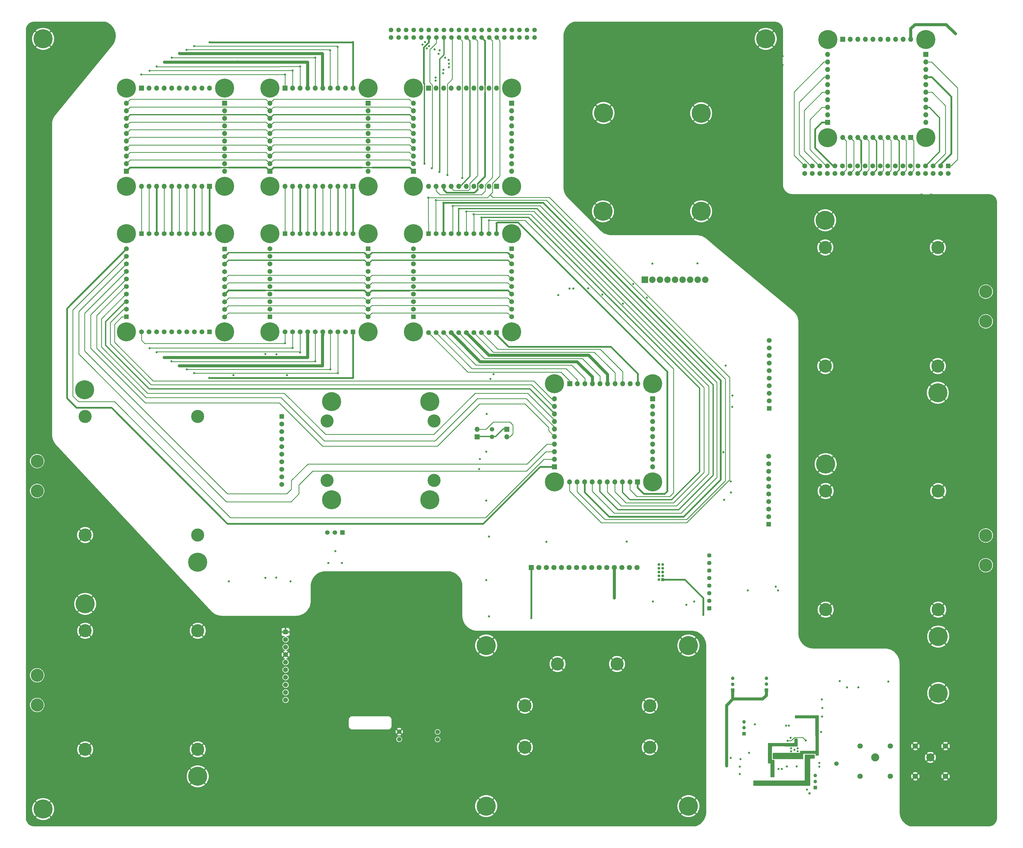
<source format=gbr>
%TF.GenerationSoftware,KiCad,Pcbnew,(7.0.0)*%
%TF.CreationDate,2023-04-25T15:07:32+02:00*%
%TF.ProjectId,EGSE,45475345-2e6b-4696-9361-645f70636258,rev?*%
%TF.SameCoordinates,Original*%
%TF.FileFunction,Copper,L3,Inr*%
%TF.FilePolarity,Positive*%
%FSLAX46Y46*%
G04 Gerber Fmt 4.6, Leading zero omitted, Abs format (unit mm)*
G04 Created by KiCad (PCBNEW (7.0.0)) date 2023-04-25 15:07:32*
%MOMM*%
%LPD*%
G01*
G04 APERTURE LIST*
%TA.AperFunction,ComponentPad*%
%ADD10R,1.000000X1.000000*%
%TD*%
%TA.AperFunction,ComponentPad*%
%ADD11C,0.940000*%
%TD*%
%TA.AperFunction,ComponentPad*%
%ADD12C,1.000000*%
%TD*%
%TA.AperFunction,ComponentPad*%
%ADD13C,1.803400*%
%TD*%
%TA.AperFunction,ComponentPad*%
%ADD14C,2.717800*%
%TD*%
%TA.AperFunction,ComponentPad*%
%ADD15R,1.700000X1.700000*%
%TD*%
%TA.AperFunction,ComponentPad*%
%ADD16O,1.700000X1.700000*%
%TD*%
%TA.AperFunction,ComponentPad*%
%ADD17C,4.400000*%
%TD*%
%TA.AperFunction,ComponentPad*%
%ADD18R,2.175000X2.175000*%
%TD*%
%TA.AperFunction,ComponentPad*%
%ADD19C,2.175000*%
%TD*%
%TA.AperFunction,ComponentPad*%
%ADD20C,6.400000*%
%TD*%
%TA.AperFunction,ComponentPad*%
%ADD21R,1.650000X1.650000*%
%TD*%
%TA.AperFunction,ComponentPad*%
%ADD22C,1.650000*%
%TD*%
%TA.AperFunction,ComponentPad*%
%ADD23R,1.200000X1.200000*%
%TD*%
%TA.AperFunction,ComponentPad*%
%ADD24C,1.200000*%
%TD*%
%TA.AperFunction,ComponentPad*%
%ADD25C,1.500000*%
%TD*%
%TA.AperFunction,ComponentPad*%
%ADD26R,1.447800X1.447800*%
%TD*%
%TA.AperFunction,ComponentPad*%
%ADD27C,1.447800*%
%TD*%
%TA.AperFunction,ComponentPad*%
%ADD28C,1.501000*%
%TD*%
%TA.AperFunction,ComponentPad*%
%ADD29C,1.550000*%
%TD*%
%TA.AperFunction,ComponentPad*%
%ADD30R,1.530000X1.530000*%
%TD*%
%TA.AperFunction,ComponentPad*%
%ADD31C,1.530000*%
%TD*%
%TA.AperFunction,ComponentPad*%
%ADD32R,1.725000X1.725000*%
%TD*%
%TA.AperFunction,ComponentPad*%
%ADD33C,1.725000*%
%TD*%
%TA.AperFunction,ViaPad*%
%ADD34C,0.700000*%
%TD*%
%TA.AperFunction,ViaPad*%
%ADD35C,0.800000*%
%TD*%
%TA.AperFunction,Conductor*%
%ADD36C,0.600000*%
%TD*%
%TA.AperFunction,Conductor*%
%ADD37C,0.250000*%
%TD*%
%TA.AperFunction,Conductor*%
%ADD38C,0.400000*%
%TD*%
%TA.AperFunction,Conductor*%
%ADD39C,1.000000*%
%TD*%
G04 APERTURE END LIST*
D10*
%TO.N,VCC*%
%TO.C,J25*%
X347336750Y-240794599D03*
D11*
%TO.N,SWDIO*%
X346066751Y-240794600D03*
%TO.N,GND*%
X347336751Y-239524600D03*
%TO.N,SWCLK*%
X346066751Y-239524600D03*
D12*
%TO.N,GND*%
X347336751Y-238254600D03*
D11*
%TO.N,/SWO*%
X346066751Y-238254600D03*
%TO.N,unconnected-(J25-Pad7)*%
X347336751Y-236984600D03*
%TO.N,unconnected-(J25-Pad8)*%
X346066751Y-236984600D03*
%TO.N,unconnected-(J25-Pad9)*%
X347336751Y-235714600D03*
%TO.N,NRST*%
X346066751Y-235714600D03*
%TD*%
D13*
%TO.N,GND*%
%TO.C,J55*%
X432300000Y-306986800D03*
X432300000Y-296826800D03*
X442460000Y-296826800D03*
X442460000Y-306986800D03*
D14*
X437380000Y-300636800D03*
%TD*%
D15*
%TO.N,SDA1*%
%TO.C,J11*%
X268579999Y-75564999D03*
D16*
%TO.N,SCL1*%
X271119999Y-75564999D03*
%TO.N,UART_RX*%
X273659999Y-75564999D03*
%TO.N,KILLSWITCH+*%
X276199999Y-75564999D03*
%TO.N,PFO*%
X278739999Y-75564999D03*
%TO.N,BATT-*%
X281279999Y-75564999D03*
%TO.N,NC*%
X283819999Y-75564999D03*
%TO.N,UART_TX*%
X286359999Y-75564999D03*
%TO.N,GND*%
X288899999Y-75564999D03*
%TO.N,3V3_PERM*%
X291439999Y-75564999D03*
%TD*%
D17*
%TO.N,GND*%
%TO.C,H21*%
X402154000Y-250942000D03*
%TD*%
D18*
%TO.N,BURNCOMMS*%
%TO.C,J62*%
X341299999Y-139999999D03*
D19*
%TO.N,/PHT6*%
X343840000Y-140000000D03*
%TO.N,GND*%
X346380000Y-140000000D03*
%TO.N,SCL3*%
X348920000Y-140000000D03*
%TO.N,SDA3*%
X351460000Y-140000000D03*
%TO.N,3V3_PERM*%
X354000000Y-140000000D03*
%TO.N,GND*%
X356540000Y-140000000D03*
X359080000Y-140000000D03*
%TO.N,SOLAR_Y*%
X361620000Y-140000000D03*
%TD*%
D20*
%TO.N,GND*%
%TO.C,H42*%
X296520000Y-124521367D03*
%TD*%
D17*
%TO.N,GND*%
%TO.C,H63*%
X270516234Y-187500000D03*
%TD*%
%TO.N,GND*%
%TO.C,H65*%
X270516234Y-207500000D03*
%TD*%
D21*
%TO.N,CHRG*%
%TO.C,J14*%
X220319999Y-124521366D03*
D22*
%TO.N,FAULT*%
X222860000Y-124521367D03*
%TO.N,VCC_UMBILICAL*%
X225400000Y-124521367D03*
%TO.N,SEL_PH0*%
X227940000Y-124521367D03*
%TO.N,P{slash}L_POWER*%
X230480000Y-124521367D03*
%TO.N,ADC_PH*%
X233020000Y-124521367D03*
%TO.N,RST_DRIVERS*%
X235560000Y-124521367D03*
%TO.N,ADCS_POWER*%
X238100000Y-124521367D03*
%TO.N,STM32_PB0*%
X240640000Y-124521367D03*
%TO.N,SOLAR_Z*%
X243180000Y-124521367D03*
%TD*%
D15*
%TO.N,SOLAR_Z*%
%TO.C,J60*%
X430783999Y-92201999D03*
D16*
%TO.N,STM32_PB0*%
X428243999Y-92201999D03*
%TO.N,ADCS_POWER*%
X425703999Y-92201999D03*
%TO.N,RST_DRIVERS*%
X423163999Y-92201999D03*
%TO.N,ADC_PH*%
X420623999Y-92201999D03*
%TO.N,P{slash}L_POWER*%
X418083999Y-92201999D03*
%TO.N,SEL_PH0*%
X415543999Y-92201999D03*
%TO.N,VCC_UMBILICAL*%
X413003999Y-92201999D03*
%TO.N,FAULT*%
X410463999Y-92201999D03*
%TO.N,CHRG*%
X407923999Y-92201999D03*
%TD*%
D20*
%TO.N,GND*%
%TO.C,H16*%
X435809040Y-92133246D03*
%TD*%
D15*
%TO.N,STM32_PA15*%
%TO.C,J12*%
X296519999Y-80644999D03*
D16*
%TO.N,STM32_PB3*%
X296519999Y-83184999D03*
%TO.N,BATT_NTC*%
X296519999Y-85724999D03*
%TO.N,SOLAR_Y*%
X296519999Y-88264999D03*
%TO.N,SEL_PH2*%
X296519999Y-90804999D03*
%TO.N,SEL_PH1*%
X296519999Y-93344999D03*
%TO.N,GND*%
X296519999Y-95884999D03*
%TO.N,HEATER_PWR*%
X296519999Y-98424999D03*
%TO.N,BURNCOMMS*%
X296519999Y-100964999D03*
%TO.N,GND*%
X296519999Y-103504999D03*
%TD*%
D21*
%TO.N,GND*%
%TO.C,J18*%
X199999999Y-129667160D03*
D22*
%TO.N,BURNCOMMS*%
X200000000Y-132207161D03*
%TO.N,HEATER_PWR*%
X200000000Y-134747161D03*
%TO.N,GND*%
X200000000Y-137287161D03*
%TO.N,SEL_PH1*%
X200000000Y-139827161D03*
%TO.N,SEL_PH2*%
X200000000Y-142367161D03*
%TO.N,SOLAR_Y*%
X200000000Y-144907161D03*
%TO.N,BATT_NTC*%
X200000000Y-147447161D03*
%TO.N,STM32_PB3*%
X200000000Y-149987161D03*
%TO.N,STM32_PA15*%
X200000000Y-152527161D03*
%TD*%
D21*
%TO.N,GND*%
%TO.C,J23*%
X296512876Y-129578911D03*
D22*
%TO.N,BURNCOMMS*%
X296512877Y-132118912D03*
%TO.N,HEATER_PWR*%
X296512877Y-134658912D03*
%TO.N,GND*%
X296512877Y-137198912D03*
%TO.N,SEL_PH1*%
X296512877Y-139738912D03*
%TO.N,SEL_PH2*%
X296512877Y-142278912D03*
%TO.N,SOLAR_Y*%
X296512877Y-144818912D03*
%TO.N,BATT_NTC*%
X296512877Y-147358912D03*
%TO.N,STM32_PB3*%
X296512877Y-149898912D03*
%TO.N,STM32_PA15*%
X296512877Y-152438912D03*
%TD*%
D23*
%TO.N,/3V3_EGSE*%
%TO.C,J69*%
X370876101Y-278016877D03*
D24*
%TO.N,3V3_PERM*%
X370876102Y-276016878D03*
%TO.N,unconnected-(J69-Pad3)*%
X370876102Y-274016878D03*
%TD*%
D21*
%TO.N,GND*%
%TO.C,J43*%
X382999999Y-222239999D03*
D22*
%TO.N,BURNCOMMS*%
X383000000Y-219700000D03*
%TO.N,/PHT2*%
X383000000Y-217160000D03*
%TO.N,GND*%
X383000000Y-214620000D03*
%TO.N,SCL3*%
X383000000Y-212080000D03*
%TO.N,SDA3*%
X383000000Y-209540000D03*
%TO.N,3V3_PERM*%
X383000000Y-207000000D03*
%TO.N,/VCC_MAG*%
X383000000Y-204460000D03*
%TO.N,/MAG+X*%
X383000000Y-201920000D03*
%TO.N,SOLAR_X*%
X383000000Y-199380000D03*
%TD*%
D23*
%TO.N,/3V3_EGSE*%
%TO.C,J70*%
X382206328Y-277999999D03*
D24*
%TO.N,VCC_UMBILICAL*%
X382206329Y-276000000D03*
%TO.N,unconnected-(J70-Pad3)*%
X382206329Y-274000000D03*
%TD*%
D21*
%TO.N,GND*%
%TO.C,J16*%
X248259999Y-129601366D03*
D22*
%TO.N,BURNCOMMS*%
X248260000Y-132141367D03*
%TO.N,HEATER_PWR*%
X248260000Y-134681367D03*
%TO.N,GND*%
X248260000Y-137221367D03*
%TO.N,SEL_PH1*%
X248260000Y-139761367D03*
%TO.N,SEL_PH2*%
X248260000Y-142301367D03*
%TO.N,SOLAR_Y*%
X248260000Y-144841367D03*
%TO.N,BATT_NTC*%
X248260000Y-147381367D03*
%TO.N,STM32_PB3*%
X248260000Y-149921367D03*
%TO.N,STM32_PA15*%
X248260000Y-152461367D03*
%TD*%
D20*
%TO.N,GND*%
%TO.C,H73*%
X402000000Y-120000000D03*
%TD*%
D15*
%TO.N,SDA1*%
%TO.C,J7*%
X220319999Y-75564999D03*
D16*
%TO.N,SCL1*%
X222859999Y-75564999D03*
%TO.N,UART_RX*%
X225399999Y-75564999D03*
%TO.N,KILLSWITCH+*%
X227939999Y-75564999D03*
%TO.N,PFO*%
X230479999Y-75564999D03*
%TO.N,BATT-*%
X233019999Y-75564999D03*
%TO.N,NC*%
X235559999Y-75564999D03*
%TO.N,UART_TX*%
X238099999Y-75564999D03*
%TO.N,GND*%
X240639999Y-75564999D03*
%TO.N,3V3_PERM*%
X243179999Y-75564999D03*
%TD*%
D15*
%TO.N,SOLAR_X*%
%TO.C,J2*%
X166979999Y-103504999D03*
D16*
%TO.N,CHRGOFF*%
X166979999Y-100964999D03*
%TO.N,CLPROG*%
X166979999Y-98424999D03*
%TO.N,SDA3*%
X166979999Y-95884999D03*
%TO.N,NRST*%
X166979999Y-93344999D03*
%TO.N,SWDIO*%
X166979999Y-90804999D03*
%TO.N,SWCLK*%
X166979999Y-88264999D03*
%TO.N,DAC_PL*%
X166979999Y-85724999D03*
%TO.N,ADC_PL*%
X166979999Y-83184999D03*
%TO.N,SCL3*%
X166979999Y-80644999D03*
%TD*%
D21*
%TO.N,SCL3*%
%TO.C,J26*%
X263522881Y-152434356D03*
D22*
%TO.N,ADC_PL*%
X263522882Y-149894357D03*
%TO.N,DAC_PL*%
X263522882Y-147354357D03*
%TO.N,SWCLK*%
X263522882Y-144814357D03*
%TO.N,SWDIO*%
X263522882Y-142274357D03*
%TO.N,NRST*%
X263522882Y-139734357D03*
%TO.N,SDA3*%
X263522882Y-137194357D03*
%TO.N,CLPROG*%
X263522882Y-134654357D03*
%TO.N,CHRGOFF*%
X263522882Y-132114357D03*
%TO.N,SOLAR_X*%
X263522882Y-129574357D03*
%TD*%
D17*
%TO.N,GND*%
%TO.C,H53*%
X301000000Y-297220000D03*
%TD*%
D20*
%TO.N,GND*%
%TO.C,H5*%
X215240000Y-75565000D03*
%TD*%
%TO.N,GND*%
%TO.C,H81*%
X139000000Y-318000000D03*
%TD*%
D17*
%TO.N,GND*%
%TO.C,H27*%
X153139939Y-225842682D03*
%TD*%
D15*
%TO.N,SOLAR_Z*%
%TO.C,J10*%
X291439999Y-108584999D03*
D16*
%TO.N,STM32_PB0*%
X288899999Y-108584999D03*
%TO.N,ADCS_POWER*%
X286359999Y-108584999D03*
%TO.N,RST_DRIVERS*%
X283819999Y-108584999D03*
%TO.N,ADC_PH*%
X281279999Y-108584999D03*
%TO.N,P{slash}L_POWER*%
X278739999Y-108584999D03*
%TO.N,SEL_PH0*%
X276199999Y-108584999D03*
%TO.N,VCC_UMBILICAL*%
X273659999Y-108584999D03*
%TO.N,FAULT*%
X271119999Y-108584999D03*
%TO.N,CHRG*%
X268579999Y-108584999D03*
%TD*%
D20*
%TO.N,GND*%
%TO.C,H33*%
X166980000Y-124521367D03*
%TD*%
%TO.N,GND*%
%TO.C,H56*%
X269016234Y-181000000D03*
%TD*%
D17*
%TO.N,GND*%
%TO.C,H64*%
X234516234Y-207500000D03*
%TD*%
D21*
%TO.N,GND*%
%TO.C,J44*%
X383134987Y-183291773D03*
D22*
%TO.N,BURNCOMMS*%
X383134988Y-180751774D03*
%TO.N,/PHT3*%
X383134988Y-178211774D03*
%TO.N,GND*%
X383134988Y-175671774D03*
%TO.N,SCL3*%
X383134988Y-173131774D03*
%TO.N,SDA3*%
X383134988Y-170591774D03*
%TO.N,3V3_PERM*%
X383134988Y-168051774D03*
%TO.N,/VCC_MAG*%
X383134988Y-165511774D03*
%TO.N,/MAG-Z*%
X383134988Y-162971774D03*
%TO.N,SOLAR_Z*%
X383134988Y-160431774D03*
%TD*%
D20*
%TO.N,GND*%
%TO.C,H37*%
X215240000Y-124521367D03*
%TD*%
%TO.N,GND*%
%TO.C,H40*%
X248260000Y-124521367D03*
%TD*%
D15*
%TO.N,SOLAR_X*%
%TO.C,J29*%
X402843999Y-87121999D03*
D16*
%TO.N,CHRGOFF*%
X402843999Y-84581999D03*
%TO.N,CLPROG*%
X402843999Y-82041999D03*
%TO.N,SDA3*%
X402843999Y-79501999D03*
%TO.N,NRST*%
X402843999Y-76961999D03*
%TO.N,SWDIO*%
X402843999Y-74421999D03*
%TO.N,SWCLK*%
X402843999Y-71881999D03*
%TO.N,DAC_PL*%
X402843999Y-69341999D03*
%TO.N,ADC_PL*%
X402843999Y-66801999D03*
%TO.N,SCL3*%
X402843999Y-64261999D03*
%TD*%
D25*
%TO.N,/VIN*%
%TO.C,J72*%
X405750000Y-302750000D03*
%TD*%
D17*
%TO.N,GND*%
%TO.C,H31*%
X153167000Y-297936000D03*
%TD*%
D21*
%TO.N,GND*%
%TO.C,J45*%
X219281236Y-185974854D03*
D22*
%TO.N,BURNCOMMS*%
X219281237Y-188514855D03*
%TO.N,/PHT4*%
X219281237Y-191054855D03*
%TO.N,GND*%
X219281237Y-193594855D03*
%TO.N,SCL3*%
X219281237Y-196134855D03*
%TO.N,SDA3*%
X219281237Y-198674855D03*
%TO.N,3V3_PERM*%
X219281237Y-201214855D03*
%TO.N,/VCC_MAG*%
X219281237Y-203754855D03*
%TO.N,/MAG+Z*%
X219281237Y-206294855D03*
%TO.N,SOLAR_Z*%
X219281237Y-208834855D03*
%TD*%
D15*
%TO.N,SOLAR_X*%
%TO.C,J30*%
X310979999Y-202889999D03*
D16*
%TO.N,CHRGOFF*%
X310979999Y-200349999D03*
%TO.N,CLPROG*%
X310979999Y-197809999D03*
%TO.N,SDA3*%
X310979999Y-195269999D03*
%TO.N,NRST*%
X310979999Y-192729999D03*
%TO.N,SWDIO*%
X310979999Y-190189999D03*
%TO.N,SWCLK*%
X310979999Y-187649999D03*
%TO.N,DAC_PL*%
X310979999Y-185109999D03*
%TO.N,ADC_PL*%
X310979999Y-182569999D03*
%TO.N,SCL3*%
X310979999Y-180029999D03*
%TD*%
D20*
%TO.N,GND*%
%TO.C,H15*%
X402848433Y-92235289D03*
%TD*%
D21*
%TO.N,3V3_PERM*%
%TO.C,J15*%
X243179999Y-157541366D03*
D22*
%TO.N,GND*%
X240640000Y-157541367D03*
%TO.N,UART_TX*%
X238100000Y-157541367D03*
%TO.N,NC*%
X235560000Y-157541367D03*
%TO.N,BATT-*%
X233020000Y-157541367D03*
%TO.N,PFO*%
X230480000Y-157541367D03*
%TO.N,KILLSWITCH+*%
X227940000Y-157541367D03*
%TO.N,UART_RX*%
X225400000Y-157541367D03*
%TO.N,SCL1*%
X222860000Y-157541367D03*
%TO.N,SDA1*%
X220320000Y-157541367D03*
%TD*%
D21*
%TO.N,GND*%
%TO.C,J24*%
X220552705Y-258435351D03*
D22*
%TO.N,BURNCOMMS*%
X220552706Y-260975352D03*
%TO.N,/PHT1*%
X220552706Y-263515352D03*
%TO.N,GND*%
X220552706Y-266055352D03*
%TO.N,SCL3*%
X220552706Y-268595352D03*
%TO.N,SDA3*%
X220552706Y-271135352D03*
%TO.N,3V3_PERM*%
X220552706Y-273675352D03*
%TO.N,/VCC_MAG*%
X220552706Y-276215352D03*
%TO.N,/MAG-X*%
X220552706Y-278755352D03*
%TO.N,SOLAR_X*%
X220552706Y-281295352D03*
%TD*%
D17*
%TO.N,GND*%
%TO.C,H55*%
X343000000Y-297220000D03*
%TD*%
D20*
%TO.N,GND*%
%TO.C,H61*%
X344000000Y-208000000D03*
%TD*%
%TO.N,GND*%
%TO.C,H36*%
X166980000Y-157541367D03*
%TD*%
D17*
%TO.N,N/C*%
%TO.C,*%
X456000000Y-236000000D03*
%TD*%
%TO.N,N/C*%
%TO.C,*%
X456000000Y-144000000D03*
%TD*%
D15*
%TO.N,STM32_PA15*%
%TO.C,J4*%
X199999999Y-80644999D03*
D16*
%TO.N,STM32_PB3*%
X199999999Y-83184999D03*
%TO.N,BATT_NTC*%
X199999999Y-85724999D03*
%TO.N,SOLAR_Y*%
X199999999Y-88264999D03*
%TO.N,SEL_PH2*%
X199999999Y-90804999D03*
%TO.N,SEL_PH1*%
X199999999Y-93344999D03*
%TO.N,GND*%
X199999999Y-95884999D03*
%TO.N,HEATER_PWR*%
X199999999Y-98424999D03*
%TO.N,BURNCOMMS*%
X199999999Y-100964999D03*
%TO.N,GND*%
X199999999Y-103504999D03*
%TD*%
D20*
%TO.N,GND*%
%TO.C,H77*%
X356000000Y-263000000D03*
%TD*%
%TO.N,GND*%
%TO.C,H67*%
X153154000Y-249000000D03*
%TD*%
D15*
%TO.N,SOLAR_X*%
%TO.C,J5*%
X215239999Y-103504999D03*
D16*
%TO.N,CHRGOFF*%
X215239999Y-100964999D03*
%TO.N,CLPROG*%
X215239999Y-98424999D03*
%TO.N,SDA3*%
X215239999Y-95884999D03*
%TO.N,NRST*%
X215239999Y-93344999D03*
%TO.N,SWDIO*%
X215239999Y-90804999D03*
%TO.N,SWCLK*%
X215239999Y-88264999D03*
%TO.N,DAC_PL*%
X215239999Y-85724999D03*
%TO.N,ADC_PL*%
X215239999Y-83184999D03*
%TO.N,SCL3*%
X215239999Y-80644999D03*
%TD*%
D17*
%TO.N,GND*%
%TO.C,H25*%
X190985939Y-185964682D03*
%TD*%
D15*
%TO.N,/VCC_MAG*%
%TO.C,J57*%
X294981087Y-190294287D03*
D16*
%TO.N,/MAG+Y*%
X294981087Y-192834287D03*
%TD*%
D17*
%TO.N,GND*%
%TO.C,H51*%
X332000000Y-269220000D03*
%TD*%
D20*
%TO.N,GND*%
%TO.C,H2*%
X200000000Y-75565000D03*
%TD*%
D15*
%TO.N,SDA1*%
%TO.C,J32*%
X316089999Y-174979999D03*
D16*
%TO.N,SCL1*%
X318629999Y-174979999D03*
%TO.N,UART_RX*%
X321169999Y-174979999D03*
%TO.N,KILLSWITCH+*%
X323709999Y-174979999D03*
%TO.N,PFO*%
X326249999Y-174979999D03*
%TO.N,BATT-*%
X328789999Y-174979999D03*
%TO.N,NC*%
X331329999Y-174979999D03*
%TO.N,UART_TX*%
X333869999Y-174979999D03*
%TO.N,GND*%
X336409999Y-174979999D03*
%TO.N,3V3_PERM*%
X338949999Y-174979999D03*
%TD*%
D20*
%TO.N,GND*%
%TO.C,H62*%
X310980000Y-174980000D03*
%TD*%
D17*
%TO.N,GND*%
%TO.C,H20*%
X439860061Y-129157318D03*
%TD*%
D15*
%TO.N,SOLAR_Z*%
%TO.C,J6*%
X243179999Y-108584999D03*
D16*
%TO.N,STM32_PB0*%
X240639999Y-108584999D03*
%TO.N,ADCS_POWER*%
X238099999Y-108584999D03*
%TO.N,RST_DRIVERS*%
X235559999Y-108584999D03*
%TO.N,ADC_PH*%
X233019999Y-108584999D03*
%TO.N,P{slash}L_POWER*%
X230479999Y-108584999D03*
%TO.N,SEL_PH0*%
X227939999Y-108584999D03*
%TO.N,VCC_UMBILICAL*%
X225399999Y-108584999D03*
%TO.N,FAULT*%
X222859999Y-108584999D03*
%TO.N,CHRG*%
X220319999Y-108584999D03*
%TD*%
D23*
%TO.N,Net-(Q2-D)*%
%TO.C,J71*%
X398671704Y-310739500D03*
D24*
%TO.N,/VIN*%
X398671705Y-308739501D03*
%TO.N,unconnected-(J71-Pad3)*%
X398671705Y-306739501D03*
%TD*%
D26*
%TO.N,GND*%
%TO.C,J42*%
X363034630Y-250465722D03*
D27*
%TO.N,BATT-*%
X363034631Y-247925723D03*
%TO.N,BATT+*%
X363034631Y-245385723D03*
%TO.N,NRST*%
X363034631Y-242845723D03*
%TO.N,/SWO*%
X363034631Y-240305723D03*
%TO.N,SWCLK*%
X363034631Y-237765723D03*
%TO.N,SWDIO*%
X363034631Y-235225723D03*
%TO.N,/VCC_Umbilical*%
X363034631Y-232685723D03*
%TD*%
D21*
%TO.N,SCL3*%
%TO.C,J13*%
X215282457Y-152472107D03*
D22*
%TO.N,ADC_PL*%
X215282458Y-149932108D03*
%TO.N,DAC_PL*%
X215282458Y-147392108D03*
%TO.N,SWCLK*%
X215282458Y-144852108D03*
%TO.N,SWDIO*%
X215282458Y-142312108D03*
%TO.N,NRST*%
X215282458Y-139772108D03*
%TO.N,SDA3*%
X215282458Y-137232108D03*
%TO.N,CLPROG*%
X215282458Y-134692108D03*
%TO.N,CHRGOFF*%
X215282458Y-132152108D03*
%TO.N,SOLAR_X*%
X215282458Y-129612108D03*
%TD*%
D20*
%TO.N,GND*%
%TO.C,H69*%
X344000000Y-174980000D03*
%TD*%
D15*
%TO.N,STM32_PA15*%
%TO.C,J61*%
X435863999Y-64261999D03*
D16*
%TO.N,STM32_PB3*%
X435863999Y-66801999D03*
%TO.N,BATT_NTC*%
X435863999Y-69341999D03*
%TO.N,SOLAR_Y*%
X435863999Y-71881999D03*
%TO.N,SEL_PH2*%
X435863999Y-74421999D03*
%TO.N,SEL_PH1*%
X435863999Y-76961999D03*
%TO.N,GND*%
X435863999Y-79501999D03*
%TO.N,HEATER_PWR*%
X435863999Y-82041999D03*
%TO.N,BURNCOMMS*%
X435863999Y-84581999D03*
%TO.N,GND*%
X435863999Y-87121999D03*
%TD*%
D20*
%TO.N,GND*%
%TO.C,H11*%
X263500000Y-108585000D03*
%TD*%
D17*
%TO.N,N/C*%
%TO.C,*%
X137000000Y-201000000D03*
%TD*%
D20*
%TO.N,GND*%
%TO.C,H9*%
X263500000Y-75565000D03*
%TD*%
D23*
%TO.N,Net-(U1-BAT)*%
%TO.C,J68*%
X374727101Y-292644877D03*
D24*
%TO.N,BATT+*%
X374727102Y-290644878D03*
%TO.N,unconnected-(J68-Pad3)*%
X374727102Y-288644878D03*
%TD*%
D20*
%TO.N,GND*%
%TO.C,H41*%
X263500000Y-124521367D03*
%TD*%
%TO.N,GND*%
%TO.C,H12*%
X296520000Y-108585000D03*
%TD*%
D17*
%TO.N,GND*%
%TO.C,H50*%
X301000000Y-283220000D03*
%TD*%
D20*
%TO.N,GND*%
%TO.C,H48*%
X327273603Y-117000000D03*
%TD*%
%TO.N,GND*%
%TO.C,H44*%
X263500000Y-157541367D03*
%TD*%
%TO.N,GND*%
%TO.C,H1*%
X166980000Y-75565000D03*
%TD*%
D15*
%TO.N,SDA1*%
%TO.C,J1*%
X172059999Y-75564999D03*
D16*
%TO.N,SCL1*%
X174599999Y-75564999D03*
%TO.N,UART_RX*%
X177139999Y-75564999D03*
%TO.N,KILLSWITCH+*%
X179679999Y-75564999D03*
%TO.N,PFO*%
X182219999Y-75564999D03*
%TO.N,BATT-*%
X184759999Y-75564999D03*
%TO.N,NC*%
X187299999Y-75564999D03*
%TO.N,UART_TX*%
X189839999Y-75564999D03*
%TO.N,GND*%
X192379999Y-75564999D03*
%TO.N,3V3_PERM*%
X194919999Y-75564999D03*
%TD*%
D20*
%TO.N,GND*%
%TO.C,H82*%
X440000000Y-279000000D03*
%TD*%
D15*
%TO.N,STM32_PA15*%
%TO.C,J33*%
X343999999Y-180059999D03*
D16*
%TO.N,STM32_PB3*%
X343999999Y-182599999D03*
%TO.N,BATT_NTC*%
X343999999Y-185139999D03*
%TO.N,SOLAR_Y*%
X343999999Y-187679999D03*
%TO.N,SEL_PH2*%
X343999999Y-190219999D03*
%TO.N,SEL_PH1*%
X343999999Y-192759999D03*
%TO.N,GND*%
X343999999Y-195299999D03*
%TO.N,HEATER_PWR*%
X343999999Y-197839999D03*
%TO.N,BURNCOMMS*%
X343999999Y-200379999D03*
%TO.N,GND*%
X343999999Y-202919999D03*
%TD*%
D20*
%TO.N,GND*%
%TO.C,H7*%
X248260000Y-75565000D03*
%TD*%
D15*
%TO.N,/VCC_MAG*%
%TO.C,J56*%
X284977999Y-192837783D03*
D16*
%TO.N,/MAG+Y*%
X284977999Y-190297783D03*
%TD*%
D17*
%TO.N,GND*%
%TO.C,H19*%
X439860061Y-169035318D03*
%TD*%
D20*
%TO.N,GND*%
%TO.C,H10*%
X296520000Y-75565000D03*
%TD*%
D21*
%TO.N,STM32_PB3*%
%TO.C,J67*%
X443344722Y-101737213D03*
D22*
%TO.N,STM32_PA15*%
X443344723Y-104277214D03*
%TO.N,SOLAR_Y*%
X440804723Y-101737214D03*
%TO.N,BATT_NTC*%
X440804723Y-104277214D03*
%TO.N,SEL_PH1*%
X438264723Y-101737214D03*
%TO.N,SEL_PH2*%
X438264723Y-104277214D03*
%TO.N,HEATER_PWR*%
X435724723Y-101737214D03*
%TO.N,GND*%
X435724723Y-104277214D03*
X433184723Y-101737214D03*
%TO.N,BURNCOMMS*%
X433184723Y-104277214D03*
%TO.N,3V3_PERM*%
X430644723Y-101737214D03*
%TO.N,SOLAR_Z*%
X430644723Y-104277214D03*
%TO.N,GND*%
X428104723Y-101737214D03*
%TO.N,STM32_PB0*%
X428104723Y-104277214D03*
%TO.N,UART_TX*%
X425564723Y-101737214D03*
%TO.N,ADCS_POWER*%
X425564723Y-104277214D03*
%TO.N,NC*%
X423024723Y-101737214D03*
%TO.N,RST_DRIVERS*%
X423024723Y-104277214D03*
%TO.N,BATT-*%
X420484723Y-101737214D03*
%TO.N,ADC_PH*%
X420484723Y-104277214D03*
%TO.N,PFO*%
X417944723Y-101737214D03*
%TO.N,P{slash}L_POWER*%
X417944723Y-104277214D03*
%TO.N,KILLSWITCH+*%
X415404723Y-101737214D03*
%TO.N,SEL_PH0*%
X415404723Y-104277214D03*
%TO.N,UART_RX*%
X412864723Y-101737214D03*
%TO.N,VCC_UMBILICAL*%
X412864723Y-104277214D03*
%TO.N,SCL1*%
X410324723Y-101737214D03*
%TO.N,FAULT*%
X410324723Y-104277214D03*
%TO.N,SDA1*%
X407784723Y-101737214D03*
%TO.N,CHRG*%
X407784723Y-104277214D03*
%TO.N,SOLAR_X*%
X405244723Y-101737214D03*
%TO.N,CHRGOFF*%
X405244723Y-104277214D03*
%TO.N,CLPROG*%
X402704723Y-101737214D03*
%TO.N,SDA3*%
X402704723Y-104277214D03*
%TO.N,NRST*%
X400164723Y-101737214D03*
%TO.N,SWDIO*%
X400164723Y-104277214D03*
%TO.N,SWCLK*%
X397624723Y-101737214D03*
%TO.N,DAC_PL*%
X397624723Y-104277214D03*
%TO.N,ADC_PL*%
X395084723Y-101737214D03*
%TO.N,SCL3*%
X395084723Y-104277214D03*
%TD*%
D20*
%TO.N,GND*%
%TO.C,H60*%
X191000000Y-235000000D03*
%TD*%
%TO.N,GND*%
%TO.C,H8*%
X248260000Y-108585000D03*
%TD*%
%TO.N,GND*%
%TO.C,H71*%
X402154000Y-202000000D03*
%TD*%
%TO.N,GND*%
%TO.C,H59*%
X153000000Y-177000000D03*
%TD*%
D17*
%TO.N,N/C*%
%TO.C,*%
X456000000Y-226000000D03*
%TD*%
D21*
%TO.N,CHRG*%
%TO.C,J21*%
X268579999Y-124521366D03*
D22*
%TO.N,FAULT*%
X271120000Y-124521367D03*
%TO.N,VCC_UMBILICAL*%
X273660000Y-124521367D03*
%TO.N,SEL_PH0*%
X276200000Y-124521367D03*
%TO.N,P{slash}L_POWER*%
X278740000Y-124521367D03*
%TO.N,ADC_PH*%
X281280000Y-124521367D03*
%TO.N,RST_DRIVERS*%
X283820000Y-124521367D03*
%TO.N,ADCS_POWER*%
X286360000Y-124521367D03*
%TO.N,STM32_PB0*%
X288900000Y-124521367D03*
%TO.N,SOLAR_Z*%
X291440000Y-124521367D03*
%TD*%
D28*
%TO.N,GND*%
%TO.C,J73*%
X258750000Y-291980000D03*
%TO.N,BATT-*%
X258750000Y-294520000D03*
%TD*%
D17*
%TO.N,GND*%
%TO.C,H30*%
X191013000Y-258058000D03*
%TD*%
D20*
%TO.N,GND*%
%TO.C,H76*%
X288000000Y-317000000D03*
%TD*%
D28*
%TO.N,/VCC_MAG*%
%TO.C,J66*%
X289951596Y-192840456D03*
%TO.N,/MAG+Y*%
X289951596Y-190300456D03*
%TD*%
D17*
%TO.N,GND*%
%TO.C,H28*%
X190985939Y-225842682D03*
%TD*%
%TO.N,GND*%
%TO.C,H22*%
X440000000Y-250942000D03*
%TD*%
D15*
%TO.N,SOLAR_X*%
%TO.C,J9*%
X263499999Y-103504999D03*
D16*
%TO.N,CHRGOFF*%
X263499999Y-100964999D03*
%TO.N,CLPROG*%
X263499999Y-98424999D03*
%TO.N,SDA3*%
X263499999Y-95884999D03*
%TO.N,NRST*%
X263499999Y-93344999D03*
%TO.N,SWDIO*%
X263499999Y-90804999D03*
%TO.N,SWCLK*%
X263499999Y-88264999D03*
%TO.N,DAC_PL*%
X263499999Y-85724999D03*
%TO.N,ADC_PL*%
X263499999Y-83184999D03*
%TO.N,SCL3*%
X263499999Y-80644999D03*
%TD*%
D17*
%TO.N,GND*%
%TO.C,H49*%
X312000000Y-269220000D03*
%TD*%
D15*
%TO.N,SDA1*%
%TO.C,J59*%
X407923999Y-59181999D03*
D16*
%TO.N,SCL1*%
X410463999Y-59181999D03*
%TO.N,UART_RX*%
X413003999Y-59181999D03*
%TO.N,KILLSWITCH+*%
X415543999Y-59181999D03*
%TO.N,PFO*%
X418083999Y-59181999D03*
%TO.N,BATT-*%
X420623999Y-59181999D03*
%TO.N,NC*%
X423163999Y-59181999D03*
%TO.N,UART_TX*%
X425703999Y-59181999D03*
%TO.N,GND*%
X428243999Y-59181999D03*
%TO.N,3V3_PERM*%
X430783999Y-59181999D03*
%TD*%
D20*
%TO.N,GND*%
%TO.C,H46*%
X360273603Y-117000000D03*
%TD*%
D17*
%TO.N,GND*%
%TO.C,H23*%
X440000000Y-211064000D03*
%TD*%
%TO.N,GND*%
%TO.C,H26*%
X153139939Y-185964682D03*
%TD*%
D20*
%TO.N,GND*%
%TO.C,H57*%
X269016234Y-214000000D03*
%TD*%
D17*
%TO.N,N/C*%
%TO.C,*%
X137000000Y-283000000D03*
%TD*%
D15*
%TO.N,SOLAR_Z*%
%TO.C,J3*%
X194919999Y-108584999D03*
D16*
%TO.N,STM32_PB0*%
X192379999Y-108584999D03*
%TO.N,ADCS_POWER*%
X189839999Y-108584999D03*
%TO.N,RST_DRIVERS*%
X187299999Y-108584999D03*
%TO.N,ADC_PH*%
X184759999Y-108584999D03*
%TO.N,P{slash}L_POWER*%
X182219999Y-108584999D03*
%TO.N,SEL_PH0*%
X179679999Y-108584999D03*
%TO.N,VCC_UMBILICAL*%
X177139999Y-108584999D03*
%TO.N,FAULT*%
X174599999Y-108584999D03*
%TO.N,CHRG*%
X172059999Y-108584999D03*
%TD*%
D17*
%TO.N,GND*%
%TO.C,H17*%
X402014061Y-169035318D03*
%TD*%
%TO.N,N/C*%
%TO.C,*%
X456000000Y-154000000D03*
%TD*%
D28*
%TO.N,BATT-*%
%TO.C,J64*%
X271659616Y-292055693D03*
%TO.N,BATT+*%
X271659616Y-294595693D03*
%TD*%
D29*
%TO.N,STM32_PB3*%
%TO.C,J58*%
X255980000Y-56000000D03*
%TO.N,STM32_PA15*%
X255980000Y-58540000D03*
%TO.N,SOLAR_Y*%
X258520000Y-56000000D03*
%TO.N,BATT_NTC*%
X258520000Y-58540000D03*
%TO.N,SEL_PH1*%
X261060000Y-56000000D03*
%TO.N,SEL_PH2*%
X261060000Y-58540000D03*
%TO.N,HEATER_PWR*%
X263600000Y-56000000D03*
%TO.N,GND*%
X263600000Y-58540000D03*
X266140000Y-56000000D03*
%TO.N,BURNCOMMS*%
X266140000Y-58540000D03*
%TO.N,3V3_PERM*%
X268680000Y-56000000D03*
%TO.N,SOLAR_Z*%
X268680000Y-58540000D03*
%TO.N,GND*%
X271220000Y-56000000D03*
%TO.N,STM32_PB0*%
X271220000Y-58540000D03*
%TO.N,UART_TX*%
X273760000Y-56000000D03*
%TO.N,ADCS_POWER*%
X273760000Y-58540000D03*
%TO.N,NC*%
X276300000Y-56000000D03*
%TO.N,RST_DRIVERS*%
X276300000Y-58540000D03*
%TO.N,BATT-*%
X278840000Y-56000000D03*
%TO.N,ADC_PH*%
X278840000Y-58540000D03*
%TO.N,PFO*%
X281380000Y-56000000D03*
%TO.N,P{slash}L_POWER*%
X281380000Y-58540000D03*
%TO.N,KILLSWITCH+*%
X283920000Y-56000000D03*
%TO.N,SEL_PH0*%
X283920000Y-58540000D03*
%TO.N,UART_RX*%
X286460000Y-56000000D03*
%TO.N,VCC_UMBILICAL*%
X286460000Y-58540000D03*
%TO.N,SCL1*%
X289000000Y-56000000D03*
%TO.N,FAULT*%
X289000000Y-58540000D03*
%TO.N,SDA1*%
X291540000Y-56000000D03*
%TO.N,CHRG*%
X291540000Y-58540000D03*
%TO.N,SOLAR_X*%
X294080000Y-56000000D03*
%TO.N,CHRGOFF*%
X294080000Y-58540000D03*
%TO.N,CLPROG*%
X296620000Y-56000000D03*
%TO.N,SDA3*%
X296620000Y-58540000D03*
%TO.N,NRST*%
X299160000Y-56000000D03*
%TO.N,SWDIO*%
X299160000Y-58540000D03*
%TO.N,SWCLK*%
X301700000Y-56000000D03*
%TO.N,DAC_PL*%
X301700000Y-58540000D03*
%TO.N,ADC_PL*%
X304240000Y-56000000D03*
%TO.N,SCL3*%
X304240000Y-58540000D03*
%TD*%
D20*
%TO.N,GND*%
%TO.C,H78*%
X356000000Y-317000000D03*
%TD*%
%TO.N,GND*%
%TO.C,H58*%
X236016234Y-214000000D03*
%TD*%
%TO.N,GND*%
%TO.C,H68*%
X310980000Y-208000000D03*
%TD*%
%TO.N,GND*%
%TO.C,H79*%
X382000000Y-59000000D03*
%TD*%
%TO.N,GND*%
%TO.C,H14*%
X435847758Y-59193309D03*
%TD*%
D17*
%TO.N,GND*%
%TO.C,H66*%
X234516234Y-187500000D03*
%TD*%
D20*
%TO.N,GND*%
%TO.C,H70*%
X191000000Y-307000000D03*
%TD*%
D17*
%TO.N,N/C*%
%TO.C,*%
X137000000Y-273000000D03*
%TD*%
%TO.N,GND*%
%TO.C,H24*%
X402154000Y-211064000D03*
%TD*%
D20*
%TO.N,GND*%
%TO.C,H45*%
X360273603Y-84000000D03*
%TD*%
%TO.N,GND*%
%TO.C,H52*%
X236016234Y-181000000D03*
%TD*%
D21*
%TO.N,3V3_PERM*%
%TO.C,J19*%
X194919999Y-157541366D03*
D22*
%TO.N,GND*%
X192380000Y-157541367D03*
%TO.N,UART_TX*%
X189840000Y-157541367D03*
%TO.N,NC*%
X187300000Y-157541367D03*
%TO.N,BATT-*%
X184760000Y-157541367D03*
%TO.N,PFO*%
X182220000Y-157541367D03*
%TO.N,KILLSWITCH+*%
X179680000Y-157541367D03*
%TO.N,UART_RX*%
X177140000Y-157541367D03*
%TO.N,SCL1*%
X174600000Y-157541367D03*
%TO.N,SDA1*%
X172060000Y-157541367D03*
%TD*%
D20*
%TO.N,GND*%
%TO.C,H47*%
X327446103Y-83928900D03*
%TD*%
D17*
%TO.N,GND*%
%TO.C,H54*%
X343000000Y-283220000D03*
%TD*%
D20*
%TO.N,GND*%
%TO.C,H80*%
X139000000Y-59000000D03*
%TD*%
%TO.N,GND*%
%TO.C,H38*%
X215240000Y-157541367D03*
%TD*%
%TO.N,GND*%
%TO.C,H35*%
X200000000Y-157541367D03*
%TD*%
%TO.N,GND*%
%TO.C,H39*%
X248260000Y-157541367D03*
%TD*%
%TO.N,GND*%
%TO.C,H3*%
X166980000Y-108585000D03*
%TD*%
%TO.N,GND*%
%TO.C,H72*%
X440000000Y-260000000D03*
%TD*%
D21*
%TO.N,3V3_PERM*%
%TO.C,J22*%
X291439999Y-157795366D03*
D22*
%TO.N,GND*%
X288900000Y-157795367D03*
%TO.N,UART_TX*%
X286360000Y-157795367D03*
%TO.N,NC*%
X283820000Y-157795367D03*
%TO.N,BATT-*%
X281280000Y-157795367D03*
%TO.N,PFO*%
X278740000Y-157795367D03*
%TO.N,KILLSWITCH+*%
X276200000Y-157795367D03*
%TO.N,UART_RX*%
X273660000Y-157795367D03*
%TO.N,SCL1*%
X271120000Y-157795367D03*
%TO.N,SDA1*%
X268580000Y-157795367D03*
%TD*%
D17*
%TO.N,GND*%
%TO.C,H32*%
X191013000Y-297936000D03*
%TD*%
D21*
%TO.N,SCL3*%
%TO.C,J20*%
X167008775Y-152472312D03*
D22*
%TO.N,ADC_PL*%
X167008776Y-149932313D03*
%TO.N,DAC_PL*%
X167008776Y-147392313D03*
%TO.N,SWCLK*%
X167008776Y-144852313D03*
%TO.N,SWDIO*%
X167008776Y-142312313D03*
%TO.N,NRST*%
X167008776Y-139772313D03*
%TO.N,SDA3*%
X167008776Y-137232313D03*
%TO.N,CLPROG*%
X167008776Y-134692313D03*
%TO.N,CHRGOFF*%
X167008776Y-132152313D03*
%TO.N,SOLAR_X*%
X167008776Y-129612313D03*
%TD*%
D20*
%TO.N,GND*%
%TO.C,H75*%
X288000000Y-263000000D03*
%TD*%
D15*
%TO.N,SOLAR_Z*%
%TO.C,J31*%
X338919999Y-207999999D03*
D16*
%TO.N,STM32_PB0*%
X336379999Y-207999999D03*
%TO.N,ADCS_POWER*%
X333839999Y-207999999D03*
%TO.N,RST_DRIVERS*%
X331299999Y-207999999D03*
%TO.N,ADC_PH*%
X328759999Y-207999999D03*
%TO.N,P{slash}L_POWER*%
X326219999Y-207999999D03*
%TO.N,SEL_PH0*%
X323679999Y-207999999D03*
%TO.N,VCC_UMBILICAL*%
X321139999Y-207999999D03*
%TO.N,FAULT*%
X318599999Y-207999999D03*
%TO.N,CHRG*%
X316059999Y-207999999D03*
%TD*%
D20*
%TO.N,GND*%
%TO.C,H6*%
X215240000Y-108585000D03*
%TD*%
%TO.N,GND*%
%TO.C,H34*%
X200000000Y-124521367D03*
%TD*%
D17*
%TO.N,GND*%
%TO.C,H18*%
X402014061Y-129157318D03*
%TD*%
D30*
%TO.N,HEATER_PWR*%
%TO.C,J65*%
X239681999Y-224999999D03*
D31*
%TO.N,GND*%
X237142000Y-225000000D03*
%TO.N,BATT_NTC*%
X234602000Y-225000000D03*
%TD*%
D21*
%TO.N,CHRG*%
%TO.C,J17*%
X172059999Y-124521366D03*
D22*
%TO.N,FAULT*%
X174600000Y-124521367D03*
%TO.N,VCC_UMBILICAL*%
X177140000Y-124521367D03*
%TO.N,SEL_PH0*%
X179680000Y-124521367D03*
%TO.N,P{slash}L_POWER*%
X182220000Y-124521367D03*
%TO.N,ADC_PH*%
X184760000Y-124521367D03*
%TO.N,RST_DRIVERS*%
X187300000Y-124521367D03*
%TO.N,ADCS_POWER*%
X189840000Y-124521367D03*
%TO.N,STM32_PB0*%
X192380000Y-124521367D03*
%TO.N,SOLAR_Z*%
X194920000Y-124521367D03*
%TD*%
D17*
%TO.N,N/C*%
%TO.C,*%
X137000000Y-211000000D03*
%TD*%
D20*
%TO.N,GND*%
%TO.C,H4*%
X200000000Y-108585000D03*
%TD*%
%TO.N,GND*%
%TO.C,H74*%
X439860061Y-178000000D03*
%TD*%
D17*
%TO.N,GND*%
%TO.C,H29*%
X153167000Y-258058000D03*
%TD*%
D32*
%TO.N,VCC_UMBILICAL*%
%TO.C,J63*%
X303153240Y-236764874D03*
D33*
%TO.N,SWDIO*%
X305693241Y-236764875D03*
%TO.N,SWCLK*%
X308233241Y-236764875D03*
%TO.N,NRST*%
X310773241Y-236764875D03*
%TO.N,KILLSWITCH+*%
X313313241Y-236764875D03*
%TO.N,BATT-*%
X315853241Y-236764875D03*
%TO.N,STM32_PB3*%
X318393241Y-236764875D03*
%TO.N,/PHT5*%
X320933241Y-236764875D03*
%TO.N,GND*%
X323473241Y-236764875D03*
%TO.N,SCL3*%
X326013241Y-236764875D03*
%TO.N,SDA3*%
X328553241Y-236764875D03*
%TO.N,3V3_PERM*%
X331093241Y-236764875D03*
%TO.N,/VCC_MAG*%
X333633241Y-236764875D03*
%TO.N,/MAG-Y*%
X336173241Y-236764875D03*
%TO.N,SOLAR_Y*%
X338713241Y-236764875D03*
%TD*%
D20*
%TO.N,GND*%
%TO.C,H13*%
X402906507Y-59185761D03*
%TD*%
%TO.N,GND*%
%TO.C,H43*%
X296520000Y-157541367D03*
%TD*%
D13*
%TO.N,/VSUPPLY*%
%TO.C,J54*%
X413720000Y-306986800D03*
X413720000Y-296826800D03*
X423880000Y-296826800D03*
X423880000Y-306986800D03*
D14*
X418800000Y-300636800D03*
%TD*%
D15*
%TO.N,STM32_PA15*%
%TO.C,J8*%
X248259999Y-80644999D03*
D16*
%TO.N,STM32_PB3*%
X248259999Y-83184999D03*
%TO.N,BATT_NTC*%
X248259999Y-85724999D03*
%TO.N,SOLAR_Y*%
X248259999Y-88264999D03*
%TO.N,SEL_PH2*%
X248259999Y-90804999D03*
%TO.N,SEL_PH1*%
X248259999Y-93344999D03*
%TO.N,GND*%
X248259999Y-95884999D03*
%TO.N,HEATER_PWR*%
X248259999Y-98424999D03*
%TO.N,BURNCOMMS*%
X248259999Y-100964999D03*
%TO.N,GND*%
X248259999Y-103504999D03*
%TD*%
D34*
%TO.N,GND*%
X400914727Y-286901197D03*
X401000000Y-284000000D03*
X400851951Y-281170701D03*
X368000000Y-214000000D03*
X367777763Y-198000000D03*
X368531115Y-168865947D03*
X221000000Y-172095193D03*
X203000000Y-172095193D03*
X423236639Y-275089601D03*
X406852262Y-274948356D03*
X406866647Y-192540005D03*
X423240934Y-192509739D03*
X343870742Y-134589951D03*
X359024273Y-134509239D03*
X342000000Y-146000000D03*
X334000000Y-148000000D03*
X327000000Y-145000000D03*
X312245230Y-145166217D03*
X290464128Y-171744902D03*
X288132471Y-185133149D03*
X288003596Y-197839976D03*
X287973329Y-214244531D03*
X277303865Y-296392268D03*
X277031465Y-290005993D03*
X231851063Y-292330536D03*
X238176805Y-292421336D03*
X386125861Y-244452957D03*
X375994133Y-244446192D03*
X357923546Y-248224353D03*
X344081572Y-248183997D03*
X335252022Y-228080711D03*
X308243893Y-228100000D03*
X288904405Y-253187892D03*
X288904405Y-226341324D03*
X239517305Y-235215650D03*
X234905759Y-235237571D03*
X201438118Y-241463590D03*
X222201078Y-241463590D03*
X237255818Y-231291379D03*
X213709817Y-164972097D03*
X378312527Y-289516156D03*
%TO.N,SCL1*%
X271000000Y-73000000D03*
%TO.N,SDA1*%
X220337405Y-161346077D03*
X220311288Y-71000000D03*
X171969229Y-71017276D03*
%TO.N,SCL1*%
X174770000Y-163000000D03*
X222868365Y-69661950D03*
X174770000Y-69697500D03*
X222858466Y-162939809D03*
%TO.N,UART_RX*%
X273563399Y-70554339D03*
X225415543Y-164494670D03*
X177134822Y-68270355D03*
X225425442Y-68314404D03*
X177171090Y-164368559D03*
%TO.N,KILLSWITCH+*%
X227936604Y-166127274D03*
X275500000Y-68500000D03*
X179700895Y-166191958D03*
X204400000Y-66800000D03*
X179770000Y-66862066D03*
X228000000Y-66909270D03*
X199000000Y-166200000D03*
%TO.N,PFO*%
X274216850Y-65326725D03*
X230500000Y-65354409D03*
X182169374Y-167399374D03*
X230500000Y-167448905D03*
X182248586Y-65316119D03*
%TO.N,BATT-*%
X206300000Y-63972311D03*
X184857297Y-63899469D03*
X184811093Y-168929865D03*
X271988761Y-64083352D03*
X201273977Y-168926023D03*
X233000000Y-168926023D03*
X233000000Y-64083352D03*
%TO.N,NC*%
X235500000Y-62887403D03*
X187331753Y-170176805D03*
X235571819Y-170131040D03*
X270622866Y-62549556D03*
X187271563Y-62657049D03*
%TO.N,UART_TX*%
X238092881Y-171413800D03*
X189780659Y-171381822D03*
X189770000Y-61387246D03*
X268785033Y-61406015D03*
X238066765Y-61641004D03*
%TO.N,GND*%
X272300000Y-62900000D03*
X273598997Y-69403394D03*
X373226102Y-306216878D03*
X217449748Y-165081171D03*
X376426102Y-299116878D03*
X271000000Y-72000000D03*
X392745148Y-298592476D03*
X400005012Y-302493430D03*
X370250086Y-207798317D03*
X390343194Y-293994987D03*
X285613806Y-203628217D03*
X387376102Y-304466878D03*
X385347989Y-243201336D03*
X400005012Y-303782182D03*
X373250000Y-303750000D03*
X275403711Y-66096807D03*
X322290422Y-142891091D03*
X392376102Y-303616878D03*
X390550586Y-298556302D03*
X386326102Y-304466878D03*
X373526102Y-301216878D03*
X288000000Y-241000000D03*
X213708686Y-240255070D03*
X390538528Y-297555486D03*
X392733090Y-297555486D03*
X337426944Y-141473056D03*
X355350221Y-249301947D03*
X289451446Y-173325500D03*
X316028177Y-142945545D03*
X409354961Y-277088740D03*
X413116630Y-194733778D03*
X370764031Y-178952229D03*
X275504898Y-67361357D03*
X388846219Y-289952572D03*
X370176102Y-300766878D03*
X413130460Y-277080673D03*
X391635809Y-298061923D03*
X217411579Y-240173388D03*
D35*
X396750000Y-312750000D03*
D34*
X370258153Y-211565748D03*
X370727728Y-182727728D03*
X389076102Y-303616878D03*
X409413737Y-191490722D03*
X317283550Y-142939143D03*
X400576102Y-292066878D03*
X266540163Y-60906880D03*
X285858851Y-200307132D03*
X268024547Y-62173447D03*
%TO.N,3V3_PERM*%
X194872828Y-173014426D03*
X243250000Y-60067883D03*
X243171019Y-173000000D03*
X267446697Y-60067883D03*
X194920000Y-60150000D03*
X445800000Y-57300000D03*
X331093241Y-247000000D03*
%TO.N,SOLAR_Z*%
X267250000Y-101000000D03*
X291440000Y-121000000D03*
%TO.N,STM32_PB0*%
X269755000Y-102500000D03*
X288900000Y-119975932D03*
%TO.N,ADCS_POWER*%
X286360000Y-119068000D03*
X272250000Y-103750000D03*
%TO.N,RST_DRIVERS*%
X283770640Y-118000000D03*
X275000000Y-104750000D03*
%TO.N,ADC_PH*%
X281290027Y-117040027D03*
X280000000Y-105750000D03*
%TO.N,P{slash}L_POWER*%
X278830461Y-116123427D03*
%TO.N,SEL_PH0*%
X276762360Y-115223180D03*
%TO.N,VCC_UMBILICAL*%
X273637952Y-114109520D03*
X303153241Y-253800000D03*
%TO.N,FAULT*%
X271075475Y-113250000D03*
%TO.N,CHRG*%
X268566986Y-112415805D03*
%TO.N,VCC*%
X361000000Y-252706341D03*
%TO.N,/CHOUT*%
X384976102Y-300616878D03*
X384976102Y-299666878D03*
X399376102Y-299466878D03*
X392426102Y-286966878D03*
%TO.N,Net-(U1-CLN)*%
X397426102Y-300016878D03*
X378476102Y-308766878D03*
X379826102Y-308766878D03*
X381126102Y-308766878D03*
X398126102Y-300666878D03*
%TO.N,/IGATE*%
X384276102Y-305466878D03*
X392176102Y-294666878D03*
X384276102Y-306466878D03*
%TO.N,Net-(U1-BSTFB)*%
X389376102Y-295016878D03*
X395426102Y-294916878D03*
%TO.N,/3V3_EGSE*%
X368826102Y-303504804D03*
%TO.N,Net-(Q2-D)*%
X389745707Y-289947575D03*
X395826102Y-311466878D03*
%TD*%
D36*
%TO.N,SOLAR_X*%
X306110000Y-202890000D02*
X310980000Y-202890000D01*
X287000000Y-222000000D02*
X306110000Y-202890000D01*
X201000000Y-222000000D02*
X287000000Y-222000000D01*
X147000000Y-179800000D02*
X150200000Y-183000000D01*
X162000000Y-183000000D02*
X201000000Y-222000000D01*
X147000000Y-149621089D02*
X147000000Y-179800000D01*
X167008776Y-129612313D02*
X147000000Y-149621089D01*
X150200000Y-183000000D02*
X162000000Y-183000000D01*
D37*
%TO.N,ADC_PH*%
X281280000Y-117050054D02*
X281280000Y-124521367D01*
X281290027Y-117040027D02*
X281280000Y-117050054D01*
X328760000Y-211396396D02*
X328760000Y-208000000D01*
X333363604Y-216000000D02*
X328760000Y-211396396D01*
X352000000Y-216000000D02*
X333363604Y-216000000D01*
X362809140Y-205190860D02*
X352000000Y-216000000D01*
X362809140Y-175809140D02*
X362809140Y-205190860D01*
X304000000Y-117000000D02*
X362809140Y-175809140D01*
X281330054Y-117000000D02*
X304000000Y-117000000D01*
D36*
%TO.N,SOLAR_Y*%
X444403394Y-97605156D02*
X440804723Y-101203827D01*
X444403394Y-78403394D02*
X444403394Y-97605156D01*
X437882000Y-71882000D02*
X444403394Y-78403394D01*
X440804723Y-101203827D02*
X440804723Y-101737214D01*
X435864000Y-71882000D02*
X437882000Y-71882000D01*
D37*
%TO.N,Net-(U1-BSTFB)*%
X391626102Y-293916878D02*
X394426102Y-293916878D01*
X394426102Y-293916878D02*
X395426102Y-294916878D01*
X390526102Y-295016878D02*
X391626102Y-293916878D01*
X389376102Y-295016878D02*
X390526102Y-295016878D01*
%TO.N,/MAG+Y*%
X296951596Y-188850711D02*
X295941341Y-187840456D01*
X296951596Y-191840456D02*
X296951596Y-188850711D01*
X290411596Y-187840456D02*
X287954268Y-190297784D01*
X295951596Y-192840456D02*
X296951596Y-191840456D01*
X287954268Y-190297784D02*
X284978000Y-190297784D01*
X295120596Y-192840456D02*
X295951596Y-192840456D01*
X295941341Y-187840456D02*
X290411596Y-187840456D01*
D38*
%TO.N,SOLAR_Z*%
X267200000Y-100950000D02*
X267200000Y-74032409D01*
X267250000Y-101000000D02*
X267200000Y-100950000D01*
D37*
%TO.N,SDA1*%
X220337405Y-161346077D02*
X220305427Y-161378055D01*
X316090000Y-174035000D02*
X316090000Y-174980000D01*
X220337405Y-158804479D02*
X220320000Y-158787074D01*
X220311288Y-71000000D02*
X220311288Y-74541288D01*
X313125402Y-171070402D02*
X316090000Y-174035000D01*
X281855035Y-171070402D02*
X313125402Y-171070402D01*
X220320000Y-158787074D02*
X220320000Y-157541367D01*
X220311288Y-74541288D02*
X220320000Y-74550000D01*
X173148055Y-161378055D02*
X172060000Y-160290000D01*
X220337405Y-161346077D02*
X220337405Y-158804479D01*
X220320000Y-74550000D02*
X220320000Y-75565000D01*
X268580000Y-157795367D02*
X281855035Y-171070402D01*
X220311288Y-71000000D02*
X171986505Y-71000000D01*
X220305427Y-161378055D02*
X173148055Y-161378055D01*
X171986505Y-71000000D02*
X171969229Y-71017276D01*
X172060000Y-160290000D02*
X172060000Y-157541367D01*
%TO.N,SCL1*%
X174830191Y-162939809D02*
X174770000Y-163000000D01*
X174806685Y-69660815D02*
X174770000Y-69697500D01*
X222868365Y-69661950D02*
X217694450Y-69661950D01*
X222868365Y-74819135D02*
X222860000Y-74827500D01*
X222868365Y-69661950D02*
X222868365Y-74819135D01*
X222858466Y-162939809D02*
X222858466Y-158788215D01*
X314844397Y-169844397D02*
X318630000Y-173630000D01*
X283169030Y-169844397D02*
X314844397Y-169844397D01*
X217693315Y-69660815D02*
X174806685Y-69660815D01*
X222858466Y-162939809D02*
X174830191Y-162939809D01*
X222858466Y-158788215D02*
X222860000Y-158786681D01*
X271120000Y-157795367D02*
X283169030Y-169844397D01*
X318630000Y-173630000D02*
X318630000Y-174980000D01*
X222860000Y-158786681D02*
X222860000Y-157541367D01*
X222860000Y-74827500D02*
X222860000Y-75565000D01*
X217694450Y-69661950D02*
X217693315Y-69660815D01*
%TO.N,UART_RX*%
X218666464Y-68314404D02*
X218641684Y-68339184D01*
X177203651Y-68339184D02*
X177134822Y-68270355D01*
X225170873Y-164250000D02*
X177289649Y-164250000D01*
X273660000Y-157795367D02*
X284536329Y-168671696D01*
X225425442Y-68314404D02*
X225400000Y-68339846D01*
X316671696Y-168671696D02*
X321170000Y-173170000D01*
X321170000Y-173170000D02*
X321170000Y-174980000D01*
X218641684Y-68339184D02*
X177203651Y-68339184D01*
X225400000Y-68339846D02*
X225400000Y-75565000D01*
X225425442Y-68314404D02*
X218666464Y-68314404D01*
X225415543Y-158750000D02*
X225400000Y-158734457D01*
X284536329Y-168671696D02*
X316671696Y-168671696D01*
X225415543Y-164494670D02*
X225170873Y-164250000D01*
X225400000Y-158734457D02*
X225400000Y-157541367D01*
X225415543Y-164494670D02*
X225415543Y-158750000D01*
X177289649Y-164250000D02*
X177171090Y-164368559D01*
D39*
%TO.N,KILLSWITCH+*%
X323710000Y-172710000D02*
X323710000Y-174980000D01*
X318605604Y-167605604D02*
X323710000Y-172710000D01*
X204462066Y-66862066D02*
X204400000Y-66800000D01*
X199000000Y-166200000D02*
X198973038Y-166173038D01*
X204337934Y-66862066D02*
X204400000Y-66800000D01*
X227936604Y-166127274D02*
X227936604Y-158737459D01*
X227952796Y-66862066D02*
X204462066Y-66862066D01*
X276200000Y-157795367D02*
X286010237Y-167605604D01*
X227940000Y-66969270D02*
X227940000Y-75565000D01*
X179770000Y-66862066D02*
X204337934Y-66862066D01*
X227936604Y-158737459D02*
X227940000Y-158734063D01*
X227863878Y-166200000D02*
X199000000Y-166200000D01*
X228000000Y-66909270D02*
X227940000Y-66969270D01*
X227936604Y-166127274D02*
X227863878Y-166200000D01*
X286010237Y-167605604D02*
X318605604Y-167605604D01*
X179719815Y-166173038D02*
X179700895Y-166191958D01*
X198973038Y-166173038D02*
X179719815Y-166173038D01*
X227940000Y-158734063D02*
X227940000Y-157541367D01*
X228000000Y-66909270D02*
X227952796Y-66862066D01*
D37*
%TO.N,PFO*%
X230500000Y-65354409D02*
X220269409Y-65354409D01*
X230480000Y-65374409D02*
X230480000Y-75565000D01*
X182264670Y-167494670D02*
X182169374Y-167399374D01*
X230454235Y-167494670D02*
X182264670Y-167494670D01*
X230500000Y-167448905D02*
X230500000Y-158753670D01*
X191116077Y-65346077D02*
X191086119Y-65316119D01*
X278740000Y-157795367D02*
X287430840Y-166486207D01*
X326250000Y-172396500D02*
X326250000Y-174980000D01*
X287430840Y-166486207D02*
X320339707Y-166486207D01*
X230500000Y-167448905D02*
X230454235Y-167494670D01*
X191086119Y-65316119D02*
X182248586Y-65316119D01*
X230480000Y-158733670D02*
X230480000Y-157541367D01*
X230500000Y-158753670D02*
X230480000Y-158733670D01*
X220269409Y-65354409D02*
X220261077Y-65346077D01*
X320339707Y-166486207D02*
X326250000Y-172396500D01*
X220261077Y-65346077D02*
X191116077Y-65346077D01*
X230500000Y-65354409D02*
X230480000Y-65374409D01*
D39*
%TO.N,BATT-*%
X288904749Y-165420116D02*
X322420116Y-165420116D01*
X322420116Y-165420116D02*
X328790000Y-171790000D01*
X281280000Y-157795367D02*
X288904749Y-165420116D01*
X328790000Y-171790000D02*
X328790000Y-174980000D01*
X184811093Y-168929865D02*
X201129865Y-168929865D01*
X232888959Y-63972311D02*
X233000000Y-64083352D01*
X233000000Y-64083352D02*
X233000000Y-75230000D01*
X206300000Y-63972311D02*
X184930139Y-63972311D01*
X206300000Y-63972311D02*
X232888959Y-63972311D01*
X233020000Y-158707361D02*
X233020000Y-157541367D01*
X233000000Y-75230000D02*
X233020000Y-75250000D01*
X201273977Y-168926023D02*
X233000000Y-168926023D01*
X233020000Y-75250000D02*
X233020000Y-75565000D01*
X233000000Y-158727361D02*
X233020000Y-158707361D01*
X184930139Y-63972311D02*
X184857297Y-63899469D01*
X233000000Y-168926023D02*
X233000000Y-158727361D01*
D37*
%TO.N,NC*%
X187303542Y-62625070D02*
X187271563Y-62657049D01*
X324354024Y-164354024D02*
X328992000Y-168992000D01*
X235571819Y-170131040D02*
X235571819Y-158666957D01*
X235560000Y-158655138D02*
X235560000Y-157541367D01*
X235560000Y-74790000D02*
X235560000Y-75565000D01*
X235571819Y-158666957D02*
X235560000Y-158655138D01*
X331330000Y-174980000D02*
X331330000Y-171330000D01*
X235571819Y-170131040D02*
X224084098Y-170131040D01*
X224084098Y-170131040D02*
X224038333Y-170176805D01*
X283820000Y-157795367D02*
X290378657Y-164354024D01*
X235500000Y-62887403D02*
X235237667Y-62625070D01*
X235237667Y-62625070D02*
X187303542Y-62625070D01*
X331330000Y-171330000D02*
X328992000Y-168992000D01*
X235500000Y-74730000D02*
X235560000Y-74790000D01*
X235500000Y-62887403D02*
X235500000Y-74730000D01*
X224038333Y-170176805D02*
X187331753Y-170176805D01*
X290378657Y-164354024D02*
X324354024Y-164354024D01*
%TO.N,UART_TX*%
X238066765Y-61641004D02*
X238066765Y-74296765D01*
X238085988Y-171420693D02*
X189819530Y-171420693D01*
X237845814Y-61420053D02*
X189802807Y-61420053D01*
X238100000Y-74330000D02*
X238100000Y-75565000D01*
X238066765Y-74296765D02*
X238100000Y-74330000D01*
X238100000Y-158706573D02*
X238100000Y-157541367D01*
X238066765Y-61641004D02*
X237845814Y-61420053D01*
X333870000Y-170870000D02*
X333870000Y-174980000D01*
X238092881Y-171413800D02*
X238085988Y-171420693D01*
X291905869Y-163341236D02*
X326341236Y-163341236D01*
X326341236Y-163341236D02*
X333870000Y-170870000D01*
X189802807Y-61420053D02*
X189770000Y-61387246D01*
X189819530Y-171420693D02*
X189780659Y-171381822D01*
X286360000Y-157795367D02*
X291905869Y-163341236D01*
X238092881Y-171413800D02*
X238092881Y-158713692D01*
X238092881Y-158713692D02*
X238100000Y-158706573D01*
D39*
%TO.N,3V3_PERM*%
X432200000Y-54200000D02*
X442700000Y-54200000D01*
X331093241Y-247000000D02*
X331093241Y-236764875D01*
D36*
X243171019Y-158598981D02*
X243180000Y-158590000D01*
X295488892Y-162488892D02*
X329895892Y-162488892D01*
X243180590Y-60137293D02*
X194932707Y-60137293D01*
D39*
X430784000Y-55616000D02*
X432200000Y-54200000D01*
D36*
X291440000Y-158440000D02*
X295488892Y-162488892D01*
X338950000Y-171543000D02*
X338950000Y-174980000D01*
X194887254Y-173000000D02*
X194872828Y-173014426D01*
X243250000Y-60067883D02*
X243250000Y-75495000D01*
X329895892Y-162488892D02*
X338950000Y-171543000D01*
D39*
X430784000Y-59182000D02*
X430784000Y-55616000D01*
D36*
X243171019Y-173000000D02*
X243171019Y-158598981D01*
X291440000Y-157795367D02*
X291440000Y-158440000D01*
D39*
X442700000Y-54200000D02*
X445800000Y-57300000D01*
D36*
X194932707Y-60137293D02*
X194920000Y-60150000D01*
X243180000Y-158590000D02*
X243180000Y-157541367D01*
X243171019Y-173000000D02*
X194887254Y-173000000D01*
X243250000Y-75495000D02*
X243180000Y-75565000D01*
X243250000Y-60067883D02*
X243180590Y-60137293D01*
%TO.N,SOLAR_X*%
X213990000Y-102255000D02*
X215240000Y-103505000D01*
D38*
X198700000Y-102330000D02*
X198775000Y-102255000D01*
X249625000Y-102215000D02*
X246375000Y-102215000D01*
X198775000Y-102255000D02*
X202725000Y-102255000D01*
D36*
X404709940Y-101737214D02*
X405244723Y-101737214D01*
X398616198Y-89383802D02*
X398616198Y-95643472D01*
X246190000Y-102250000D02*
X216495000Y-102250000D01*
X262245000Y-102250000D02*
X263500000Y-103505000D01*
X216495000Y-102250000D02*
X215240000Y-103505000D01*
X166980000Y-103505000D02*
X168235000Y-102250000D01*
X398616198Y-95643472D02*
X404709940Y-101737214D01*
X201500000Y-102255000D02*
X213990000Y-102255000D01*
X402844000Y-87122000D02*
X400878000Y-87122000D01*
X168235000Y-102250000D02*
X198620000Y-102250000D01*
X249810000Y-102250000D02*
X262245000Y-102250000D01*
X400878000Y-87122000D02*
X398616198Y-89383802D01*
D37*
%TO.N,CHRGOFF*%
X215240000Y-100965000D02*
X216516079Y-99688921D01*
X150900000Y-181000000D02*
X163000000Y-181000000D01*
X307372715Y-200350000D02*
X310980000Y-200350000D01*
X202000000Y-220000000D02*
X287722715Y-220000000D01*
X216516079Y-99688921D02*
X262223921Y-99688921D01*
X168256991Y-99688009D02*
X213963009Y-99688009D01*
X262223921Y-99688921D02*
X263500000Y-100965000D01*
X213963009Y-99688009D02*
X215240000Y-100965000D01*
X166980000Y-100965000D02*
X168256991Y-99688009D01*
X163000000Y-181000000D02*
X202000000Y-220000000D01*
X149000000Y-179100000D02*
X150900000Y-181000000D01*
X167008776Y-132152313D02*
X149000000Y-150161089D01*
X287722715Y-220000000D02*
X307372715Y-200350000D01*
X149000000Y-150161089D02*
X149000000Y-179100000D01*
%TO.N,CLPROG*%
X166980000Y-98425000D02*
X168267399Y-97137601D01*
X396860047Y-86139953D02*
X396860047Y-96263180D01*
X222345951Y-214654049D02*
X225000000Y-212000000D01*
X400958000Y-82042000D02*
X396860047Y-86139953D01*
X200654049Y-214654049D02*
X222345951Y-214654049D01*
X225000000Y-212000000D02*
X225000000Y-209000000D01*
X151000000Y-150701089D02*
X151000000Y-165000000D01*
X213952601Y-97137601D02*
X215240000Y-98425000D01*
X216605000Y-97060000D02*
X262135000Y-97060000D01*
X168267399Y-97137601D02*
X213952601Y-97137601D01*
X402334081Y-101737214D02*
X402704723Y-101737214D01*
X167008776Y-134692313D02*
X151000000Y-150701089D01*
X396860047Y-96263180D02*
X402334081Y-101737214D01*
X151000000Y-165000000D02*
X200654049Y-214654049D01*
X229697283Y-204302717D02*
X301568551Y-204302717D01*
X215240000Y-98425000D02*
X216605000Y-97060000D01*
X402844000Y-82042000D02*
X400958000Y-82042000D01*
X301568551Y-204302717D02*
X308061268Y-197810000D01*
X308061268Y-197810000D02*
X310980000Y-197810000D01*
X225000000Y-209000000D02*
X229697283Y-204302717D01*
X262135000Y-97060000D02*
X263500000Y-98425000D01*
%TO.N,SDA3*%
X214065000Y-94710000D02*
X215240000Y-95885000D01*
X168155000Y-94710000D02*
X214065000Y-94710000D01*
X153000000Y-164000000D02*
X201000000Y-212000000D01*
X220924553Y-212000000D02*
X222482684Y-210441869D01*
X262229785Y-94614785D02*
X263500000Y-95885000D01*
X222482684Y-210441869D02*
X222482684Y-207517316D01*
X167008776Y-137232313D02*
X153000000Y-151241089D01*
X153000000Y-151241089D02*
X153000000Y-164000000D01*
X228025204Y-201974796D02*
X301738122Y-201974796D01*
X308442918Y-195270000D02*
X310980000Y-195270000D01*
X301738122Y-201974796D02*
X308442918Y-195270000D01*
X222482684Y-207517316D02*
X228025204Y-201974796D01*
X166980000Y-95885000D02*
X168155000Y-94710000D01*
X201000000Y-212000000D02*
X220924553Y-212000000D01*
X215240000Y-95885000D02*
X216510215Y-94614785D01*
X216510215Y-94614785D02*
X262229785Y-94614785D01*
%TO.N,NRST*%
X155000000Y-151781089D02*
X155000000Y-163000000D01*
X271544542Y-196000000D02*
X285772271Y-181772271D01*
X167008776Y-139772313D02*
X155000000Y-151781089D01*
X394940532Y-83059468D02*
X394940532Y-96643375D01*
X218400862Y-181400862D02*
X233000000Y-196000000D01*
X215240000Y-93345000D02*
X216415000Y-92170000D01*
X285772271Y-181772271D02*
X301053650Y-181772271D01*
X401038000Y-76962000D02*
X394940532Y-83059468D01*
X233000000Y-196000000D02*
X271544542Y-196000000D01*
X402844000Y-76962000D02*
X401038000Y-76962000D01*
X213953129Y-92058129D02*
X215240000Y-93345000D01*
X394940532Y-96643375D02*
X400034371Y-101737214D01*
X173400862Y-181400862D02*
X218400862Y-181400862D01*
X309000000Y-189718621D02*
X309000000Y-190750000D01*
X168266871Y-92058129D02*
X213953129Y-92058129D01*
X166980000Y-93345000D02*
X168266871Y-92058129D01*
X400034371Y-101737214D02*
X400164723Y-101737214D01*
X301053650Y-181772271D02*
X309000000Y-189718621D01*
X216415000Y-92170000D02*
X262325000Y-92170000D01*
X155000000Y-163000000D02*
X173400862Y-181400862D01*
X262325000Y-92170000D02*
X263500000Y-93345000D01*
X309000000Y-190750000D02*
X310980000Y-192730000D01*
%TO.N,SWDIO*%
X262227013Y-89532013D02*
X263500000Y-90805000D01*
X285000000Y-180000000D02*
X301459552Y-180000000D01*
X166980000Y-90805000D02*
X168277278Y-89507722D01*
X216512987Y-89532013D02*
X262227013Y-89532013D01*
X157000000Y-152000000D02*
X157000000Y-163000000D01*
X301459552Y-180000000D02*
X310980000Y-189520448D01*
X166687687Y-142312313D02*
X157000000Y-152000000D01*
X219037253Y-179653451D02*
X233547164Y-194163362D01*
X167008776Y-142312313D02*
X166687687Y-142312313D01*
X173653451Y-179653451D02*
X219037253Y-179653451D01*
X157000000Y-163000000D02*
X173653451Y-179653451D01*
X213942722Y-89507722D02*
X215240000Y-90805000D01*
X215240000Y-90805000D02*
X216512987Y-89532013D01*
X168277278Y-89507722D02*
X213942722Y-89507722D01*
X310980000Y-189520448D02*
X310980000Y-190190000D01*
X270836638Y-194163362D02*
X285000000Y-180000000D01*
X233547164Y-194163362D02*
X270836638Y-194163362D01*
%TO.N,SWCLK*%
X397140697Y-101737214D02*
X397624723Y-101737214D01*
X158594972Y-162594972D02*
X174142344Y-178142344D01*
X402844000Y-71882000D02*
X401661100Y-71882000D01*
X167008776Y-144852313D02*
X166874988Y-144852313D01*
X401661100Y-71882000D02*
X393225221Y-80317879D01*
X262235000Y-87000000D02*
X263500000Y-88265000D01*
X158594972Y-153132329D02*
X158594972Y-162594972D01*
X301958399Y-178157312D02*
X310980000Y-187178913D01*
X216505000Y-87000000D02*
X262235000Y-87000000D01*
X166874988Y-144852313D02*
X158594972Y-153132329D01*
X310980000Y-187178913D02*
X310980000Y-187650000D01*
X166980000Y-88265000D02*
X168255672Y-86989328D01*
X270425837Y-192000000D02*
X284268525Y-178157312D01*
X213964328Y-86989328D02*
X215240000Y-88265000D01*
X233997608Y-192000000D02*
X270425837Y-192000000D01*
X174142344Y-178142344D02*
X220139952Y-178142344D01*
X393225221Y-97821738D02*
X397140697Y-101737214D01*
X284268525Y-178157312D02*
X301958399Y-178157312D01*
X168255672Y-86989328D02*
X213964328Y-86989328D01*
X220139952Y-178142344D02*
X233997608Y-192000000D01*
X215240000Y-88265000D02*
X216505000Y-87000000D01*
X393225221Y-80317879D02*
X393225221Y-97821738D01*
D38*
%TO.N,DAC_PL*%
X160000000Y-154044157D02*
X160000000Y-162000000D01*
X262248883Y-84473883D02*
X263500000Y-85725000D01*
X213967190Y-84452190D02*
X215240000Y-85725000D01*
X216491117Y-84473883D02*
X262248883Y-84473883D01*
X166651844Y-147392313D02*
X160000000Y-154044157D01*
X168252810Y-84452190D02*
X213967190Y-84452190D01*
X174618082Y-176618082D02*
X302618082Y-176618082D01*
X215240000Y-85725000D02*
X216491117Y-84473883D01*
X310980000Y-184980000D02*
X310980000Y-185110000D01*
X160000000Y-162000000D02*
X174618082Y-176618082D01*
X166980000Y-85725000D02*
X168252810Y-84452190D01*
X302618082Y-176618082D02*
X310980000Y-184980000D01*
X167008776Y-147392313D02*
X166651844Y-147392313D01*
D37*
%TO.N,ADC_PL*%
X401513487Y-66802000D02*
X391509911Y-76805576D01*
X310535139Y-182570000D02*
X310980000Y-182570000D01*
X175270338Y-175270338D02*
X303235477Y-175270338D01*
X262243812Y-81928812D02*
X263500000Y-83185000D01*
X161583525Y-154416475D02*
X161583525Y-161583525D01*
X216496188Y-81928812D02*
X262243812Y-81928812D01*
X166067687Y-149932313D02*
X161583525Y-154416475D01*
X167008776Y-149932313D02*
X166067687Y-149932313D01*
X213978125Y-81923125D02*
X215240000Y-83185000D01*
X161583525Y-161583525D02*
X175270338Y-175270338D01*
X402844000Y-66802000D02*
X401513487Y-66802000D01*
X391509911Y-76805576D02*
X391509911Y-98162402D01*
X166980000Y-83185000D02*
X168241875Y-81923125D01*
X391509911Y-98162402D02*
X395084723Y-101737214D01*
X215240000Y-83185000D02*
X216496188Y-81928812D01*
X168241875Y-81923125D02*
X213978125Y-81923125D01*
X303235477Y-175270338D02*
X310535139Y-182570000D01*
%TO.N,SCL3*%
X216635000Y-79250000D02*
X262105000Y-79250000D01*
X262105000Y-79250000D02*
X263500000Y-80645000D01*
X167008776Y-152472313D02*
X165516384Y-152472313D01*
X163000000Y-154988697D02*
X163000000Y-161000000D01*
X176000000Y-174000000D02*
X304000000Y-174000000D01*
X215240000Y-80645000D02*
X216635000Y-79250000D01*
X163000000Y-161000000D02*
X176000000Y-174000000D01*
X166980000Y-80645000D02*
X168358994Y-79266006D01*
X165516384Y-152472313D02*
X163000000Y-154988697D01*
X213861006Y-79266006D02*
X215240000Y-80645000D01*
X304000000Y-174000000D02*
X310030000Y-180030000D01*
X168358994Y-79266006D02*
X213861006Y-79266006D01*
X310030000Y-180030000D02*
X310980000Y-180030000D01*
%TO.N,SOLAR_Z*%
X430784000Y-92202000D02*
X431794723Y-93212723D01*
X431794723Y-93212723D02*
X431794723Y-103127214D01*
D36*
X341000000Y-212000000D02*
X338920000Y-209920000D01*
X348880603Y-170880603D02*
X348880603Y-211119397D01*
X348000000Y-212000000D02*
X341000000Y-212000000D01*
X243180000Y-108585000D02*
X243180000Y-124521367D01*
X291743009Y-120696991D02*
X298696991Y-120696991D01*
X338920000Y-209920000D02*
X338920000Y-208000000D01*
X194920000Y-108585000D02*
X194920000Y-124521367D01*
X298696991Y-120696991D02*
X348880603Y-170880603D01*
X291440000Y-121000000D02*
X291743009Y-120696991D01*
X267025000Y-73857409D02*
X267025000Y-61836204D01*
X267025000Y-61836204D02*
X268680000Y-60181204D01*
X267200000Y-74032409D02*
X267025000Y-73857409D01*
D37*
X431794723Y-103127214D02*
X430644723Y-104277214D01*
D36*
X348880603Y-211119397D02*
X348000000Y-212000000D01*
X291440000Y-124521367D02*
X291440000Y-121000000D01*
X268680000Y-60181204D02*
X268680000Y-58540000D01*
D37*
%TO.N,STM32_PB0*%
X269884161Y-74519161D02*
X269000000Y-73635000D01*
X240640000Y-108585000D02*
X240640000Y-124521367D01*
X428244000Y-92202000D02*
X429254723Y-93212723D01*
X336380000Y-210642358D02*
X336380000Y-208000000D01*
X288884793Y-119991139D02*
X288884793Y-124506160D01*
X301000000Y-120000000D02*
X351000000Y-170000000D01*
X351000000Y-211636396D02*
X349713120Y-212923276D01*
X429254723Y-103127214D02*
X428104723Y-104277214D01*
X269000000Y-62600000D02*
X271220000Y-60380000D01*
X338660918Y-212923276D02*
X336380000Y-210642358D01*
X269755000Y-102500000D02*
X269884161Y-102370839D01*
X271220000Y-60380000D02*
X271220000Y-58540000D01*
X192380000Y-108585000D02*
X192380000Y-124521367D01*
X288924068Y-120000000D02*
X301000000Y-120000000D01*
X349713120Y-212923276D02*
X338660918Y-212923276D01*
X288900000Y-119975932D02*
X288884793Y-119991139D01*
X288884793Y-124506160D02*
X288900000Y-124521367D01*
X269884161Y-102370839D02*
X269884161Y-74519161D01*
X429254723Y-93212723D02*
X429254723Y-103127214D01*
X351000000Y-170000000D02*
X351000000Y-211636396D01*
X288900000Y-119975932D02*
X288924068Y-120000000D01*
X269000000Y-73635000D02*
X269000000Y-62600000D01*
D38*
%TO.N,ADCS_POWER*%
X350297637Y-213920179D02*
X336299632Y-213920179D01*
X426820762Y-93318762D02*
X426820762Y-103021175D01*
X286428000Y-119000000D02*
X302245259Y-119000000D01*
X425704000Y-92202000D02*
X426820762Y-93318762D01*
X336299632Y-213920179D02*
X333840000Y-211460547D01*
X333840000Y-211460547D02*
X333840000Y-208000000D01*
X302245259Y-119000000D02*
X359688825Y-176443566D01*
X189840000Y-108585000D02*
X189840000Y-124521367D01*
X273800000Y-64300000D02*
X273800000Y-58580000D01*
X286360000Y-119068000D02*
X286360000Y-124521367D01*
X359688825Y-176443566D02*
X359688825Y-204528991D01*
X426820762Y-103021175D02*
X425564723Y-104277214D01*
X359688825Y-204528991D02*
X350297637Y-213920179D01*
X272370000Y-65730000D02*
X273800000Y-64300000D01*
X272250000Y-103750000D02*
X272370000Y-103630000D01*
X273800000Y-58580000D02*
X273760000Y-58540000D01*
X238100000Y-108585000D02*
X238100000Y-124521367D01*
X272370000Y-103630000D02*
X272370000Y-65730000D01*
D37*
%TO.N,RST_DRIVERS*%
X334980746Y-215000000D02*
X331300000Y-211319254D01*
X424174723Y-93212723D02*
X424174723Y-103127214D01*
X274926284Y-104676284D02*
X274926284Y-74173716D01*
X276600000Y-72500000D02*
X276600000Y-58840000D01*
X187300000Y-108585000D02*
X187300000Y-124521367D01*
X276600000Y-58840000D02*
X276300000Y-58540000D01*
X303000000Y-118000000D02*
X361215787Y-176215787D01*
X424174723Y-103127214D02*
X423024723Y-104277214D01*
X361215787Y-204784213D02*
X351000000Y-215000000D01*
X361215787Y-176215787D02*
X361215787Y-204784213D01*
X283820000Y-118049360D02*
X283820000Y-124521367D01*
X283770640Y-118000000D02*
X303000000Y-118000000D01*
X331300000Y-211319254D02*
X331300000Y-208000000D01*
X423164000Y-92202000D02*
X424174723Y-93212723D01*
X283770640Y-118000000D02*
X283820000Y-118049360D01*
X351000000Y-215000000D02*
X334980746Y-215000000D01*
X235560000Y-108585000D02*
X235560000Y-124521367D01*
X275000000Y-104750000D02*
X274926284Y-104676284D01*
X274926284Y-74173716D02*
X276600000Y-72500000D01*
%TO.N,ADC_PH*%
X421634723Y-103127214D02*
X420484723Y-104277214D01*
X280000000Y-59700000D02*
X279158198Y-58858198D01*
X280000000Y-105750000D02*
X280000000Y-59700000D01*
X233020000Y-108585000D02*
X233020000Y-124521367D01*
X420624000Y-92202000D02*
X421634723Y-93212723D01*
X421634723Y-93212723D02*
X421634723Y-103127214D01*
X184760000Y-108585000D02*
X184760000Y-124521367D01*
D38*
%TO.N,P{slash}L_POWER*%
X419200000Y-100570491D02*
X419212541Y-100583032D01*
X326220000Y-211220000D02*
X326220000Y-208000000D01*
X364269713Y-205730287D02*
X352705747Y-217294253D01*
X419200000Y-93318000D02*
X419200000Y-100570491D01*
X279165000Y-108585000D02*
X278740000Y-108585000D01*
X305000000Y-116000000D02*
X364269713Y-175269713D01*
X278830461Y-116123427D02*
X278728517Y-116225371D01*
X182220000Y-108585000D02*
X182220000Y-124521367D01*
X230480000Y-108585000D02*
X230480000Y-124521367D01*
X282530000Y-105220000D02*
X279165000Y-108585000D01*
X278953888Y-116000000D02*
X305000000Y-116000000D01*
X282530000Y-59690000D02*
X282530000Y-105220000D01*
X332294253Y-217294253D02*
X326220000Y-211220000D01*
X278830461Y-116123427D02*
X278953888Y-116000000D01*
X281380000Y-58540000D02*
X282530000Y-59690000D01*
X364269713Y-175269713D02*
X364269713Y-205730287D01*
X278728517Y-124509884D02*
X278740000Y-124521367D01*
X352705747Y-217294253D02*
X332294253Y-217294253D01*
X419212541Y-103009396D02*
X417944723Y-104277214D01*
X278728517Y-116225371D02*
X278728517Y-124509884D01*
X419212541Y-100583032D02*
X419212541Y-103009396D01*
X418084000Y-92202000D02*
X419200000Y-93318000D01*
D37*
%TO.N,SEL_PH0*%
X353533046Y-218466954D02*
X331038362Y-218466954D01*
X285099199Y-104981760D02*
X282534821Y-107546138D01*
X276765702Y-115226522D02*
X276765702Y-123955665D01*
X179680000Y-108585000D02*
X179680000Y-124521367D01*
X323680000Y-211108592D02*
X323680000Y-208000000D01*
X276200000Y-109119040D02*
X276200000Y-108585000D01*
X276762360Y-115223180D02*
X276765702Y-115226522D01*
X277016075Y-109935115D02*
X276200000Y-109119040D01*
X416696432Y-102985505D02*
X415404723Y-104277214D01*
X365531117Y-206468883D02*
X353533046Y-218466954D01*
X282534821Y-109465179D02*
X282064885Y-109935115D01*
X276765702Y-123955665D02*
X276200000Y-124521367D01*
X331038362Y-218466954D02*
X323680000Y-211108592D01*
X306096807Y-115096807D02*
X365531117Y-174531117D01*
X282534821Y-107546138D02*
X282534821Y-109465179D01*
X416696432Y-93354432D02*
X416696432Y-102985505D01*
X415544000Y-92202000D02*
X416696432Y-93354432D01*
X276762360Y-115223180D02*
X276888733Y-115096807D01*
X276888733Y-115096807D02*
X306096807Y-115096807D01*
X282064885Y-109935115D02*
X277016075Y-109935115D01*
X285099199Y-59719199D02*
X285099199Y-104981760D01*
X365531117Y-174531117D02*
X365531117Y-206468883D01*
X227940000Y-108585000D02*
X227940000Y-124521367D01*
X283920000Y-58540000D02*
X285099199Y-59719199D01*
D36*
%TO.N,VCC_UMBILICAL*%
X287610000Y-77000000D02*
X287612257Y-77002257D01*
X285108908Y-109655123D02*
X284052783Y-110711248D01*
X274652010Y-110711248D02*
X273660000Y-109719238D01*
X366792521Y-207207479D02*
X354360345Y-219639655D01*
X287612257Y-77002257D02*
X287612257Y-105241580D01*
D38*
X285108908Y-107744929D02*
X285108908Y-109655123D01*
D36*
X273803560Y-114109082D02*
X307109082Y-114109082D01*
X366792521Y-173792521D02*
X366792521Y-207207479D01*
X284052783Y-110711248D02*
X274652010Y-110711248D01*
X273637742Y-124499109D02*
X273660000Y-124521367D01*
X303153241Y-253800000D02*
X303153241Y-236764875D01*
X273660000Y-109719238D02*
X273660000Y-108585000D01*
D38*
X414136174Y-100336174D02*
X414136174Y-103005763D01*
D36*
X286460000Y-58540000D02*
X287564237Y-59644237D01*
X307109082Y-114109082D02*
X366792521Y-173792521D01*
X321140000Y-211447040D02*
X321140000Y-208000000D01*
X413004000Y-92202000D02*
X414100000Y-93298000D01*
X273637742Y-114109730D02*
X273637742Y-124499109D01*
X414100000Y-93298000D02*
X414100000Y-100699516D01*
X329332615Y-219639655D02*
X321140000Y-211447040D01*
X287564237Y-59644237D02*
X287564237Y-74454237D01*
D38*
X287610000Y-74075000D02*
X287610000Y-77000000D01*
X414136174Y-103005763D02*
X412864723Y-104277214D01*
D36*
X177140000Y-108585000D02*
X177140000Y-124521367D01*
X287612257Y-105241580D02*
X285108908Y-107744929D01*
X225400000Y-108585000D02*
X225400000Y-124521367D01*
X354360345Y-219639655D02*
X329332615Y-219639655D01*
X273637952Y-114109520D02*
X273637742Y-114109730D01*
D37*
%TO.N,FAULT*%
X272417483Y-111419154D02*
X271120000Y-110121671D01*
X368452263Y-173452263D02*
X368452263Y-207547737D01*
X271075475Y-113250000D02*
X271075475Y-124476842D01*
X286809179Y-111024115D02*
X286414140Y-111419154D01*
X327893390Y-220599137D02*
X318600000Y-211305747D01*
X271075475Y-113250000D02*
X308250000Y-113250000D01*
X287635636Y-110173543D02*
X286809179Y-111000000D01*
X411575788Y-93313788D02*
X411575788Y-103026149D01*
X271075475Y-124476842D02*
X271120000Y-124521367D01*
X222860000Y-108585000D02*
X222860000Y-124521367D01*
X410464000Y-92202000D02*
X411575788Y-93313788D01*
X290125315Y-105560146D02*
X287635636Y-108049825D01*
X286809179Y-111000000D02*
X286809179Y-111024115D01*
X318600000Y-211305747D02*
X318600000Y-208000000D01*
X271120000Y-110121671D02*
X271120000Y-108585000D01*
X286414140Y-111419154D02*
X272417483Y-111419154D01*
X174600000Y-108585000D02*
X174600000Y-124521367D01*
X290125315Y-59665315D02*
X290125315Y-105560146D01*
X308250000Y-113250000D02*
X368452263Y-173452263D01*
X368452263Y-207547737D02*
X355400863Y-220599137D01*
X411575788Y-103026149D02*
X410324723Y-104277214D01*
X355400863Y-220599137D02*
X327893390Y-220599137D01*
X289000000Y-58540000D02*
X290125315Y-59665315D01*
X287635636Y-108049825D02*
X287635636Y-110173543D01*
%TO.N,CHRG*%
X291540000Y-58540000D02*
X292615000Y-59615000D01*
X369846447Y-207247361D02*
X355428579Y-221665229D01*
X268566986Y-112415805D02*
X268566986Y-120918567D01*
X289088539Y-111661173D02*
X289324465Y-111425248D01*
X407924000Y-92202000D02*
X409043602Y-93321602D01*
X292615000Y-59615000D02*
X292615000Y-105139725D01*
X289088539Y-111661173D02*
X288393141Y-112356571D01*
X409043602Y-93321602D02*
X409043602Y-103018335D01*
X289324465Y-111425248D02*
X290171488Y-112272271D01*
X268566986Y-120918567D02*
X268580000Y-120931581D01*
X290171488Y-112272271D02*
X309272271Y-112272271D01*
X290154029Y-110595683D02*
X289088539Y-111661173D01*
X369846447Y-172846447D02*
X369846447Y-207247361D01*
X288393141Y-112356571D02*
X268626220Y-112356571D01*
X268580000Y-124521367D02*
X268580000Y-120931581D01*
X220320000Y-108585000D02*
X220320000Y-124521367D01*
X172060000Y-108585000D02*
X172060000Y-124521367D01*
X290154029Y-107600696D02*
X290154029Y-110595683D01*
X409043602Y-103018335D02*
X407784723Y-104277214D01*
X326665229Y-221665229D02*
X316060000Y-211060000D01*
X292615000Y-105139725D02*
X290154029Y-107600696D01*
X355428579Y-221665229D02*
X326665229Y-221665229D01*
X316060000Y-211060000D02*
X316060000Y-208000000D01*
X309272271Y-112272271D02*
X369846447Y-172846447D01*
X268626220Y-112356571D02*
X268566986Y-112415805D01*
%TO.N,STM32_PA15*%
X200000000Y-152527161D02*
X201321391Y-151205770D01*
X249575411Y-151145956D02*
X295219921Y-151145956D01*
X201321391Y-151205770D02*
X247004403Y-151205770D01*
X295219921Y-151145956D02*
X296512877Y-152438912D01*
X248260000Y-152461367D02*
X249575411Y-151145956D01*
X247004403Y-151205770D02*
X248260000Y-152461367D01*
%TO.N,STM32_PB3*%
X446472658Y-75472658D02*
X446472658Y-99527342D01*
X295238859Y-148624894D02*
X296512877Y-149898912D01*
X200000000Y-149987161D02*
X201294449Y-148692712D01*
X247031345Y-148692712D02*
X248260000Y-149921367D01*
X444262786Y-101737214D02*
X443344723Y-101737214D01*
X201294449Y-148692712D02*
X247031345Y-148692712D01*
X248260000Y-149921367D02*
X249556473Y-148624894D01*
X437802000Y-66802000D02*
X446472658Y-75472658D01*
X435864000Y-66802000D02*
X437802000Y-66802000D01*
X446472658Y-99527342D02*
X444262786Y-101737214D01*
X249556473Y-148624894D02*
X295238859Y-148624894D01*
%TO.N,BATT_NTC*%
X249537534Y-146103833D02*
X295257798Y-146103833D01*
X246978253Y-146099620D02*
X248260000Y-147381367D01*
X201347541Y-146099620D02*
X246978253Y-146099620D01*
X200000000Y-147447161D02*
X201347541Y-146099620D01*
X295257798Y-146103833D02*
X296512877Y-147358912D01*
X248260000Y-147381367D02*
X249537534Y-146103833D01*
D38*
%TO.N,SOLAR_Y*%
X216550546Y-143586562D02*
X213835195Y-143586562D01*
X216600000Y-143537108D02*
X216550546Y-143586562D01*
D36*
X216600000Y-143537108D02*
X246955741Y-143537108D01*
X200000000Y-144907161D02*
X201336606Y-143570555D01*
X248260000Y-144841367D02*
X249501367Y-143600000D01*
X246955741Y-143537108D02*
X248260000Y-144841367D01*
D38*
X264600000Y-143589357D02*
X262313872Y-143589357D01*
D36*
X264600000Y-143589357D02*
X295283322Y-143589357D01*
X201336606Y-143570555D02*
X213580812Y-143570555D01*
X249501367Y-143600000D02*
X262303229Y-143600000D01*
X295283322Y-143589357D02*
X296512877Y-144818912D01*
D37*
%TO.N,SEL_PH2*%
X201341677Y-141025484D02*
X246984117Y-141025484D01*
X248260000Y-142301367D02*
X249561367Y-141000000D01*
X246984117Y-141025484D02*
X248260000Y-142301367D01*
X249561367Y-141000000D02*
X295233965Y-141000000D01*
X200000000Y-142367161D02*
X201341677Y-141025484D01*
X295233965Y-141000000D02*
X296512877Y-142278912D01*
%TO.N,SEL_PH1*%
X249521367Y-138500000D02*
X295273965Y-138500000D01*
X295273965Y-138500000D02*
X296512877Y-139738912D01*
X442464227Y-97537710D02*
X438264723Y-101737214D01*
X435864000Y-76962000D02*
X437962000Y-76962000D01*
X246998633Y-138500000D02*
X248260000Y-139761367D01*
X442464227Y-81464227D02*
X442464227Y-97537710D01*
X201327161Y-138500000D02*
X246998633Y-138500000D01*
X248260000Y-139761367D02*
X249521367Y-138500000D01*
X437962000Y-76962000D02*
X442464227Y-81464227D01*
X200000000Y-139827161D02*
X201327161Y-138500000D01*
D38*
%TO.N,HEATER_PWR*%
X435864000Y-82042000D02*
X437042000Y-82042000D01*
X295253965Y-133400000D02*
X296512877Y-134658912D01*
X248260000Y-134681367D02*
X249541367Y-133400000D01*
X201323862Y-133423299D02*
X247001932Y-133423299D01*
X437042000Y-82042000D02*
X440431040Y-85431040D01*
X200000000Y-134747161D02*
X201323862Y-133423299D01*
X247001932Y-133423299D02*
X248260000Y-134681367D01*
X435724723Y-101640334D02*
X435724723Y-101737214D01*
X249541367Y-133400000D02*
X295253965Y-133400000D01*
X440431040Y-85431040D02*
X440431040Y-96934017D01*
X440431040Y-96934017D02*
X435724723Y-101640334D01*
D36*
%TO.N,BURNCOMMS*%
X295397194Y-131003229D02*
X296512877Y-132118912D01*
X200000000Y-132207161D02*
X201215794Y-130991367D01*
D38*
X246995844Y-130877211D02*
X247110000Y-130991367D01*
D36*
X247110000Y-130991367D02*
X248260000Y-132141367D01*
D38*
X295259803Y-130865838D02*
X295397194Y-131003229D01*
X249398138Y-131003229D02*
X249535529Y-130865838D01*
X201215794Y-130991367D02*
X201329950Y-130877211D01*
X201329950Y-130877211D02*
X246995844Y-130877211D01*
D36*
X248260000Y-132141367D02*
X249398138Y-131003229D01*
D38*
X249535529Y-130865838D02*
X295259803Y-130865838D01*
%TO.N,/VCC_MAG*%
X294973596Y-190153456D02*
X293638596Y-190153456D01*
X293638596Y-190153456D02*
X291157714Y-192634338D01*
X291157714Y-192634338D02*
X284929596Y-192634338D01*
D36*
%TO.N,VCC*%
X354794600Y-240794600D02*
X347336751Y-240794600D01*
X361000000Y-247000000D02*
X354794600Y-240794600D01*
X361000000Y-252706341D02*
X361000000Y-247000000D01*
D39*
%TO.N,/3V3_EGSE*%
X371000000Y-281000000D02*
X370876102Y-280876102D01*
X368826102Y-303504804D02*
X368826102Y-283173898D01*
X370876102Y-280876102D02*
X370876102Y-278016878D01*
X371000000Y-281000000D02*
X381000000Y-281000000D01*
X381000000Y-281000000D02*
X382206329Y-279793671D01*
X368826102Y-283173898D02*
X371000000Y-281000000D01*
X382206329Y-279793671D02*
X382206329Y-278000000D01*
%TD*%
%TA.AperFunction,Conductor*%
%TO.N,/IGATE*%
G36*
X392637595Y-294257020D02*
G01*
X392682244Y-294297489D01*
X392697176Y-294319837D01*
X392715690Y-294364534D01*
X392723719Y-294404897D01*
X392726102Y-294429089D01*
X392726102Y-296753452D01*
X392723701Y-296777735D01*
X392715612Y-296818241D01*
X392696965Y-296863073D01*
X392680910Y-296886988D01*
X392646474Y-296921224D01*
X392622469Y-296937138D01*
X392577523Y-296955526D01*
X392536973Y-296963377D01*
X392512682Y-296965636D01*
X384333375Y-296918083D01*
X384333369Y-296918083D01*
X384327265Y-296918048D01*
X384321273Y-296919208D01*
X384321264Y-296919209D01*
X384262406Y-296930605D01*
X384262401Y-296930606D01*
X384250372Y-296932936D01*
X384240157Y-296939707D01*
X384240154Y-296939709D01*
X384195310Y-296969437D01*
X384195306Y-296969440D01*
X384185092Y-296976212D01*
X384178261Y-296986386D01*
X384178258Y-296986390D01*
X384148269Y-297031063D01*
X384141438Y-297041239D01*
X384139038Y-297053257D01*
X384139038Y-297053258D01*
X384127299Y-297112046D01*
X384127298Y-297112052D01*
X384126102Y-297118044D01*
X384126102Y-301216878D01*
X384127290Y-301222853D01*
X384127291Y-301222858D01*
X384138942Y-301281434D01*
X384138943Y-301281437D01*
X384141326Y-301293415D01*
X384184681Y-301358299D01*
X384249565Y-301401654D01*
X384326102Y-301416878D01*
X384713891Y-301416878D01*
X384738073Y-301419259D01*
X384778448Y-301427290D01*
X384823145Y-301445805D01*
X384847015Y-301461755D01*
X384881224Y-301495964D01*
X384897174Y-301519834D01*
X384915690Y-301564534D01*
X384923719Y-301604897D01*
X384926102Y-301629089D01*
X384926102Y-307054667D01*
X384923719Y-307078860D01*
X384915690Y-307119222D01*
X384897174Y-307163921D01*
X384881224Y-307187791D01*
X384847015Y-307222000D01*
X384823145Y-307237950D01*
X384778446Y-307256466D01*
X384761943Y-307259748D01*
X384738080Y-307264495D01*
X384713891Y-307266878D01*
X383700102Y-307266878D01*
X383638102Y-307250265D01*
X383592715Y-307204878D01*
X383576102Y-307142878D01*
X383576102Y-302835306D01*
X383576102Y-302828988D01*
X383559734Y-302749746D01*
X383513308Y-302683474D01*
X383502523Y-302676827D01*
X383502521Y-302676825D01*
X383455212Y-302647668D01*
X383455211Y-302647667D01*
X383444425Y-302641020D01*
X383431886Y-302639190D01*
X383431884Y-302639189D01*
X383370612Y-302630246D01*
X383370604Y-302630245D01*
X383364358Y-302629334D01*
X383358049Y-302629705D01*
X382950496Y-302653677D01*
X382925308Y-302652591D01*
X382883127Y-302646435D01*
X382835975Y-302629297D01*
X382810699Y-302613719D01*
X382774200Y-302579304D01*
X382757163Y-302554984D01*
X382737289Y-302508927D01*
X382728664Y-302467173D01*
X382726102Y-302442097D01*
X382726102Y-295979089D01*
X382728483Y-295954905D01*
X382736514Y-295914531D01*
X382755029Y-295869834D01*
X382770979Y-295845964D01*
X382805188Y-295811755D01*
X382829058Y-295795805D01*
X382873755Y-295777290D01*
X382914129Y-295769259D01*
X382938313Y-295766878D01*
X391420006Y-295766878D01*
X391426102Y-295766878D01*
X391502639Y-295751654D01*
X391567523Y-295708299D01*
X391610878Y-295643415D01*
X391626102Y-295566878D01*
X391626102Y-294429089D01*
X391628460Y-294405023D01*
X391628485Y-294404897D01*
X391628591Y-294404361D01*
X391640845Y-294370036D01*
X391662546Y-294340759D01*
X391724610Y-294278695D01*
X391764839Y-294251817D01*
X391812291Y-294242378D01*
X392579141Y-294242378D01*
X392637595Y-294257020D01*
G37*
%TD.AperFunction*%
%TD*%
%TA.AperFunction,Conductor*%
%TO.N,/CHOUT*%
G36*
X399674396Y-286458585D02*
G01*
X399714791Y-286466565D01*
X399759522Y-286485027D01*
X399783417Y-286500951D01*
X399817675Y-286535128D01*
X399824809Y-286545779D01*
X399833654Y-286558983D01*
X399852222Y-286603673D01*
X399860295Y-286644039D01*
X399862703Y-286668234D01*
X399864485Y-288457822D01*
X399864485Y-288458056D01*
X399862528Y-299803517D01*
X399860145Y-299827688D01*
X399852122Y-299868021D01*
X399833635Y-299912679D01*
X399817710Y-299936533D01*
X399783544Y-299970736D01*
X399759710Y-299986686D01*
X399715070Y-300005224D01*
X399674745Y-300013291D01*
X399650579Y-300015700D01*
X398938091Y-300016608D01*
X398913912Y-300014259D01*
X398873560Y-300006291D01*
X398828863Y-299987857D01*
X398816967Y-299979937D01*
X398804983Y-299971959D01*
X398770734Y-299937834D01*
X398754750Y-299914013D01*
X398736155Y-299869382D01*
X398728041Y-299829058D01*
X398725604Y-299804887D01*
X398725177Y-299622727D01*
X398725163Y-299616642D01*
X398709782Y-299540196D01*
X398666336Y-299475442D01*
X398651366Y-299465474D01*
X398611588Y-299438987D01*
X398611585Y-299438985D01*
X398601430Y-299432224D01*
X398589458Y-299429859D01*
X398589456Y-299429858D01*
X398530905Y-299418292D01*
X398530903Y-299418291D01*
X398524931Y-299417112D01*
X398518842Y-299417119D01*
X395001567Y-299421213D01*
X395001135Y-299421213D01*
X395000274Y-299421211D01*
X394999673Y-299421208D01*
X394999230Y-299421204D01*
X394998725Y-299421065D01*
X394998724Y-299421200D01*
X394988305Y-299421079D01*
X394945837Y-299420586D01*
X394902590Y-299420084D01*
X394821237Y-299419141D01*
X394821230Y-299419141D01*
X394813051Y-299419047D01*
X394805121Y-299421089D01*
X394805120Y-299421090D01*
X394735674Y-299438980D01*
X394735672Y-299438980D01*
X394719745Y-299443084D01*
X394708048Y-299454645D01*
X394708046Y-299454647D01*
X394662919Y-299499254D01*
X394662917Y-299499256D01*
X394651220Y-299510819D01*
X394646932Y-299526697D01*
X394646931Y-299526700D01*
X394628236Y-299595934D01*
X394628235Y-299595939D01*
X394626102Y-299603840D01*
X394626102Y-299612027D01*
X394626102Y-301004667D01*
X394623719Y-301028860D01*
X394615690Y-301069222D01*
X394597174Y-301113921D01*
X394581224Y-301137791D01*
X394547015Y-301172000D01*
X394523145Y-301187950D01*
X394478446Y-301206466D01*
X394465733Y-301208995D01*
X394438080Y-301214495D01*
X394413891Y-301216878D01*
X384781716Y-301216878D01*
X384763524Y-301215536D01*
X384759747Y-301214975D01*
X384759702Y-301214969D01*
X384758209Y-301214748D01*
X384756668Y-301214596D01*
X384756666Y-301214596D01*
X384735535Y-301212515D01*
X384735515Y-301212513D01*
X384734027Y-301212367D01*
X384732531Y-301212293D01*
X384732524Y-301212293D01*
X384715408Y-301211452D01*
X384715387Y-301211451D01*
X384713891Y-301211378D01*
X384712366Y-301211378D01*
X384560662Y-301211378D01*
X384536475Y-301208995D01*
X384523753Y-301206465D01*
X384479058Y-301187950D01*
X384455188Y-301172000D01*
X384420979Y-301137791D01*
X384405029Y-301113921D01*
X384386514Y-301069224D01*
X384378483Y-301028849D01*
X384376102Y-301004667D01*
X384376102Y-299236670D01*
X384392703Y-299174690D01*
X384438062Y-299129306D01*
X384500032Y-299112670D01*
X390525322Y-299109303D01*
X390541565Y-299110364D01*
X390550586Y-299111552D01*
X390559822Y-299110335D01*
X390575916Y-299109275D01*
X392526926Y-299108185D01*
X392574443Y-299117624D01*
X392593925Y-299125694D01*
X392593927Y-299125694D01*
X392601439Y-299128806D01*
X392745148Y-299147726D01*
X392888857Y-299128806D01*
X392916444Y-299117379D01*
X392963823Y-299107941D01*
X393341964Y-299107730D01*
X393419648Y-299091979D01*
X393485113Y-299047287D01*
X393528075Y-298980674D01*
X393541786Y-298902603D01*
X393534699Y-298626219D01*
X393536535Y-298601558D01*
X393543796Y-298560313D01*
X393561789Y-298514483D01*
X393577640Y-298489972D01*
X393612058Y-298454756D01*
X393636191Y-298438353D01*
X393681599Y-298419311D01*
X393722657Y-298411107D01*
X393747283Y-298408703D01*
X398523935Y-298421528D01*
X398600755Y-298406410D01*
X398665884Y-298362960D01*
X398709343Y-298297836D01*
X398724472Y-298221019D01*
X398699592Y-288458056D01*
X398697592Y-287673169D01*
X398670662Y-287573443D01*
X398597563Y-287500457D01*
X398581832Y-287496234D01*
X398581831Y-287496234D01*
X398505624Y-287475780D01*
X398505623Y-287475779D01*
X398497796Y-287473679D01*
X398489695Y-287473670D01*
X398489690Y-287473670D01*
X392038104Y-287467094D01*
X392013934Y-287464690D01*
X391973594Y-287456629D01*
X391928939Y-287438092D01*
X391905096Y-287422139D01*
X391870921Y-287387929D01*
X391854991Y-287364067D01*
X391836501Y-287319394D01*
X391828482Y-287279054D01*
X391826102Y-287254878D01*
X391826102Y-286678810D01*
X391828480Y-286654641D01*
X391836496Y-286614304D01*
X391854979Y-286569637D01*
X391862090Y-286558983D01*
X391870904Y-286545776D01*
X391905062Y-286511572D01*
X391928899Y-286495615D01*
X391973538Y-286477072D01*
X392013870Y-286468999D01*
X392038028Y-286466589D01*
X399650210Y-286456235D01*
X399674396Y-286458585D01*
G37*
%TD.AperFunction*%
%TD*%
%TA.AperFunction,Conductor*%
%TO.N,Net-(U1-CLN)*%
G36*
X398288073Y-299669259D02*
G01*
X398328448Y-299677290D01*
X398373145Y-299695805D01*
X398397015Y-299711755D01*
X398431224Y-299745964D01*
X398447174Y-299769834D01*
X398465690Y-299814534D01*
X398473719Y-299854897D01*
X398476102Y-299879089D01*
X398476102Y-300854667D01*
X398473719Y-300878860D01*
X398465690Y-300919222D01*
X398447174Y-300963921D01*
X398431224Y-300987791D01*
X398397015Y-301022000D01*
X398373145Y-301037950D01*
X398328446Y-301056466D01*
X398311943Y-301059748D01*
X398288080Y-301064495D01*
X398263891Y-301066878D01*
X397126102Y-301066878D01*
X397120127Y-301068066D01*
X397120121Y-301068067D01*
X397061545Y-301079718D01*
X397061540Y-301079720D01*
X397049565Y-301082102D01*
X397039411Y-301088886D01*
X397039410Y-301088887D01*
X396994831Y-301118674D01*
X396994828Y-301118676D01*
X396984681Y-301125457D01*
X396977900Y-301135604D01*
X396977898Y-301135607D01*
X396948111Y-301180186D01*
X396941326Y-301190341D01*
X396938944Y-301202316D01*
X396938942Y-301202321D01*
X396927291Y-301260897D01*
X396927290Y-301260903D01*
X396926102Y-301266878D01*
X396926102Y-301272974D01*
X396926102Y-310004667D01*
X396923719Y-310028860D01*
X396915690Y-310069222D01*
X396897174Y-310113921D01*
X396881224Y-310137791D01*
X396847015Y-310172000D01*
X396823145Y-310187950D01*
X396778446Y-310206466D01*
X396761943Y-310209748D01*
X396738080Y-310214495D01*
X396713891Y-310216878D01*
X378038313Y-310216878D01*
X378014122Y-310214495D01*
X377998846Y-310211456D01*
X377973758Y-310206466D01*
X377929058Y-310187950D01*
X377905188Y-310172000D01*
X377870979Y-310137791D01*
X377855029Y-310113921D01*
X377836514Y-310069224D01*
X377828483Y-310028849D01*
X377826102Y-310004667D01*
X377826102Y-308490878D01*
X377842715Y-308428878D01*
X377888102Y-308383491D01*
X377950102Y-308366878D01*
X394920006Y-308366878D01*
X394926102Y-308366878D01*
X395002639Y-308351654D01*
X395067523Y-308308299D01*
X395110878Y-308243415D01*
X395126102Y-308166878D01*
X395126102Y-299879089D01*
X395128483Y-299854905D01*
X395136514Y-299814531D01*
X395155029Y-299769834D01*
X395170979Y-299745964D01*
X395205188Y-299711755D01*
X395229058Y-299695805D01*
X395273755Y-299677290D01*
X395314129Y-299669259D01*
X395338313Y-299666878D01*
X398263891Y-299666878D01*
X398288073Y-299669259D01*
G37*
%TD.AperFunction*%
%TD*%
%TA.AperFunction,Conductor*%
%TO.N,GND*%
G36*
X385003472Y-53200695D02*
G01*
X385306503Y-53217713D01*
X385320301Y-53219267D01*
X385616080Y-53269522D01*
X385629636Y-53272616D01*
X385917927Y-53355672D01*
X385931051Y-53360265D01*
X386208222Y-53475072D01*
X386220744Y-53481101D01*
X386407053Y-53584071D01*
X386483328Y-53626227D01*
X386495102Y-53633625D01*
X386739789Y-53807239D01*
X386750657Y-53815907D01*
X386974352Y-54015815D01*
X386984184Y-54025647D01*
X387184092Y-54249342D01*
X387192763Y-54260214D01*
X387366374Y-54504897D01*
X387373772Y-54516671D01*
X387518894Y-54779248D01*
X387524927Y-54791777D01*
X387639734Y-55068948D01*
X387644327Y-55082072D01*
X387727383Y-55370363D01*
X387730477Y-55383920D01*
X387780730Y-55679688D01*
X387782287Y-55693506D01*
X387799301Y-55996477D01*
X387799496Y-56003509D01*
X387794427Y-63929509D01*
X387791508Y-63929507D01*
X387791511Y-63929572D01*
X387794402Y-63929572D01*
X387794402Y-63969454D01*
X387794388Y-63991916D01*
X387791384Y-63991914D01*
X387791373Y-63991978D01*
X387794402Y-63991978D01*
X387794402Y-64085185D01*
X387830611Y-64313797D01*
X387832113Y-64318422D01*
X387832115Y-64318427D01*
X387900629Y-64529294D01*
X387900632Y-64529301D01*
X387902136Y-64533930D01*
X387904343Y-64538261D01*
X387904347Y-64538271D01*
X387986485Y-64699473D01*
X388000000Y-64755768D01*
X388000000Y-64944850D01*
X387980316Y-65011889D01*
X387927512Y-65057644D01*
X387899596Y-65070392D01*
X387899591Y-65070395D01*
X387891529Y-65074077D01*
X387884829Y-65079882D01*
X387884825Y-65079885D01*
X387789459Y-65162519D01*
X387789453Y-65162524D01*
X387782759Y-65168326D01*
X387777968Y-65175779D01*
X387777966Y-65175783D01*
X387709745Y-65281938D01*
X387704949Y-65289401D01*
X387702449Y-65297914D01*
X387702449Y-65297915D01*
X387666901Y-65418980D01*
X387666900Y-65418984D01*
X387664402Y-65427493D01*
X387664402Y-65571415D01*
X387704949Y-65709507D01*
X387709745Y-65716969D01*
X387782759Y-65830582D01*
X387780764Y-65831863D01*
X387800537Y-65870224D01*
X387800537Y-65928684D01*
X387780764Y-65967044D01*
X387782759Y-65968326D01*
X387704949Y-66089401D01*
X387702449Y-66097914D01*
X387702449Y-66097915D01*
X387666901Y-66218980D01*
X387666900Y-66218984D01*
X387664402Y-66227493D01*
X387664402Y-66371415D01*
X387704949Y-66509507D01*
X387730205Y-66548806D01*
X387782759Y-66630582D01*
X387780761Y-66631865D01*
X387800529Y-66670190D01*
X387800544Y-66728651D01*
X387780767Y-66767045D01*
X387782759Y-66768326D01*
X387704949Y-66889401D01*
X387702449Y-66897914D01*
X387702449Y-66897915D01*
X387666901Y-67018980D01*
X387666900Y-67018984D01*
X387664402Y-67027493D01*
X387664402Y-67171415D01*
X387704949Y-67309507D01*
X387782759Y-67430582D01*
X387789457Y-67436386D01*
X387789459Y-67436388D01*
X387884825Y-67519022D01*
X387891529Y-67524831D01*
X387899596Y-67528515D01*
X387927512Y-67541264D01*
X387980316Y-67587019D01*
X388000000Y-67654058D01*
X388000000Y-67843140D01*
X387986485Y-67899435D01*
X387904347Y-68060636D01*
X387904341Y-68060650D01*
X387902136Y-68064978D01*
X387900633Y-68069601D01*
X387900629Y-68069613D01*
X387832115Y-68280480D01*
X387832113Y-68280488D01*
X387830611Y-68285111D01*
X387829849Y-68289919D01*
X387829849Y-68289921D01*
X387795165Y-68508902D01*
X387795164Y-68508909D01*
X387794402Y-68513723D01*
X387794402Y-68518601D01*
X387794402Y-68606889D01*
X387791153Y-68606889D01*
X387791157Y-68606911D01*
X387794397Y-68606911D01*
X387794402Y-68628378D01*
X387794402Y-68629454D01*
X387794402Y-68669336D01*
X387794407Y-68669350D01*
X387794411Y-68669387D01*
X387794411Y-68669388D01*
X387798591Y-86617641D01*
X387800080Y-93009575D01*
X387799501Y-103977403D01*
X387799500Y-103977410D01*
X387799500Y-104003650D01*
X387799499Y-104022579D01*
X387799500Y-104022583D01*
X387799500Y-104977410D01*
X387799500Y-107960118D01*
X387799500Y-108000000D01*
X387799500Y-108167731D01*
X387799837Y-108170942D01*
X387799838Y-108170951D01*
X387834227Y-108498137D01*
X387834228Y-108498149D01*
X387834566Y-108501356D01*
X387835239Y-108504526D01*
X387835240Y-108504527D01*
X387903637Y-108826315D01*
X387903640Y-108826328D01*
X387904312Y-108829487D01*
X387905312Y-108832566D01*
X387905313Y-108832568D01*
X388001467Y-109128500D01*
X388007976Y-109148531D01*
X388009290Y-109151484D01*
X388009295Y-109151495D01*
X388143097Y-109452021D01*
X388143102Y-109452031D01*
X388144420Y-109454991D01*
X388146042Y-109457802D01*
X388146046Y-109457808D01*
X388310525Y-109742694D01*
X388310531Y-109742704D01*
X388312151Y-109745509D01*
X388314062Y-109748139D01*
X388507423Y-110014279D01*
X388507431Y-110014288D01*
X388509331Y-110016904D01*
X388733799Y-110266201D01*
X388983096Y-110490669D01*
X388985713Y-110492570D01*
X388985720Y-110492576D01*
X389129992Y-110597395D01*
X389254491Y-110687849D01*
X389257300Y-110689471D01*
X389257305Y-110689474D01*
X389447874Y-110799499D01*
X389545009Y-110855580D01*
X389851469Y-110992024D01*
X390170513Y-111095688D01*
X390498644Y-111165434D01*
X390832269Y-111200500D01*
X390977427Y-111200500D01*
X390977427Y-111203910D01*
X390977440Y-111203907D01*
X390977440Y-111200503D01*
X390997413Y-111200500D01*
X391039882Y-111200500D01*
X391039882Y-111204507D01*
X391039897Y-111204507D01*
X391039897Y-111200493D01*
X404313047Y-111198500D01*
X433771853Y-111198500D01*
X433776731Y-111198500D01*
X434005343Y-111162291D01*
X434225476Y-111090766D01*
X434377088Y-111013515D01*
X434433384Y-111000000D01*
X434638882Y-111000000D01*
X434698309Y-111015168D01*
X434743197Y-111056960D01*
X434804063Y-111151669D01*
X434808857Y-111159128D01*
X434815555Y-111164932D01*
X434815557Y-111164934D01*
X434876467Y-111217712D01*
X434917627Y-111253377D01*
X435048543Y-111313165D01*
X435155201Y-111328500D01*
X435222373Y-111328500D01*
X435226799Y-111328500D01*
X435333457Y-111313165D01*
X435464373Y-111253377D01*
X435509800Y-111214014D01*
X435561766Y-111187224D01*
X435620234Y-111187224D01*
X435672199Y-111214014D01*
X435717627Y-111253377D01*
X435848543Y-111313165D01*
X435955201Y-111328500D01*
X436022373Y-111328500D01*
X436026799Y-111328500D01*
X436133457Y-111313165D01*
X436264373Y-111253377D01*
X436309800Y-111214014D01*
X436361766Y-111187224D01*
X436420234Y-111187224D01*
X436472199Y-111214014D01*
X436517627Y-111253377D01*
X436648543Y-111313165D01*
X436755201Y-111328500D01*
X436822373Y-111328500D01*
X436826799Y-111328500D01*
X436933457Y-111313165D01*
X437064373Y-111253377D01*
X437173143Y-111159128D01*
X437213480Y-111096362D01*
X437238803Y-111056960D01*
X437283691Y-111015168D01*
X437343118Y-111000000D01*
X437548616Y-111000000D01*
X437604911Y-111013515D01*
X437752182Y-111088554D01*
X437752185Y-111088555D01*
X437756524Y-111090766D01*
X437976657Y-111162291D01*
X438205269Y-111198500D01*
X438210147Y-111198500D01*
X438317076Y-111198500D01*
X456960106Y-111200495D01*
X456960118Y-111200500D01*
X456996519Y-111200500D01*
X457003472Y-111200695D01*
X457306503Y-111217713D01*
X457320301Y-111219267D01*
X457616080Y-111269522D01*
X457629636Y-111272616D01*
X457917927Y-111355672D01*
X457931051Y-111360265D01*
X458208222Y-111475072D01*
X458220744Y-111481101D01*
X458423184Y-111592986D01*
X458483328Y-111626227D01*
X458495102Y-111633625D01*
X458739789Y-111807239D01*
X458750657Y-111815907D01*
X458974352Y-112015815D01*
X458984184Y-112025647D01*
X459184092Y-112249342D01*
X459192763Y-112260214D01*
X459366374Y-112504897D01*
X459373772Y-112516671D01*
X459518894Y-112779248D01*
X459524927Y-112791777D01*
X459639734Y-113068948D01*
X459644327Y-113082072D01*
X459727383Y-113370363D01*
X459730477Y-113383920D01*
X459780730Y-113679688D01*
X459782287Y-113693506D01*
X459799305Y-113996528D01*
X459799500Y-114003481D01*
X459799500Y-320996321D01*
X459799301Y-321003352D01*
X459782090Y-321306397D01*
X459780525Y-321320206D01*
X459730096Y-321615995D01*
X459726996Y-321629542D01*
X459643786Y-321917826D01*
X459639190Y-321930942D01*
X459524238Y-322208117D01*
X459518203Y-322220635D01*
X459372966Y-322483192D01*
X459365569Y-322494957D01*
X459191854Y-322739628D01*
X459183186Y-322750491D01*
X458983190Y-322974179D01*
X458973361Y-322984004D01*
X458749585Y-323183912D01*
X458738718Y-323192575D01*
X458493986Y-323366182D01*
X458482218Y-323373575D01*
X458219598Y-323518705D01*
X458207078Y-323524735D01*
X457929856Y-323639573D01*
X457916738Y-323644164D01*
X457628414Y-323727256D01*
X457614866Y-323730350D01*
X457319047Y-323780660D01*
X457305237Y-323782218D01*
X457002205Y-323799303D01*
X456995225Y-323799500D01*
X430629433Y-323799500D01*
X430592147Y-323793761D01*
X430295059Y-323700090D01*
X430284897Y-323696391D01*
X429891907Y-323533609D01*
X429882103Y-323529037D01*
X429716162Y-323442654D01*
X429504792Y-323332621D01*
X429495436Y-323327220D01*
X429166772Y-323117837D01*
X429136688Y-323098671D01*
X429127827Y-323092467D01*
X428790354Y-322833515D01*
X428782067Y-322826561D01*
X428468457Y-322539191D01*
X428460808Y-322531542D01*
X428173438Y-322217932D01*
X428166484Y-322209645D01*
X427907532Y-321872172D01*
X427901328Y-321863311D01*
X427879597Y-321829200D01*
X427672775Y-321504555D01*
X427667382Y-321495215D01*
X427470959Y-321117890D01*
X427466390Y-321108092D01*
X427303604Y-320715092D01*
X427299908Y-320704936D01*
X427172000Y-320299262D01*
X427169200Y-320288814D01*
X427077131Y-319873520D01*
X427075253Y-319862866D01*
X427019731Y-319441129D01*
X427018791Y-319430392D01*
X427000117Y-319002702D01*
X427000000Y-318997294D01*
X427000000Y-308140003D01*
X431505796Y-308140003D01*
X431513901Y-308151191D01*
X431526663Y-308161124D01*
X431535229Y-308166721D01*
X431730505Y-308272398D01*
X431739866Y-308276504D01*
X431949874Y-308348600D01*
X431959777Y-308351108D01*
X432178789Y-308387655D01*
X432188985Y-308388500D01*
X432411015Y-308388500D01*
X432421210Y-308387655D01*
X432640222Y-308351108D01*
X432650125Y-308348600D01*
X432860133Y-308276504D01*
X432869494Y-308272398D01*
X433064773Y-308166719D01*
X433073334Y-308161125D01*
X433086097Y-308151191D01*
X433094201Y-308140003D01*
X441665796Y-308140003D01*
X441673901Y-308151191D01*
X441686663Y-308161124D01*
X441695229Y-308166721D01*
X441890505Y-308272398D01*
X441899866Y-308276504D01*
X442109874Y-308348600D01*
X442119777Y-308351108D01*
X442338789Y-308387655D01*
X442348985Y-308388500D01*
X442571015Y-308388500D01*
X442581210Y-308387655D01*
X442800222Y-308351108D01*
X442810125Y-308348600D01*
X443020133Y-308276504D01*
X443029494Y-308272398D01*
X443224773Y-308166719D01*
X443233334Y-308161125D01*
X443246097Y-308151191D01*
X443254202Y-308140002D01*
X443247542Y-308127896D01*
X442471542Y-307351895D01*
X442460000Y-307345231D01*
X442448457Y-307351895D01*
X441672457Y-308127895D01*
X441665796Y-308140003D01*
X433094201Y-308140003D01*
X433094202Y-308140002D01*
X433087542Y-308127896D01*
X432311542Y-307351895D01*
X432300000Y-307345231D01*
X432288457Y-307351895D01*
X431512457Y-308127895D01*
X431505796Y-308140003D01*
X427000000Y-308140003D01*
X427000000Y-306991917D01*
X430893920Y-306991917D01*
X430912254Y-307213183D01*
X430913938Y-307223277D01*
X430968445Y-307438520D01*
X430971764Y-307448187D01*
X431060957Y-307651527D01*
X431065819Y-307660510D01*
X431140019Y-307774083D01*
X431147983Y-307781803D01*
X431157365Y-307775879D01*
X431934903Y-306998342D01*
X431941567Y-306986800D01*
X432658431Y-306986800D01*
X432665095Y-306998342D01*
X433442633Y-307775879D01*
X433452014Y-307781803D01*
X433459982Y-307774078D01*
X433534175Y-307660518D01*
X433539044Y-307651523D01*
X433628235Y-307448187D01*
X433631554Y-307438520D01*
X433686061Y-307223277D01*
X433687745Y-307213183D01*
X433706080Y-306991917D01*
X441053920Y-306991917D01*
X441072254Y-307213183D01*
X441073938Y-307223277D01*
X441128445Y-307438520D01*
X441131764Y-307448187D01*
X441220957Y-307651527D01*
X441225819Y-307660510D01*
X441300019Y-307774083D01*
X441307983Y-307781803D01*
X441317365Y-307775879D01*
X442094903Y-306998342D01*
X442101567Y-306986800D01*
X442818431Y-306986800D01*
X442825095Y-306998342D01*
X443602633Y-307775879D01*
X443612014Y-307781803D01*
X443619982Y-307774078D01*
X443694175Y-307660518D01*
X443699044Y-307651523D01*
X443788235Y-307448187D01*
X443791554Y-307438520D01*
X443846061Y-307223277D01*
X443847745Y-307213183D01*
X443866080Y-306991917D01*
X443866080Y-306981683D01*
X443847745Y-306760416D01*
X443846061Y-306750322D01*
X443791554Y-306535079D01*
X443788235Y-306525412D01*
X443699044Y-306322076D01*
X443694175Y-306313081D01*
X443619982Y-306199520D01*
X443612014Y-306191795D01*
X443602633Y-306197719D01*
X442825095Y-306975257D01*
X442818431Y-306986800D01*
X442101567Y-306986800D01*
X442094903Y-306975257D01*
X441317365Y-306197719D01*
X441307984Y-306191795D01*
X441300017Y-306199520D01*
X441225821Y-306313084D01*
X441220956Y-306322074D01*
X441131764Y-306525412D01*
X441128445Y-306535079D01*
X441073938Y-306750322D01*
X441072254Y-306760416D01*
X441053920Y-306981683D01*
X441053920Y-306991917D01*
X433706080Y-306991917D01*
X433706080Y-306981683D01*
X433687745Y-306760416D01*
X433686061Y-306750322D01*
X433631554Y-306535079D01*
X433628235Y-306525412D01*
X433539044Y-306322076D01*
X433534175Y-306313081D01*
X433459982Y-306199520D01*
X433452014Y-306191795D01*
X433442633Y-306197719D01*
X432665095Y-306975257D01*
X432658431Y-306986800D01*
X431941567Y-306986800D01*
X431934903Y-306975257D01*
X431157365Y-306197719D01*
X431147984Y-306191795D01*
X431140017Y-306199520D01*
X431065821Y-306313084D01*
X431060956Y-306322074D01*
X430971764Y-306525412D01*
X430968445Y-306535079D01*
X430913938Y-306750322D01*
X430912254Y-306760416D01*
X430893920Y-306981683D01*
X430893920Y-306991917D01*
X427000000Y-306991917D01*
X427000000Y-305833597D01*
X431505797Y-305833597D01*
X431512456Y-305845702D01*
X432288456Y-306621703D01*
X432299999Y-306628367D01*
X432311541Y-306621703D01*
X433087541Y-305845703D01*
X433094200Y-305833597D01*
X441665797Y-305833597D01*
X441672456Y-305845702D01*
X442448456Y-306621703D01*
X442459999Y-306628367D01*
X442471541Y-306621703D01*
X443247541Y-305845703D01*
X443254201Y-305833596D01*
X443246095Y-305822406D01*
X443233331Y-305812471D01*
X443224774Y-305806880D01*
X443029494Y-305701201D01*
X443020133Y-305697095D01*
X442810125Y-305624999D01*
X442800222Y-305622491D01*
X442581210Y-305585944D01*
X442571015Y-305585100D01*
X442348985Y-305585100D01*
X442338789Y-305585944D01*
X442119777Y-305622491D01*
X442109874Y-305624999D01*
X441899866Y-305697095D01*
X441890505Y-305701201D01*
X441695228Y-305806879D01*
X441686666Y-305812472D01*
X441673903Y-305822406D01*
X441665797Y-305833597D01*
X433094200Y-305833597D01*
X433094201Y-305833596D01*
X433086095Y-305822406D01*
X433073331Y-305812471D01*
X433064774Y-305806880D01*
X432869494Y-305701201D01*
X432860133Y-305697095D01*
X432650125Y-305624999D01*
X432640222Y-305622491D01*
X432421210Y-305585944D01*
X432411015Y-305585100D01*
X432188985Y-305585100D01*
X432178789Y-305585944D01*
X431959777Y-305622491D01*
X431949874Y-305624999D01*
X431739866Y-305697095D01*
X431730505Y-305701201D01*
X431535228Y-305806879D01*
X431526666Y-305812472D01*
X431513903Y-305822406D01*
X431505797Y-305833597D01*
X427000000Y-305833597D01*
X427000000Y-302115864D01*
X436257766Y-302115864D01*
X436264907Y-302124105D01*
X436368882Y-302201939D01*
X436376330Y-302206726D01*
X436601926Y-302329911D01*
X436609961Y-302333581D01*
X436850796Y-302423407D01*
X436859284Y-302425899D01*
X437110441Y-302480536D01*
X437119197Y-302481795D01*
X437375582Y-302500132D01*
X437384418Y-302500132D01*
X437640802Y-302481795D01*
X437649558Y-302480536D01*
X437900715Y-302425899D01*
X437909203Y-302423407D01*
X438150038Y-302333581D01*
X438158073Y-302329911D01*
X438383670Y-302206726D01*
X438391113Y-302201942D01*
X438491489Y-302126801D01*
X438499807Y-302115690D01*
X438493155Y-302103509D01*
X437391542Y-301001895D01*
X437380000Y-300995231D01*
X437368457Y-301001895D01*
X436263663Y-302106689D01*
X436257766Y-302115864D01*
X427000000Y-302115864D01*
X427000000Y-300641218D01*
X435516668Y-300641218D01*
X435535004Y-300897602D01*
X435536263Y-300906358D01*
X435590900Y-301157515D01*
X435593392Y-301166003D01*
X435683218Y-301406838D01*
X435686888Y-301414873D01*
X435810073Y-301640469D01*
X435814860Y-301647917D01*
X435892693Y-301751891D01*
X435900934Y-301759032D01*
X435910109Y-301753135D01*
X437014903Y-300648342D01*
X437021567Y-300636800D01*
X437738431Y-300636800D01*
X437745095Y-300648342D01*
X438846709Y-301749955D01*
X438858890Y-301756607D01*
X438870001Y-301748289D01*
X438945142Y-301647913D01*
X438949926Y-301640470D01*
X439073111Y-301414873D01*
X439076781Y-301406838D01*
X439166607Y-301166003D01*
X439169099Y-301157515D01*
X439223736Y-300906358D01*
X439224995Y-300897602D01*
X439243332Y-300641218D01*
X439243332Y-300632382D01*
X439224995Y-300375997D01*
X439223736Y-300367241D01*
X439169099Y-300116084D01*
X439166607Y-300107596D01*
X439076781Y-299866761D01*
X439073111Y-299858726D01*
X438949926Y-299633130D01*
X438945139Y-299625682D01*
X438867305Y-299521707D01*
X438859064Y-299514566D01*
X438849889Y-299520463D01*
X437745095Y-300625257D01*
X437738431Y-300636800D01*
X437021567Y-300636800D01*
X437014903Y-300625257D01*
X435910109Y-299520463D01*
X435900933Y-299514566D01*
X435892694Y-299521705D01*
X435814853Y-299625691D01*
X435810075Y-299633125D01*
X435686888Y-299858726D01*
X435683218Y-299866761D01*
X435593392Y-300107596D01*
X435590900Y-300116084D01*
X435536263Y-300367241D01*
X435535004Y-300375997D01*
X435516668Y-300632382D01*
X435516668Y-300641218D01*
X427000000Y-300641218D01*
X427000000Y-299157733D01*
X436257766Y-299157733D01*
X436263663Y-299166909D01*
X437368457Y-300271703D01*
X437380000Y-300278367D01*
X437391542Y-300271703D01*
X438496335Y-299166909D01*
X438502232Y-299157734D01*
X438495091Y-299149493D01*
X438391117Y-299071660D01*
X438383669Y-299066873D01*
X438158073Y-298943688D01*
X438150038Y-298940018D01*
X437909203Y-298850192D01*
X437900715Y-298847700D01*
X437649558Y-298793063D01*
X437640802Y-298791804D01*
X437384418Y-298773468D01*
X437375582Y-298773468D01*
X437119197Y-298791804D01*
X437110441Y-298793063D01*
X436859284Y-298847700D01*
X436850796Y-298850192D01*
X436609961Y-298940018D01*
X436601926Y-298943688D01*
X436376325Y-299066875D01*
X436368891Y-299071653D01*
X436264905Y-299149494D01*
X436257766Y-299157733D01*
X427000000Y-299157733D01*
X427000000Y-297980003D01*
X431505796Y-297980003D01*
X431513901Y-297991191D01*
X431526663Y-298001124D01*
X431535229Y-298006721D01*
X431730505Y-298112398D01*
X431739866Y-298116504D01*
X431949874Y-298188600D01*
X431959777Y-298191108D01*
X432178789Y-298227655D01*
X432188985Y-298228500D01*
X432411015Y-298228500D01*
X432421210Y-298227655D01*
X432640222Y-298191108D01*
X432650125Y-298188600D01*
X432860133Y-298116504D01*
X432869494Y-298112398D01*
X433064773Y-298006719D01*
X433073334Y-298001125D01*
X433086097Y-297991191D01*
X433094201Y-297980003D01*
X441665796Y-297980003D01*
X441673901Y-297991191D01*
X441686663Y-298001124D01*
X441695229Y-298006721D01*
X441890505Y-298112398D01*
X441899866Y-298116504D01*
X442109874Y-298188600D01*
X442119777Y-298191108D01*
X442338789Y-298227655D01*
X442348985Y-298228500D01*
X442571015Y-298228500D01*
X442581210Y-298227655D01*
X442800222Y-298191108D01*
X442810125Y-298188600D01*
X443020133Y-298116504D01*
X443029494Y-298112398D01*
X443224773Y-298006719D01*
X443233334Y-298001125D01*
X443246097Y-297991191D01*
X443254202Y-297980002D01*
X443247542Y-297967896D01*
X442471542Y-297191895D01*
X442459999Y-297185231D01*
X442448457Y-297191895D01*
X441672457Y-297967895D01*
X441665796Y-297980003D01*
X433094201Y-297980003D01*
X433094202Y-297980002D01*
X433087542Y-297967896D01*
X432311542Y-297191895D01*
X432299999Y-297185231D01*
X432288457Y-297191895D01*
X431512457Y-297967895D01*
X431505796Y-297980003D01*
X427000000Y-297980003D01*
X427000000Y-296831917D01*
X430893920Y-296831917D01*
X430912254Y-297053183D01*
X430913938Y-297063277D01*
X430968445Y-297278520D01*
X430971764Y-297288187D01*
X431060957Y-297491527D01*
X431065819Y-297500510D01*
X431140019Y-297614083D01*
X431147983Y-297621803D01*
X431157365Y-297615879D01*
X431934903Y-296838341D01*
X431941567Y-296826799D01*
X432658431Y-296826799D01*
X432665095Y-296838341D01*
X433442633Y-297615879D01*
X433452014Y-297621803D01*
X433459982Y-297614078D01*
X433534175Y-297500518D01*
X433539044Y-297491523D01*
X433628235Y-297288187D01*
X433631554Y-297278520D01*
X433686061Y-297063277D01*
X433687745Y-297053183D01*
X433706080Y-296831917D01*
X441053920Y-296831917D01*
X441072254Y-297053183D01*
X441073938Y-297063277D01*
X441128445Y-297278520D01*
X441131764Y-297288187D01*
X441220957Y-297491527D01*
X441225819Y-297500510D01*
X441300019Y-297614083D01*
X441307983Y-297621803D01*
X441317365Y-297615879D01*
X442094903Y-296838341D01*
X442101567Y-296826799D01*
X442818431Y-296826799D01*
X442825095Y-296838341D01*
X443602633Y-297615879D01*
X443612014Y-297621803D01*
X443619982Y-297614078D01*
X443694175Y-297500518D01*
X443699044Y-297491523D01*
X443788235Y-297288187D01*
X443791554Y-297278520D01*
X443846061Y-297063277D01*
X443847745Y-297053183D01*
X443866080Y-296831917D01*
X443866080Y-296821683D01*
X443847745Y-296600416D01*
X443846061Y-296590322D01*
X443791554Y-296375079D01*
X443788235Y-296365412D01*
X443699044Y-296162076D01*
X443694175Y-296153081D01*
X443619982Y-296039520D01*
X443612014Y-296031795D01*
X443602633Y-296037719D01*
X442825095Y-296815256D01*
X442818431Y-296826799D01*
X442101567Y-296826799D01*
X442094903Y-296815256D01*
X441317364Y-296037718D01*
X441307984Y-296031795D01*
X441300017Y-296039520D01*
X441225821Y-296153084D01*
X441220956Y-296162074D01*
X441131764Y-296365412D01*
X441128445Y-296375079D01*
X441073938Y-296590322D01*
X441072254Y-296600416D01*
X441053920Y-296821683D01*
X441053920Y-296831917D01*
X433706080Y-296831917D01*
X433706080Y-296821683D01*
X433687745Y-296600416D01*
X433686061Y-296590322D01*
X433631554Y-296375079D01*
X433628235Y-296365412D01*
X433539044Y-296162076D01*
X433534175Y-296153081D01*
X433459982Y-296039520D01*
X433452014Y-296031795D01*
X433442633Y-296037719D01*
X432665095Y-296815256D01*
X432658431Y-296826799D01*
X431941567Y-296826799D01*
X431934903Y-296815256D01*
X431157364Y-296037718D01*
X431147984Y-296031795D01*
X431140017Y-296039520D01*
X431065821Y-296153084D01*
X431060956Y-296162074D01*
X430971764Y-296365412D01*
X430968445Y-296375079D01*
X430913938Y-296590322D01*
X430912254Y-296600416D01*
X430893920Y-296821683D01*
X430893920Y-296831917D01*
X427000000Y-296831917D01*
X427000000Y-295673597D01*
X431505797Y-295673597D01*
X431512456Y-295685702D01*
X432288456Y-296461703D01*
X432299998Y-296468367D01*
X432311541Y-296461703D01*
X433087541Y-295685703D01*
X433094200Y-295673597D01*
X441665797Y-295673597D01*
X441672456Y-295685702D01*
X442448456Y-296461703D01*
X442459998Y-296468367D01*
X442471541Y-296461703D01*
X443247541Y-295685703D01*
X443254201Y-295673596D01*
X443246095Y-295662406D01*
X443233331Y-295652471D01*
X443224774Y-295646880D01*
X443029494Y-295541201D01*
X443020133Y-295537095D01*
X442810125Y-295464999D01*
X442800222Y-295462491D01*
X442581210Y-295425944D01*
X442571015Y-295425100D01*
X442348985Y-295425100D01*
X442338789Y-295425944D01*
X442119777Y-295462491D01*
X442109874Y-295464999D01*
X441899866Y-295537095D01*
X441890505Y-295541201D01*
X441695228Y-295646879D01*
X441686666Y-295652472D01*
X441673903Y-295662406D01*
X441665797Y-295673597D01*
X433094200Y-295673597D01*
X433094201Y-295673596D01*
X433086095Y-295662406D01*
X433073331Y-295652471D01*
X433064774Y-295646880D01*
X432869494Y-295541201D01*
X432860133Y-295537095D01*
X432650125Y-295464999D01*
X432640222Y-295462491D01*
X432421210Y-295425944D01*
X432411015Y-295425100D01*
X432188985Y-295425100D01*
X432178789Y-295425944D01*
X431959777Y-295462491D01*
X431949874Y-295464999D01*
X431739866Y-295537095D01*
X431730505Y-295541201D01*
X431535228Y-295646879D01*
X431526666Y-295652472D01*
X431513903Y-295662406D01*
X431505797Y-295673597D01*
X427000000Y-295673597D01*
X427000000Y-281788606D01*
X437570305Y-281788606D01*
X437578191Y-281799869D01*
X437819684Y-281995425D01*
X437824938Y-281999242D01*
X438144733Y-282206920D01*
X438150354Y-282210166D01*
X438490116Y-282383283D01*
X438496040Y-282385920D01*
X438852044Y-282522578D01*
X438858197Y-282524577D01*
X439226537Y-282623273D01*
X439232879Y-282624621D01*
X439609508Y-282684273D01*
X439615951Y-282684950D01*
X439996756Y-282704908D01*
X440003244Y-282704908D01*
X440384048Y-282684950D01*
X440390491Y-282684273D01*
X440767120Y-282624621D01*
X440773462Y-282623273D01*
X441141802Y-282524577D01*
X441147955Y-282522578D01*
X441503959Y-282385920D01*
X441509883Y-282383283D01*
X441849645Y-282210166D01*
X441855266Y-282206920D01*
X442175061Y-281999242D01*
X442180315Y-281995425D01*
X442421806Y-281799870D01*
X442429693Y-281788606D01*
X442423027Y-281776580D01*
X440011542Y-279365095D01*
X440000000Y-279358431D01*
X439988457Y-279365095D01*
X437576971Y-281776580D01*
X437570305Y-281788606D01*
X427000000Y-281788606D01*
X427000000Y-279003244D01*
X436295092Y-279003244D01*
X436315049Y-279384048D01*
X436315726Y-279390491D01*
X436375378Y-279767120D01*
X436376726Y-279773462D01*
X436475422Y-280141802D01*
X436477421Y-280147955D01*
X436614079Y-280503959D01*
X436616716Y-280509883D01*
X436789833Y-280849645D01*
X436793079Y-280855266D01*
X437000757Y-281175061D01*
X437004574Y-281180315D01*
X437200129Y-281421807D01*
X437211392Y-281429693D01*
X437223418Y-281423027D01*
X439634904Y-279011542D01*
X439641568Y-279000000D01*
X440358431Y-279000000D01*
X440365095Y-279011542D01*
X442776580Y-281423027D01*
X442788606Y-281429693D01*
X442799870Y-281421806D01*
X442995425Y-281180315D01*
X442999242Y-281175061D01*
X443206920Y-280855266D01*
X443210166Y-280849645D01*
X443383283Y-280509883D01*
X443385920Y-280503959D01*
X443522578Y-280147955D01*
X443524577Y-280141802D01*
X443623273Y-279773462D01*
X443624621Y-279767120D01*
X443684273Y-279390491D01*
X443684950Y-279384048D01*
X443704908Y-279003244D01*
X443704908Y-278996756D01*
X443684950Y-278615951D01*
X443684273Y-278609508D01*
X443624621Y-278232879D01*
X443623273Y-278226537D01*
X443524577Y-277858197D01*
X443522578Y-277852044D01*
X443385920Y-277496040D01*
X443383283Y-277490116D01*
X443210166Y-277150354D01*
X443206920Y-277144733D01*
X442999242Y-276824938D01*
X442995425Y-276819684D01*
X442799869Y-276578191D01*
X442788606Y-276570305D01*
X442776580Y-276576971D01*
X440365095Y-278988457D01*
X440358431Y-279000000D01*
X439641568Y-279000000D01*
X439634904Y-278988457D01*
X437223418Y-276576971D01*
X437211393Y-276570305D01*
X437200127Y-276578194D01*
X437004578Y-276819678D01*
X437000756Y-276824939D01*
X436793079Y-277144733D01*
X436789833Y-277150354D01*
X436616716Y-277490116D01*
X436614079Y-277496040D01*
X436477421Y-277852044D01*
X436475422Y-277858197D01*
X436376726Y-278226537D01*
X436375378Y-278232879D01*
X436315726Y-278609508D01*
X436315049Y-278615951D01*
X436295092Y-278996756D01*
X436295092Y-279003244D01*
X427000000Y-279003244D01*
X427000000Y-276211393D01*
X437570305Y-276211393D01*
X437576971Y-276223418D01*
X439988457Y-278634904D01*
X440000000Y-278641568D01*
X440011542Y-278634904D01*
X442423027Y-276223418D01*
X442429693Y-276211392D01*
X442421807Y-276200129D01*
X442180315Y-276004574D01*
X442175061Y-276000757D01*
X441855266Y-275793079D01*
X441849645Y-275789833D01*
X441509883Y-275616716D01*
X441503959Y-275614079D01*
X441147955Y-275477421D01*
X441141802Y-275475422D01*
X440773462Y-275376726D01*
X440767120Y-275375378D01*
X440390491Y-275315726D01*
X440384048Y-275315049D01*
X440003244Y-275295092D01*
X439996756Y-275295092D01*
X439615951Y-275315049D01*
X439609508Y-275315726D01*
X439232879Y-275375378D01*
X439226537Y-275376726D01*
X438858197Y-275475422D01*
X438852044Y-275477421D01*
X438496040Y-275614079D01*
X438490116Y-275616716D01*
X438150354Y-275789833D01*
X438144733Y-275793079D01*
X437824939Y-276000756D01*
X437819678Y-276004578D01*
X437578194Y-276200127D01*
X437570305Y-276211393D01*
X427000000Y-276211393D01*
X427000000Y-269001375D01*
X427000000Y-269000000D01*
X426980973Y-268564221D01*
X426924039Y-268131759D01*
X426829629Y-267705905D01*
X426698463Y-267289899D01*
X426531539Y-266886909D01*
X426330127Y-266500000D01*
X426095760Y-266132118D01*
X425830222Y-265786062D01*
X425535534Y-265464466D01*
X425213938Y-265169778D01*
X425211803Y-265168140D01*
X425211795Y-265168133D01*
X424870032Y-264905890D01*
X424867882Y-264904240D01*
X424865598Y-264902785D01*
X424865591Y-264902780D01*
X424502283Y-264671327D01*
X424502275Y-264671322D01*
X424500000Y-264669873D01*
X424497601Y-264668624D01*
X424115501Y-264469715D01*
X424115490Y-264469710D01*
X424113091Y-264468461D01*
X424110583Y-264467422D01*
X423712592Y-264302568D01*
X423712575Y-264302562D01*
X423710101Y-264301537D01*
X423707543Y-264300730D01*
X423707528Y-264300725D01*
X423296666Y-264171181D01*
X423296652Y-264171177D01*
X423294095Y-264170371D01*
X423291475Y-264169790D01*
X423291467Y-264169788D01*
X422870871Y-264076544D01*
X422870869Y-264076543D01*
X422868241Y-264075961D01*
X422865572Y-264075609D01*
X422865563Y-264075608D01*
X422438466Y-264019380D01*
X422438449Y-264019378D01*
X422435779Y-264019027D01*
X422433092Y-264018909D01*
X422433073Y-264018908D01*
X422001372Y-264000059D01*
X422001331Y-264000058D01*
X422000000Y-264000000D01*
X421998625Y-264000000D01*
X398002706Y-264000000D01*
X397997297Y-263999882D01*
X397569627Y-263981209D01*
X397558851Y-263980266D01*
X397137133Y-263924746D01*
X397126479Y-263922868D01*
X396711185Y-263830799D01*
X396700737Y-263827999D01*
X396295063Y-263700091D01*
X396284897Y-263696391D01*
X395891907Y-263533609D01*
X395882103Y-263529037D01*
X395607177Y-263385920D01*
X395504792Y-263332621D01*
X395495436Y-263327220D01*
X395306604Y-263206920D01*
X395136688Y-263098671D01*
X395127827Y-263092467D01*
X394790354Y-262833515D01*
X394782067Y-262826561D01*
X394740646Y-262788606D01*
X437570305Y-262788606D01*
X437578191Y-262799869D01*
X437819684Y-262995425D01*
X437824938Y-262999242D01*
X438144733Y-263206920D01*
X438150354Y-263210166D01*
X438490116Y-263383283D01*
X438496040Y-263385920D01*
X438852044Y-263522578D01*
X438858197Y-263524577D01*
X439226537Y-263623273D01*
X439232879Y-263624621D01*
X439609508Y-263684273D01*
X439615951Y-263684950D01*
X439996756Y-263704908D01*
X440003244Y-263704908D01*
X440384048Y-263684950D01*
X440390491Y-263684273D01*
X440767120Y-263624621D01*
X440773462Y-263623273D01*
X441141802Y-263524577D01*
X441147955Y-263522578D01*
X441503959Y-263385920D01*
X441509883Y-263383283D01*
X441849645Y-263210166D01*
X441855266Y-263206920D01*
X442175061Y-262999242D01*
X442180315Y-262995425D01*
X442421806Y-262799870D01*
X442429693Y-262788606D01*
X442423027Y-262776580D01*
X440011542Y-260365095D01*
X440000000Y-260358431D01*
X439988457Y-260365095D01*
X437576971Y-262776580D01*
X437570305Y-262788606D01*
X394740646Y-262788606D01*
X394468457Y-262539191D01*
X394460808Y-262531542D01*
X394173438Y-262217932D01*
X394166484Y-262209645D01*
X393907532Y-261872172D01*
X393901328Y-261863311D01*
X393886978Y-261840787D01*
X393672775Y-261504555D01*
X393667382Y-261495215D01*
X393470959Y-261117890D01*
X393466390Y-261108092D01*
X393303608Y-260715102D01*
X393299908Y-260704936D01*
X393172000Y-260299262D01*
X393169200Y-260288814D01*
X393107730Y-260011542D01*
X393105890Y-260003244D01*
X436295092Y-260003244D01*
X436315049Y-260384048D01*
X436315726Y-260390491D01*
X436375378Y-260767120D01*
X436376726Y-260773462D01*
X436475422Y-261141802D01*
X436477421Y-261147955D01*
X436614079Y-261503959D01*
X436616716Y-261509883D01*
X436789833Y-261849645D01*
X436793079Y-261855266D01*
X437000757Y-262175061D01*
X437004574Y-262180315D01*
X437200129Y-262421807D01*
X437211392Y-262429693D01*
X437223418Y-262423027D01*
X439634904Y-260011542D01*
X439641568Y-260000000D01*
X440358431Y-260000000D01*
X440365095Y-260011542D01*
X442776580Y-262423027D01*
X442788606Y-262429693D01*
X442799870Y-262421806D01*
X442995425Y-262180315D01*
X442999242Y-262175061D01*
X443206920Y-261855266D01*
X443210166Y-261849645D01*
X443383283Y-261509883D01*
X443385920Y-261503959D01*
X443522578Y-261147955D01*
X443524577Y-261141802D01*
X443623273Y-260773462D01*
X443624621Y-260767120D01*
X443684273Y-260390491D01*
X443684950Y-260384048D01*
X443704908Y-260003244D01*
X443704908Y-259996756D01*
X443684950Y-259615951D01*
X443684273Y-259609508D01*
X443624621Y-259232879D01*
X443623273Y-259226537D01*
X443524577Y-258858197D01*
X443522578Y-258852044D01*
X443385920Y-258496040D01*
X443383283Y-258490116D01*
X443210166Y-258150354D01*
X443206920Y-258144733D01*
X442999242Y-257824938D01*
X442995425Y-257819684D01*
X442799869Y-257578191D01*
X442788606Y-257570305D01*
X442776580Y-257576971D01*
X440365095Y-259988457D01*
X440358431Y-260000000D01*
X439641568Y-260000000D01*
X439634904Y-259988457D01*
X437223418Y-257576971D01*
X437211393Y-257570305D01*
X437200127Y-257578194D01*
X437004578Y-257819678D01*
X437000756Y-257824939D01*
X436793079Y-258144733D01*
X436789833Y-258150354D01*
X436616716Y-258490116D01*
X436614079Y-258496040D01*
X436477421Y-258852044D01*
X436475422Y-258858197D01*
X436376726Y-259226537D01*
X436375378Y-259232879D01*
X436315726Y-259609508D01*
X436315049Y-259615951D01*
X436295092Y-259996756D01*
X436295092Y-260003244D01*
X393105890Y-260003244D01*
X393077129Y-259873512D01*
X393075253Y-259862866D01*
X393046119Y-259641568D01*
X393019731Y-259441129D01*
X393018791Y-259430392D01*
X393000117Y-259002702D01*
X393000000Y-258997294D01*
X393000000Y-257211393D01*
X437570305Y-257211393D01*
X437576971Y-257223418D01*
X439988457Y-259634904D01*
X439999999Y-259641568D01*
X440011542Y-259634904D01*
X442423027Y-257223418D01*
X442429693Y-257211392D01*
X442421807Y-257200129D01*
X442180315Y-257004574D01*
X442175061Y-257000757D01*
X441855266Y-256793079D01*
X441849645Y-256789833D01*
X441509883Y-256616716D01*
X441503959Y-256614079D01*
X441147955Y-256477421D01*
X441141802Y-256475422D01*
X440773462Y-256376726D01*
X440767120Y-256375378D01*
X440390491Y-256315726D01*
X440384048Y-256315049D01*
X440003244Y-256295092D01*
X439996756Y-256295092D01*
X439615951Y-256315049D01*
X439609508Y-256315726D01*
X439232879Y-256375378D01*
X439226537Y-256376726D01*
X438858197Y-256475422D01*
X438852044Y-256477421D01*
X438496040Y-256614079D01*
X438490116Y-256616716D01*
X438150354Y-256789833D01*
X438144733Y-256793079D01*
X437824939Y-257000756D01*
X437819678Y-257004578D01*
X437578194Y-257200127D01*
X437570305Y-257211393D01*
X393000000Y-257211393D01*
X393000000Y-253020172D01*
X400434811Y-253020172D01*
X400442881Y-253031373D01*
X400614474Y-253165808D01*
X400620626Y-253170054D01*
X400893748Y-253335163D01*
X400900368Y-253338637D01*
X401191410Y-253469625D01*
X401198386Y-253472270D01*
X401503092Y-253567221D01*
X401510348Y-253569009D01*
X401824267Y-253626537D01*
X401831697Y-253627439D01*
X402150264Y-253646709D01*
X402157736Y-253646709D01*
X402476302Y-253627439D01*
X402483732Y-253626537D01*
X402797651Y-253569009D01*
X402804907Y-253567221D01*
X403109613Y-253472270D01*
X403116589Y-253469625D01*
X403407631Y-253338637D01*
X403414251Y-253335163D01*
X403687369Y-253170057D01*
X403693534Y-253165801D01*
X403865117Y-253031374D01*
X403873187Y-253020172D01*
X438280811Y-253020172D01*
X438288881Y-253031373D01*
X438460474Y-253165808D01*
X438466626Y-253170054D01*
X438739748Y-253335163D01*
X438746368Y-253338637D01*
X439037410Y-253469625D01*
X439044386Y-253472270D01*
X439349092Y-253567221D01*
X439356348Y-253569009D01*
X439670267Y-253626537D01*
X439677697Y-253627439D01*
X439996264Y-253646709D01*
X440003736Y-253646709D01*
X440322302Y-253627439D01*
X440329732Y-253626537D01*
X440643651Y-253569009D01*
X440650907Y-253567221D01*
X440955613Y-253472270D01*
X440962589Y-253469625D01*
X441253631Y-253338637D01*
X441260251Y-253335163D01*
X441533369Y-253170057D01*
X441539534Y-253165801D01*
X441711117Y-253031374D01*
X441719187Y-253020172D01*
X441712526Y-253008079D01*
X440011542Y-251307095D01*
X440000000Y-251300431D01*
X439988457Y-251307095D01*
X438287472Y-253008079D01*
X438280811Y-253020172D01*
X403873187Y-253020172D01*
X403866526Y-253008079D01*
X402165542Y-251307095D01*
X402154000Y-251300431D01*
X402142457Y-251307095D01*
X400441472Y-253008079D01*
X400434811Y-253020172D01*
X393000000Y-253020172D01*
X393000000Y-250945736D01*
X399449291Y-250945736D01*
X399468560Y-251264302D01*
X399469462Y-251271732D01*
X399526990Y-251585651D01*
X399528778Y-251592907D01*
X399623729Y-251897613D01*
X399626374Y-251904589D01*
X399757362Y-252195631D01*
X399760836Y-252202251D01*
X399925945Y-252475373D01*
X399930191Y-252481525D01*
X400064625Y-252653117D01*
X400075826Y-252661187D01*
X400087919Y-252654526D01*
X401788904Y-250953542D01*
X401795567Y-250942000D01*
X402512431Y-250942000D01*
X402519095Y-250953542D01*
X404220079Y-252654526D01*
X404232172Y-252661187D01*
X404243374Y-252653117D01*
X404377801Y-252481534D01*
X404382057Y-252475369D01*
X404547163Y-252202251D01*
X404550637Y-252195631D01*
X404681625Y-251904589D01*
X404684270Y-251897613D01*
X404779221Y-251592907D01*
X404781009Y-251585651D01*
X404838537Y-251271732D01*
X404839439Y-251264302D01*
X404858709Y-250945736D01*
X437295291Y-250945736D01*
X437314560Y-251264302D01*
X437315462Y-251271732D01*
X437372990Y-251585651D01*
X437374778Y-251592907D01*
X437469729Y-251897613D01*
X437472374Y-251904589D01*
X437603362Y-252195631D01*
X437606836Y-252202251D01*
X437771945Y-252475373D01*
X437776191Y-252481525D01*
X437910625Y-252653117D01*
X437921826Y-252661187D01*
X437933919Y-252654526D01*
X439634904Y-250953542D01*
X439641567Y-250942000D01*
X440358431Y-250942000D01*
X440365095Y-250953542D01*
X442066079Y-252654526D01*
X442078172Y-252661187D01*
X442089374Y-252653117D01*
X442223801Y-252481534D01*
X442228057Y-252475369D01*
X442393163Y-252202251D01*
X442396637Y-252195631D01*
X442527625Y-251904589D01*
X442530270Y-251897613D01*
X442625221Y-251592907D01*
X442627009Y-251585651D01*
X442684537Y-251271732D01*
X442685439Y-251264302D01*
X442704709Y-250945736D01*
X442704709Y-250938264D01*
X442685439Y-250619697D01*
X442684537Y-250612267D01*
X442627009Y-250298348D01*
X442625221Y-250291092D01*
X442530270Y-249986386D01*
X442527625Y-249979410D01*
X442396637Y-249688368D01*
X442393163Y-249681748D01*
X442228054Y-249408626D01*
X442223808Y-249402474D01*
X442089373Y-249230881D01*
X442078172Y-249222811D01*
X442066079Y-249229472D01*
X440365095Y-250930457D01*
X440358431Y-250942000D01*
X439641567Y-250942000D01*
X439641568Y-250941999D01*
X439634904Y-250930457D01*
X437933919Y-249229472D01*
X437921826Y-249222811D01*
X437910626Y-249230879D01*
X437776191Y-249402474D01*
X437771945Y-249408626D01*
X437606836Y-249681748D01*
X437603362Y-249688368D01*
X437472374Y-249979410D01*
X437469729Y-249986386D01*
X437374778Y-250291092D01*
X437372990Y-250298348D01*
X437315462Y-250612267D01*
X437314560Y-250619697D01*
X437295291Y-250938264D01*
X437295291Y-250945736D01*
X404858709Y-250945736D01*
X404858709Y-250938264D01*
X404839439Y-250619697D01*
X404838537Y-250612267D01*
X404781009Y-250298348D01*
X404779221Y-250291092D01*
X404684270Y-249986386D01*
X404681625Y-249979410D01*
X404550637Y-249688368D01*
X404547163Y-249681748D01*
X404382054Y-249408626D01*
X404377808Y-249402474D01*
X404243373Y-249230881D01*
X404232172Y-249222811D01*
X404220079Y-249229472D01*
X402519095Y-250930457D01*
X402512431Y-250942000D01*
X401795567Y-250942000D01*
X401795568Y-250941999D01*
X401788904Y-250930457D01*
X400087919Y-249229472D01*
X400075826Y-249222811D01*
X400064626Y-249230879D01*
X399930191Y-249402474D01*
X399925945Y-249408626D01*
X399760836Y-249681748D01*
X399757362Y-249688368D01*
X399626374Y-249979410D01*
X399623729Y-249986386D01*
X399528778Y-250291092D01*
X399526990Y-250298348D01*
X399469462Y-250612267D01*
X399468560Y-250619697D01*
X399449291Y-250938264D01*
X399449291Y-250945736D01*
X393000000Y-250945736D01*
X393000000Y-248863826D01*
X400434811Y-248863826D01*
X400441472Y-248875919D01*
X402142457Y-250576904D01*
X402154000Y-250583568D01*
X402165542Y-250576904D01*
X403866526Y-248875919D01*
X403873187Y-248863826D01*
X438280811Y-248863826D01*
X438287472Y-248875919D01*
X439988457Y-250576904D01*
X440000000Y-250583568D01*
X440011542Y-250576904D01*
X441712526Y-248875919D01*
X441719187Y-248863826D01*
X441711117Y-248852625D01*
X441539525Y-248718191D01*
X441533373Y-248713945D01*
X441260251Y-248548836D01*
X441253631Y-248545362D01*
X440962589Y-248414374D01*
X440955613Y-248411729D01*
X440650907Y-248316778D01*
X440643651Y-248314990D01*
X440329732Y-248257462D01*
X440322302Y-248256560D01*
X440003736Y-248237291D01*
X439996264Y-248237291D01*
X439677697Y-248256560D01*
X439670267Y-248257462D01*
X439356348Y-248314990D01*
X439349092Y-248316778D01*
X439044386Y-248411729D01*
X439037410Y-248414374D01*
X438746368Y-248545362D01*
X438739748Y-248548836D01*
X438466626Y-248713945D01*
X438460474Y-248718191D01*
X438288879Y-248852626D01*
X438280811Y-248863826D01*
X403873187Y-248863826D01*
X403865117Y-248852625D01*
X403693525Y-248718191D01*
X403687373Y-248713945D01*
X403414251Y-248548836D01*
X403407631Y-248545362D01*
X403116589Y-248414374D01*
X403109613Y-248411729D01*
X402804907Y-248316778D01*
X402797651Y-248314990D01*
X402483732Y-248257462D01*
X402476302Y-248256560D01*
X402157736Y-248237291D01*
X402150264Y-248237291D01*
X401831697Y-248256560D01*
X401824267Y-248257462D01*
X401510348Y-248314990D01*
X401503092Y-248316778D01*
X401198386Y-248411729D01*
X401191410Y-248414374D01*
X400900368Y-248545362D01*
X400893748Y-248548836D01*
X400620626Y-248713945D01*
X400614474Y-248718191D01*
X400442879Y-248852626D01*
X400434811Y-248863826D01*
X393000000Y-248863826D01*
X393000000Y-236000000D01*
X453594754Y-236000000D01*
X453613720Y-236301457D01*
X453614447Y-236305269D01*
X453614449Y-236305283D01*
X453662370Y-236556491D01*
X453670319Y-236598160D01*
X453763659Y-236885430D01*
X453892267Y-237158736D01*
X453894349Y-237162017D01*
X453894352Y-237162022D01*
X454052024Y-237410474D01*
X454052028Y-237410480D01*
X454054115Y-237413768D01*
X454246651Y-237646504D01*
X454466838Y-237853274D01*
X454711205Y-238030816D01*
X454975896Y-238176332D01*
X455256738Y-238287525D01*
X455549302Y-238362642D01*
X455848973Y-238400500D01*
X456147133Y-238400500D01*
X456151027Y-238400500D01*
X456450698Y-238362642D01*
X456743262Y-238287525D01*
X457024104Y-238176332D01*
X457288795Y-238030816D01*
X457533162Y-237853274D01*
X457753349Y-237646504D01*
X457945885Y-237413768D01*
X458107733Y-237158736D01*
X458236341Y-236885430D01*
X458329681Y-236598160D01*
X458386280Y-236301457D01*
X458405246Y-236000000D01*
X458386280Y-235698543D01*
X458329681Y-235401840D01*
X458236341Y-235114570D01*
X458107733Y-234841264D01*
X457945885Y-234586232D01*
X457753349Y-234353496D01*
X457533162Y-234146726D01*
X457288795Y-233969184D01*
X457285391Y-233967313D01*
X457285387Y-233967310D01*
X457027521Y-233825546D01*
X457027514Y-233825542D01*
X457024104Y-233823668D01*
X457020478Y-233822232D01*
X457020473Y-233822230D01*
X456746890Y-233713911D01*
X456746884Y-233713909D01*
X456743262Y-233712475D01*
X456739484Y-233711505D01*
X456739481Y-233711504D01*
X456454476Y-233638328D01*
X456454475Y-233638327D01*
X456450698Y-233637358D01*
X456446835Y-233636870D01*
X456446830Y-233636869D01*
X456154891Y-233599988D01*
X456154888Y-233599987D01*
X456151027Y-233599500D01*
X455848973Y-233599500D01*
X455845112Y-233599987D01*
X455845108Y-233599988D01*
X455553169Y-233636869D01*
X455553161Y-233636870D01*
X455549302Y-233637358D01*
X455545527Y-233638327D01*
X455545523Y-233638328D01*
X455260518Y-233711504D01*
X455260511Y-233711506D01*
X455256738Y-233712475D01*
X455253120Y-233713907D01*
X455253109Y-233713911D01*
X454979526Y-233822230D01*
X454979515Y-233822234D01*
X454975896Y-233823668D01*
X454972491Y-233825539D01*
X454972478Y-233825546D01*
X454714612Y-233967310D01*
X454714600Y-233967317D01*
X454711205Y-233969184D01*
X454708061Y-233971467D01*
X454708055Y-233971472D01*
X454469994Y-234144432D01*
X454469983Y-234144440D01*
X454466838Y-234146726D01*
X454464003Y-234149387D01*
X454463996Y-234149394D01*
X454249488Y-234350831D01*
X454249481Y-234350838D01*
X454246651Y-234353496D01*
X454244176Y-234356487D01*
X454244172Y-234356492D01*
X454056598Y-234583229D01*
X454056588Y-234583241D01*
X454054115Y-234586232D01*
X454052033Y-234589511D01*
X454052024Y-234589525D01*
X453894352Y-234837977D01*
X453894345Y-234837988D01*
X453892267Y-234841264D01*
X453890614Y-234844774D01*
X453890611Y-234844782D01*
X453778483Y-235083067D01*
X453763659Y-235114570D01*
X453762457Y-235118267D01*
X453762455Y-235118274D01*
X453671524Y-235398130D01*
X453670319Y-235401840D01*
X453669590Y-235405660D01*
X453669588Y-235405669D01*
X453614449Y-235694716D01*
X453614446Y-235694732D01*
X453613720Y-235698543D01*
X453594754Y-236000000D01*
X393000000Y-236000000D01*
X393000000Y-226000000D01*
X453594754Y-226000000D01*
X453613720Y-226301457D01*
X453614447Y-226305269D01*
X453614449Y-226305283D01*
X453669588Y-226594330D01*
X453670319Y-226598160D01*
X453763659Y-226885430D01*
X453892267Y-227158736D01*
X453894349Y-227162017D01*
X453894352Y-227162022D01*
X454052024Y-227410474D01*
X454052028Y-227410480D01*
X454054115Y-227413768D01*
X454246651Y-227646504D01*
X454466838Y-227853274D01*
X454711205Y-228030816D01*
X454975896Y-228176332D01*
X455256738Y-228287525D01*
X455549302Y-228362642D01*
X455848973Y-228400500D01*
X456147133Y-228400500D01*
X456151027Y-228400500D01*
X456450698Y-228362642D01*
X456743262Y-228287525D01*
X457024104Y-228176332D01*
X457288795Y-228030816D01*
X457533162Y-227853274D01*
X457753349Y-227646504D01*
X457945885Y-227413768D01*
X458107733Y-227158736D01*
X458236341Y-226885430D01*
X458329681Y-226598160D01*
X458386280Y-226301457D01*
X458405246Y-226000000D01*
X458386280Y-225698543D01*
X458329681Y-225401840D01*
X458236341Y-225114570D01*
X458107733Y-224841264D01*
X457945885Y-224586232D01*
X457753349Y-224353496D01*
X457533162Y-224146726D01*
X457288795Y-223969184D01*
X457285391Y-223967313D01*
X457285387Y-223967310D01*
X457027521Y-223825546D01*
X457027514Y-223825542D01*
X457024104Y-223823668D01*
X457020478Y-223822232D01*
X457020473Y-223822230D01*
X456746890Y-223713911D01*
X456746884Y-223713909D01*
X456743262Y-223712475D01*
X456739484Y-223711505D01*
X456739481Y-223711504D01*
X456454476Y-223638328D01*
X456454475Y-223638327D01*
X456450698Y-223637358D01*
X456446835Y-223636870D01*
X456446830Y-223636869D01*
X456154891Y-223599988D01*
X456154888Y-223599987D01*
X456151027Y-223599500D01*
X455848973Y-223599500D01*
X455845112Y-223599987D01*
X455845108Y-223599988D01*
X455553169Y-223636869D01*
X455553161Y-223636870D01*
X455549302Y-223637358D01*
X455545527Y-223638327D01*
X455545523Y-223638328D01*
X455260518Y-223711504D01*
X455260511Y-223711506D01*
X455256738Y-223712475D01*
X455253120Y-223713907D01*
X455253109Y-223713911D01*
X454979526Y-223822230D01*
X454979515Y-223822234D01*
X454975896Y-223823668D01*
X454972491Y-223825539D01*
X454972478Y-223825546D01*
X454714612Y-223967310D01*
X454714600Y-223967317D01*
X454711205Y-223969184D01*
X454708061Y-223971467D01*
X454708055Y-223971472D01*
X454469994Y-224144432D01*
X454469983Y-224144440D01*
X454466838Y-224146726D01*
X454464003Y-224149387D01*
X454463996Y-224149394D01*
X454249488Y-224350831D01*
X454249481Y-224350838D01*
X454246651Y-224353496D01*
X454244176Y-224356487D01*
X454244172Y-224356492D01*
X454056598Y-224583229D01*
X454056588Y-224583241D01*
X454054115Y-224586232D01*
X454052033Y-224589511D01*
X454052024Y-224589525D01*
X453894352Y-224837977D01*
X453894345Y-224837988D01*
X453892267Y-224841264D01*
X453890614Y-224844774D01*
X453890611Y-224844782D01*
X453765315Y-225111050D01*
X453763659Y-225114570D01*
X453670319Y-225401840D01*
X453669590Y-225405660D01*
X453669588Y-225405669D01*
X453614449Y-225694716D01*
X453614446Y-225694732D01*
X453613720Y-225698543D01*
X453594754Y-226000000D01*
X393000000Y-226000000D01*
X393000000Y-213142172D01*
X400434811Y-213142172D01*
X400442881Y-213153373D01*
X400614474Y-213287808D01*
X400620626Y-213292054D01*
X400893748Y-213457163D01*
X400900368Y-213460637D01*
X401191410Y-213591625D01*
X401198386Y-213594270D01*
X401503092Y-213689221D01*
X401510348Y-213691009D01*
X401824267Y-213748537D01*
X401831697Y-213749439D01*
X402150264Y-213768709D01*
X402157736Y-213768709D01*
X402476302Y-213749439D01*
X402483732Y-213748537D01*
X402797651Y-213691009D01*
X402804907Y-213689221D01*
X403109613Y-213594270D01*
X403116589Y-213591625D01*
X403407631Y-213460637D01*
X403414251Y-213457163D01*
X403687369Y-213292057D01*
X403693534Y-213287801D01*
X403865117Y-213153374D01*
X403873187Y-213142172D01*
X438280811Y-213142172D01*
X438288881Y-213153373D01*
X438460474Y-213287808D01*
X438466626Y-213292054D01*
X438739748Y-213457163D01*
X438746368Y-213460637D01*
X439037410Y-213591625D01*
X439044386Y-213594270D01*
X439349092Y-213689221D01*
X439356348Y-213691009D01*
X439670267Y-213748537D01*
X439677697Y-213749439D01*
X439996264Y-213768709D01*
X440003736Y-213768709D01*
X440322302Y-213749439D01*
X440329732Y-213748537D01*
X440643651Y-213691009D01*
X440650907Y-213689221D01*
X440955613Y-213594270D01*
X440962589Y-213591625D01*
X441253631Y-213460637D01*
X441260251Y-213457163D01*
X441533369Y-213292057D01*
X441539534Y-213287801D01*
X441711117Y-213153374D01*
X441719187Y-213142172D01*
X441712526Y-213130079D01*
X440011542Y-211429095D01*
X440000000Y-211422431D01*
X439988457Y-211429095D01*
X438287472Y-213130079D01*
X438280811Y-213142172D01*
X403873187Y-213142172D01*
X403866526Y-213130079D01*
X402165542Y-211429095D01*
X402154000Y-211422431D01*
X402142457Y-211429095D01*
X400441472Y-213130079D01*
X400434811Y-213142172D01*
X393000000Y-213142172D01*
X393000000Y-211067736D01*
X399449291Y-211067736D01*
X399468560Y-211386302D01*
X399469462Y-211393732D01*
X399526990Y-211707651D01*
X399528778Y-211714907D01*
X399623729Y-212019613D01*
X399626374Y-212026589D01*
X399757362Y-212317631D01*
X399760836Y-212324251D01*
X399925945Y-212597373D01*
X399930191Y-212603525D01*
X400064625Y-212775117D01*
X400075826Y-212783187D01*
X400087919Y-212776526D01*
X401788904Y-211075542D01*
X401795568Y-211064000D01*
X402512431Y-211064000D01*
X402519095Y-211075542D01*
X404220079Y-212776526D01*
X404232172Y-212783187D01*
X404243374Y-212775117D01*
X404377801Y-212603534D01*
X404382057Y-212597369D01*
X404547163Y-212324251D01*
X404550637Y-212317631D01*
X404681625Y-212026589D01*
X404684270Y-212019613D01*
X404779221Y-211714907D01*
X404781009Y-211707651D01*
X404838537Y-211393732D01*
X404839439Y-211386302D01*
X404858709Y-211067736D01*
X437295291Y-211067736D01*
X437314560Y-211386302D01*
X437315462Y-211393732D01*
X437372990Y-211707651D01*
X437374778Y-211714907D01*
X437469729Y-212019613D01*
X437472374Y-212026589D01*
X437603362Y-212317631D01*
X437606836Y-212324251D01*
X437771945Y-212597373D01*
X437776191Y-212603525D01*
X437910625Y-212775117D01*
X437921826Y-212783187D01*
X437933919Y-212776526D01*
X439634904Y-211075542D01*
X439641568Y-211064000D01*
X440358431Y-211064000D01*
X440365095Y-211075542D01*
X442066079Y-212776526D01*
X442078172Y-212783187D01*
X442089374Y-212775117D01*
X442223801Y-212603534D01*
X442228057Y-212597369D01*
X442393163Y-212324251D01*
X442396637Y-212317631D01*
X442527625Y-212026589D01*
X442530270Y-212019613D01*
X442625221Y-211714907D01*
X442627009Y-211707651D01*
X442684537Y-211393732D01*
X442685439Y-211386302D01*
X442704709Y-211067736D01*
X442704709Y-211060264D01*
X442685439Y-210741697D01*
X442684537Y-210734267D01*
X442627009Y-210420348D01*
X442625221Y-210413092D01*
X442530270Y-210108386D01*
X442527625Y-210101410D01*
X442396637Y-209810368D01*
X442393163Y-209803748D01*
X442228054Y-209530626D01*
X442223808Y-209524474D01*
X442089373Y-209352881D01*
X442078172Y-209344811D01*
X442066079Y-209351472D01*
X440365095Y-211052457D01*
X440358431Y-211064000D01*
X439641568Y-211064000D01*
X439634904Y-211052457D01*
X437933919Y-209351472D01*
X437921826Y-209344811D01*
X437910626Y-209352879D01*
X437776191Y-209524474D01*
X437771945Y-209530626D01*
X437606836Y-209803748D01*
X437603362Y-209810368D01*
X437472374Y-210101410D01*
X437469729Y-210108386D01*
X437374778Y-210413092D01*
X437372990Y-210420348D01*
X437315462Y-210734267D01*
X437314560Y-210741697D01*
X437295291Y-211060264D01*
X437295291Y-211067736D01*
X404858709Y-211067736D01*
X404858709Y-211060264D01*
X404839439Y-210741697D01*
X404838537Y-210734267D01*
X404781009Y-210420348D01*
X404779221Y-210413092D01*
X404684270Y-210108386D01*
X404681625Y-210101410D01*
X404550637Y-209810368D01*
X404547163Y-209803748D01*
X404382054Y-209530626D01*
X404377808Y-209524474D01*
X404243373Y-209352881D01*
X404232172Y-209344811D01*
X404220079Y-209351472D01*
X402519095Y-211052457D01*
X402512431Y-211064000D01*
X401795568Y-211064000D01*
X401788904Y-211052457D01*
X400087919Y-209351472D01*
X400075826Y-209344811D01*
X400064626Y-209352879D01*
X399930191Y-209524474D01*
X399925945Y-209530626D01*
X399760836Y-209803748D01*
X399757362Y-209810368D01*
X399626374Y-210101410D01*
X399623729Y-210108386D01*
X399528778Y-210413092D01*
X399526990Y-210420348D01*
X399469462Y-210734267D01*
X399468560Y-210741697D01*
X399449291Y-211060264D01*
X399449291Y-211067736D01*
X393000000Y-211067736D01*
X393000000Y-208985826D01*
X400434811Y-208985826D01*
X400441472Y-208997919D01*
X402142457Y-210698904D01*
X402153999Y-210705568D01*
X402165542Y-210698904D01*
X403866526Y-208997919D01*
X403873187Y-208985826D01*
X438280811Y-208985826D01*
X438287472Y-208997919D01*
X439988457Y-210698904D01*
X439999999Y-210705568D01*
X440011542Y-210698904D01*
X441712526Y-208997919D01*
X441719187Y-208985826D01*
X441711117Y-208974625D01*
X441539525Y-208840191D01*
X441533373Y-208835945D01*
X441260251Y-208670836D01*
X441253631Y-208667362D01*
X440962589Y-208536374D01*
X440955613Y-208533729D01*
X440650907Y-208438778D01*
X440643651Y-208436990D01*
X440329732Y-208379462D01*
X440322302Y-208378560D01*
X440003736Y-208359291D01*
X439996264Y-208359291D01*
X439677697Y-208378560D01*
X439670267Y-208379462D01*
X439356348Y-208436990D01*
X439349092Y-208438778D01*
X439044386Y-208533729D01*
X439037410Y-208536374D01*
X438746368Y-208667362D01*
X438739748Y-208670836D01*
X438466626Y-208835945D01*
X438460474Y-208840191D01*
X438288879Y-208974626D01*
X438280811Y-208985826D01*
X403873187Y-208985826D01*
X403865117Y-208974625D01*
X403693525Y-208840191D01*
X403687373Y-208835945D01*
X403414251Y-208670836D01*
X403407631Y-208667362D01*
X403116589Y-208536374D01*
X403109613Y-208533729D01*
X402804907Y-208438778D01*
X402797651Y-208436990D01*
X402483732Y-208379462D01*
X402476302Y-208378560D01*
X402157736Y-208359291D01*
X402150264Y-208359291D01*
X401831697Y-208378560D01*
X401824267Y-208379462D01*
X401510348Y-208436990D01*
X401503092Y-208438778D01*
X401198386Y-208533729D01*
X401191410Y-208536374D01*
X400900368Y-208667362D01*
X400893748Y-208670836D01*
X400620626Y-208835945D01*
X400614474Y-208840191D01*
X400442879Y-208974626D01*
X400434811Y-208985826D01*
X393000000Y-208985826D01*
X393000000Y-204788606D01*
X399724305Y-204788606D01*
X399732191Y-204799869D01*
X399973684Y-204995425D01*
X399978938Y-204999242D01*
X400298733Y-205206920D01*
X400304354Y-205210166D01*
X400644116Y-205383283D01*
X400650040Y-205385920D01*
X401006044Y-205522578D01*
X401012197Y-205524577D01*
X401380537Y-205623273D01*
X401386879Y-205624621D01*
X401763508Y-205684273D01*
X401769951Y-205684950D01*
X402150756Y-205704908D01*
X402157244Y-205704908D01*
X402538048Y-205684950D01*
X402544491Y-205684273D01*
X402921120Y-205624621D01*
X402927462Y-205623273D01*
X403295802Y-205524577D01*
X403301955Y-205522578D01*
X403657959Y-205385920D01*
X403663883Y-205383283D01*
X404003645Y-205210166D01*
X404009266Y-205206920D01*
X404329061Y-204999242D01*
X404334315Y-204995425D01*
X404575806Y-204799870D01*
X404583693Y-204788606D01*
X404577027Y-204776580D01*
X402165542Y-202365095D01*
X402154000Y-202358431D01*
X402142457Y-202365095D01*
X399730971Y-204776580D01*
X399724305Y-204788606D01*
X393000000Y-204788606D01*
X393000000Y-202003244D01*
X398449092Y-202003244D01*
X398469049Y-202384048D01*
X398469726Y-202390491D01*
X398529378Y-202767120D01*
X398530726Y-202773462D01*
X398629422Y-203141802D01*
X398631421Y-203147955D01*
X398768079Y-203503959D01*
X398770716Y-203509883D01*
X398943833Y-203849645D01*
X398947079Y-203855266D01*
X399154757Y-204175061D01*
X399158574Y-204180315D01*
X399354129Y-204421807D01*
X399365392Y-204429693D01*
X399377418Y-204423027D01*
X401788904Y-202011542D01*
X401795568Y-202000000D01*
X402512431Y-202000000D01*
X402519095Y-202011542D01*
X404930580Y-204423027D01*
X404942606Y-204429693D01*
X404953870Y-204421806D01*
X405149425Y-204180315D01*
X405153242Y-204175061D01*
X405360920Y-203855266D01*
X405364166Y-203849645D01*
X405537283Y-203509883D01*
X405539920Y-203503959D01*
X405676578Y-203147955D01*
X405678577Y-203141802D01*
X405777273Y-202773462D01*
X405778621Y-202767120D01*
X405838273Y-202390491D01*
X405838950Y-202384048D01*
X405858908Y-202003244D01*
X405858908Y-201996756D01*
X405838950Y-201615951D01*
X405838273Y-201609508D01*
X405778621Y-201232879D01*
X405777273Y-201226537D01*
X405678577Y-200858197D01*
X405676578Y-200852044D01*
X405539920Y-200496040D01*
X405537283Y-200490116D01*
X405364166Y-200150354D01*
X405360920Y-200144733D01*
X405153242Y-199824938D01*
X405149425Y-199819684D01*
X404953869Y-199578191D01*
X404942606Y-199570305D01*
X404930580Y-199576971D01*
X402519095Y-201988457D01*
X402512431Y-202000000D01*
X401795568Y-202000000D01*
X401788904Y-201988457D01*
X399377418Y-199576971D01*
X399365393Y-199570305D01*
X399354127Y-199578194D01*
X399158578Y-199819678D01*
X399154756Y-199824939D01*
X398947079Y-200144733D01*
X398943833Y-200150354D01*
X398770716Y-200490116D01*
X398768079Y-200496040D01*
X398631421Y-200852044D01*
X398629422Y-200858197D01*
X398530726Y-201226537D01*
X398529378Y-201232879D01*
X398469726Y-201609508D01*
X398469049Y-201615951D01*
X398449092Y-201996756D01*
X398449092Y-202003244D01*
X393000000Y-202003244D01*
X393000000Y-199211393D01*
X399724305Y-199211393D01*
X399730971Y-199223418D01*
X402142457Y-201634904D01*
X402154000Y-201641568D01*
X402165542Y-201634904D01*
X404577027Y-199223418D01*
X404583693Y-199211392D01*
X404575807Y-199200129D01*
X404334315Y-199004574D01*
X404329061Y-199000757D01*
X404009266Y-198793079D01*
X404003645Y-198789833D01*
X403663883Y-198616716D01*
X403657959Y-198614079D01*
X403301955Y-198477421D01*
X403295802Y-198475422D01*
X402927462Y-198376726D01*
X402921120Y-198375378D01*
X402544491Y-198315726D01*
X402538048Y-198315049D01*
X402157244Y-198295092D01*
X402150756Y-198295092D01*
X401769951Y-198315049D01*
X401763508Y-198315726D01*
X401386879Y-198375378D01*
X401380537Y-198376726D01*
X401012197Y-198475422D01*
X401006044Y-198477421D01*
X400650040Y-198614079D01*
X400644116Y-198616716D01*
X400304354Y-198789833D01*
X400298733Y-198793079D01*
X399978939Y-199000756D01*
X399973678Y-199004578D01*
X399732194Y-199200127D01*
X399724305Y-199211393D01*
X393000000Y-199211393D01*
X393000000Y-180788606D01*
X437430366Y-180788606D01*
X437438252Y-180799869D01*
X437679745Y-180995425D01*
X437684999Y-180999242D01*
X438004794Y-181206920D01*
X438010415Y-181210166D01*
X438350177Y-181383283D01*
X438356101Y-181385920D01*
X438712105Y-181522578D01*
X438718258Y-181524577D01*
X439086598Y-181623273D01*
X439092940Y-181624621D01*
X439469569Y-181684273D01*
X439476012Y-181684950D01*
X439856817Y-181704908D01*
X439863305Y-181704908D01*
X440244109Y-181684950D01*
X440250552Y-181684273D01*
X440627181Y-181624621D01*
X440633523Y-181623273D01*
X441001863Y-181524577D01*
X441008016Y-181522578D01*
X441364020Y-181385920D01*
X441369944Y-181383283D01*
X441709706Y-181210166D01*
X441715327Y-181206920D01*
X442035122Y-180999242D01*
X442040376Y-180995425D01*
X442281867Y-180799870D01*
X442289754Y-180788606D01*
X442283088Y-180776580D01*
X439871603Y-178365095D01*
X439860060Y-178358431D01*
X439848518Y-178365095D01*
X437437032Y-180776580D01*
X437430366Y-180788606D01*
X393000000Y-180788606D01*
X393000000Y-178003244D01*
X436155153Y-178003244D01*
X436175110Y-178384048D01*
X436175787Y-178390491D01*
X436235439Y-178767120D01*
X436236787Y-178773462D01*
X436335483Y-179141802D01*
X436337482Y-179147955D01*
X436474140Y-179503959D01*
X436476777Y-179509883D01*
X436649894Y-179849645D01*
X436653140Y-179855266D01*
X436860818Y-180175061D01*
X436864635Y-180180315D01*
X437060190Y-180421807D01*
X437071453Y-180429693D01*
X437083479Y-180423027D01*
X439494965Y-178011542D01*
X439501629Y-177999999D01*
X440218492Y-177999999D01*
X440225156Y-178011542D01*
X442636641Y-180423027D01*
X442648667Y-180429693D01*
X442659931Y-180421806D01*
X442855486Y-180180315D01*
X442859303Y-180175061D01*
X443066981Y-179855266D01*
X443070227Y-179849645D01*
X443243344Y-179509883D01*
X443245981Y-179503959D01*
X443382639Y-179147955D01*
X443384638Y-179141802D01*
X443483334Y-178773462D01*
X443484682Y-178767120D01*
X443544334Y-178390491D01*
X443545011Y-178384048D01*
X443564969Y-178003244D01*
X443564969Y-177996756D01*
X443545011Y-177615951D01*
X443544334Y-177609508D01*
X443484682Y-177232879D01*
X443483334Y-177226537D01*
X443384638Y-176858197D01*
X443382639Y-176852044D01*
X443245981Y-176496040D01*
X443243344Y-176490116D01*
X443070227Y-176150354D01*
X443066981Y-176144733D01*
X442859303Y-175824938D01*
X442855486Y-175819684D01*
X442659930Y-175578191D01*
X442648667Y-175570305D01*
X442636641Y-175576971D01*
X440225156Y-177988457D01*
X440218492Y-177999999D01*
X439501629Y-177999999D01*
X439494965Y-177988457D01*
X437083479Y-175576971D01*
X437071454Y-175570305D01*
X437060188Y-175578194D01*
X436864639Y-175819678D01*
X436860817Y-175824939D01*
X436653140Y-176144733D01*
X436649894Y-176150354D01*
X436476777Y-176490116D01*
X436474140Y-176496040D01*
X436337482Y-176852044D01*
X436335483Y-176858197D01*
X436236787Y-177226537D01*
X436235439Y-177232879D01*
X436175787Y-177609508D01*
X436175110Y-177615951D01*
X436155153Y-177996756D01*
X436155153Y-178003244D01*
X393000000Y-178003244D01*
X393000000Y-175211393D01*
X437430366Y-175211393D01*
X437437032Y-175223418D01*
X439848518Y-177634904D01*
X439860061Y-177641568D01*
X439871603Y-177634904D01*
X442283088Y-175223418D01*
X442289754Y-175211392D01*
X442281868Y-175200129D01*
X442040376Y-175004574D01*
X442035122Y-175000757D01*
X441715327Y-174793079D01*
X441709706Y-174789833D01*
X441369944Y-174616716D01*
X441364020Y-174614079D01*
X441008016Y-174477421D01*
X441001863Y-174475422D01*
X440633523Y-174376726D01*
X440627181Y-174375378D01*
X440250552Y-174315726D01*
X440244109Y-174315049D01*
X439863305Y-174295092D01*
X439856817Y-174295092D01*
X439476012Y-174315049D01*
X439469569Y-174315726D01*
X439092940Y-174375378D01*
X439086598Y-174376726D01*
X438718258Y-174475422D01*
X438712105Y-174477421D01*
X438356101Y-174614079D01*
X438350177Y-174616716D01*
X438010415Y-174789833D01*
X438004794Y-174793079D01*
X437685000Y-175000756D01*
X437679739Y-175004578D01*
X437438255Y-175200127D01*
X437430366Y-175211393D01*
X393000000Y-175211393D01*
X393000000Y-171113490D01*
X400294872Y-171113490D01*
X400302942Y-171124691D01*
X400474535Y-171259126D01*
X400480687Y-171263372D01*
X400753809Y-171428481D01*
X400760429Y-171431955D01*
X401051471Y-171562943D01*
X401058447Y-171565588D01*
X401363153Y-171660539D01*
X401370409Y-171662327D01*
X401684328Y-171719855D01*
X401691758Y-171720757D01*
X402010325Y-171740027D01*
X402017797Y-171740027D01*
X402336363Y-171720757D01*
X402343793Y-171719855D01*
X402657712Y-171662327D01*
X402664968Y-171660539D01*
X402969674Y-171565588D01*
X402976650Y-171562943D01*
X403267692Y-171431955D01*
X403274312Y-171428481D01*
X403547430Y-171263375D01*
X403553595Y-171259119D01*
X403725178Y-171124692D01*
X403733248Y-171113490D01*
X438140872Y-171113490D01*
X438148942Y-171124691D01*
X438320535Y-171259126D01*
X438326687Y-171263372D01*
X438599809Y-171428481D01*
X438606429Y-171431955D01*
X438897471Y-171562943D01*
X438904447Y-171565588D01*
X439209153Y-171660539D01*
X439216409Y-171662327D01*
X439530328Y-171719855D01*
X439537758Y-171720757D01*
X439856325Y-171740027D01*
X439863797Y-171740027D01*
X440182363Y-171720757D01*
X440189793Y-171719855D01*
X440503712Y-171662327D01*
X440510968Y-171660539D01*
X440815674Y-171565588D01*
X440822650Y-171562943D01*
X441113692Y-171431955D01*
X441120312Y-171428481D01*
X441393430Y-171263375D01*
X441399595Y-171259119D01*
X441571178Y-171124692D01*
X441579248Y-171113490D01*
X441572587Y-171101397D01*
X439871603Y-169400413D01*
X439860060Y-169393749D01*
X439848518Y-169400413D01*
X438147533Y-171101397D01*
X438140872Y-171113490D01*
X403733248Y-171113490D01*
X403726587Y-171101397D01*
X402025603Y-169400413D01*
X402014060Y-169393749D01*
X402002518Y-169400413D01*
X400301533Y-171101397D01*
X400294872Y-171113490D01*
X393000000Y-171113490D01*
X393000000Y-169039054D01*
X399309352Y-169039054D01*
X399328621Y-169357620D01*
X399329523Y-169365050D01*
X399387051Y-169678969D01*
X399388839Y-169686225D01*
X399483790Y-169990931D01*
X399486435Y-169997907D01*
X399617423Y-170288949D01*
X399620897Y-170295569D01*
X399786006Y-170568691D01*
X399790252Y-170574843D01*
X399924686Y-170746435D01*
X399935887Y-170754505D01*
X399947980Y-170747844D01*
X401648965Y-169046860D01*
X401655629Y-169035318D01*
X402372492Y-169035318D01*
X402379156Y-169046860D01*
X404080140Y-170747844D01*
X404092233Y-170754505D01*
X404103435Y-170746435D01*
X404237862Y-170574852D01*
X404242118Y-170568687D01*
X404407224Y-170295569D01*
X404410698Y-170288949D01*
X404541686Y-169997907D01*
X404544331Y-169990931D01*
X404639282Y-169686225D01*
X404641070Y-169678969D01*
X404698598Y-169365050D01*
X404699500Y-169357620D01*
X404718770Y-169039054D01*
X437155352Y-169039054D01*
X437174621Y-169357620D01*
X437175523Y-169365050D01*
X437233051Y-169678969D01*
X437234839Y-169686225D01*
X437329790Y-169990931D01*
X437332435Y-169997907D01*
X437463423Y-170288949D01*
X437466897Y-170295569D01*
X437632006Y-170568691D01*
X437636252Y-170574843D01*
X437770686Y-170746435D01*
X437781887Y-170754505D01*
X437793980Y-170747844D01*
X439494965Y-169046860D01*
X439501629Y-169035318D01*
X440218492Y-169035318D01*
X440225156Y-169046860D01*
X441926140Y-170747844D01*
X441938233Y-170754505D01*
X441949435Y-170746435D01*
X442083862Y-170574852D01*
X442088118Y-170568687D01*
X442253224Y-170295569D01*
X442256698Y-170288949D01*
X442387686Y-169997907D01*
X442390331Y-169990931D01*
X442485282Y-169686225D01*
X442487070Y-169678969D01*
X442544598Y-169365050D01*
X442545500Y-169357620D01*
X442564770Y-169039054D01*
X442564770Y-169031582D01*
X442545500Y-168713015D01*
X442544598Y-168705585D01*
X442487070Y-168391666D01*
X442485282Y-168384410D01*
X442390331Y-168079704D01*
X442387686Y-168072728D01*
X442256698Y-167781686D01*
X442253224Y-167775066D01*
X442088115Y-167501944D01*
X442083869Y-167495792D01*
X441949434Y-167324199D01*
X441938233Y-167316129D01*
X441926140Y-167322790D01*
X440225156Y-169023775D01*
X440218492Y-169035318D01*
X439501629Y-169035318D01*
X439494965Y-169023775D01*
X437793980Y-167322790D01*
X437781887Y-167316129D01*
X437770687Y-167324197D01*
X437636252Y-167495792D01*
X437632006Y-167501944D01*
X437466897Y-167775066D01*
X437463423Y-167781686D01*
X437332435Y-168072728D01*
X437329790Y-168079704D01*
X437234839Y-168384410D01*
X437233051Y-168391666D01*
X437175523Y-168705585D01*
X437174621Y-168713015D01*
X437155352Y-169031582D01*
X437155352Y-169039054D01*
X404718770Y-169039054D01*
X404718770Y-169031582D01*
X404699500Y-168713015D01*
X404698598Y-168705585D01*
X404641070Y-168391666D01*
X404639282Y-168384410D01*
X404544331Y-168079704D01*
X404541686Y-168072728D01*
X404410698Y-167781686D01*
X404407224Y-167775066D01*
X404242115Y-167501944D01*
X404237869Y-167495792D01*
X404103434Y-167324199D01*
X404092233Y-167316129D01*
X404080140Y-167322790D01*
X402379156Y-169023775D01*
X402372492Y-169035318D01*
X401655629Y-169035318D01*
X401648965Y-169023775D01*
X399947980Y-167322790D01*
X399935887Y-167316129D01*
X399924687Y-167324197D01*
X399790252Y-167495792D01*
X399786006Y-167501944D01*
X399620897Y-167775066D01*
X399617423Y-167781686D01*
X399486435Y-168072728D01*
X399483790Y-168079704D01*
X399388839Y-168384410D01*
X399387051Y-168391666D01*
X399329523Y-168705585D01*
X399328621Y-168713015D01*
X399309352Y-169031582D01*
X399309352Y-169039054D01*
X393000000Y-169039054D01*
X393000000Y-166957144D01*
X400294872Y-166957144D01*
X400301533Y-166969237D01*
X402002518Y-168670222D01*
X402014061Y-168676886D01*
X402025603Y-168670222D01*
X403726587Y-166969237D01*
X403733248Y-166957144D01*
X438140872Y-166957144D01*
X438147533Y-166969237D01*
X439848518Y-168670222D01*
X439860061Y-168676886D01*
X439871603Y-168670222D01*
X441572587Y-166969237D01*
X441579248Y-166957144D01*
X441571178Y-166945943D01*
X441399586Y-166811509D01*
X441393434Y-166807263D01*
X441120312Y-166642154D01*
X441113692Y-166638680D01*
X440822650Y-166507692D01*
X440815674Y-166505047D01*
X440510968Y-166410096D01*
X440503712Y-166408308D01*
X440189793Y-166350780D01*
X440182363Y-166349878D01*
X439863797Y-166330609D01*
X439856325Y-166330609D01*
X439537758Y-166349878D01*
X439530328Y-166350780D01*
X439216409Y-166408308D01*
X439209153Y-166410096D01*
X438904447Y-166505047D01*
X438897471Y-166507692D01*
X438606429Y-166638680D01*
X438599809Y-166642154D01*
X438326687Y-166807263D01*
X438320535Y-166811509D01*
X438148940Y-166945944D01*
X438140872Y-166957144D01*
X403733248Y-166957144D01*
X403725178Y-166945943D01*
X403553586Y-166811509D01*
X403547434Y-166807263D01*
X403274312Y-166642154D01*
X403267692Y-166638680D01*
X402976650Y-166507692D01*
X402969674Y-166505047D01*
X402664968Y-166410096D01*
X402657712Y-166408308D01*
X402343793Y-166350780D01*
X402336363Y-166349878D01*
X402017797Y-166330609D01*
X402010325Y-166330609D01*
X401691758Y-166349878D01*
X401684328Y-166350780D01*
X401370409Y-166408308D01*
X401363153Y-166410096D01*
X401058447Y-166505047D01*
X401051471Y-166507692D01*
X400760429Y-166638680D01*
X400753809Y-166642154D01*
X400480687Y-166807263D01*
X400474535Y-166811509D01*
X400302940Y-166945944D01*
X400294872Y-166957144D01*
X393000000Y-166957144D01*
X393000000Y-154347836D01*
X393000000Y-154346495D01*
X392984786Y-154000000D01*
X453594754Y-154000000D01*
X453613720Y-154301457D01*
X453614447Y-154305269D01*
X453614449Y-154305283D01*
X453669588Y-154594330D01*
X453670319Y-154598160D01*
X453671523Y-154601867D01*
X453671524Y-154601869D01*
X453745341Y-154829055D01*
X453763659Y-154885430D01*
X453765315Y-154888949D01*
X453857241Y-155084303D01*
X453892267Y-155158736D01*
X453894349Y-155162017D01*
X453894352Y-155162022D01*
X454052024Y-155410474D01*
X454052028Y-155410480D01*
X454054115Y-155413768D01*
X454056594Y-155416765D01*
X454056598Y-155416770D01*
X454071400Y-155434662D01*
X454246651Y-155646504D01*
X454466838Y-155853274D01*
X454711205Y-156030816D01*
X454714612Y-156032689D01*
X454964334Y-156169976D01*
X454975896Y-156176332D01*
X455256738Y-156287525D01*
X455549302Y-156362642D01*
X455848973Y-156400500D01*
X456147133Y-156400500D01*
X456151027Y-156400500D01*
X456450698Y-156362642D01*
X456743262Y-156287525D01*
X457024104Y-156176332D01*
X457288795Y-156030816D01*
X457533162Y-155853274D01*
X457753349Y-155646504D01*
X457945885Y-155413768D01*
X458107733Y-155158736D01*
X458236341Y-154885430D01*
X458329681Y-154598160D01*
X458386280Y-154301457D01*
X458405246Y-154000000D01*
X458386280Y-153698543D01*
X458329681Y-153401840D01*
X458236341Y-153114570D01*
X458107733Y-152841264D01*
X457945885Y-152586232D01*
X457753349Y-152353496D01*
X457533162Y-152146726D01*
X457288795Y-151969184D01*
X457285391Y-151967313D01*
X457285387Y-151967310D01*
X457027521Y-151825546D01*
X457027514Y-151825542D01*
X457024104Y-151823668D01*
X457020478Y-151822232D01*
X457020473Y-151822230D01*
X456746890Y-151713911D01*
X456746884Y-151713909D01*
X456743262Y-151712475D01*
X456739484Y-151711505D01*
X456739481Y-151711504D01*
X456454476Y-151638328D01*
X456454475Y-151638327D01*
X456450698Y-151637358D01*
X456446835Y-151636870D01*
X456446830Y-151636869D01*
X456154891Y-151599988D01*
X456154888Y-151599987D01*
X456151027Y-151599500D01*
X455848973Y-151599500D01*
X455845112Y-151599987D01*
X455845108Y-151599988D01*
X455553169Y-151636869D01*
X455553161Y-151636870D01*
X455549302Y-151637358D01*
X455545527Y-151638327D01*
X455545523Y-151638328D01*
X455260518Y-151711504D01*
X455260511Y-151711506D01*
X455256738Y-151712475D01*
X455253120Y-151713907D01*
X455253109Y-151713911D01*
X454979526Y-151822230D01*
X454979515Y-151822234D01*
X454975896Y-151823668D01*
X454972491Y-151825539D01*
X454972478Y-151825546D01*
X454714612Y-151967310D01*
X454714600Y-151967317D01*
X454711205Y-151969184D01*
X454708061Y-151971467D01*
X454708055Y-151971472D01*
X454469994Y-152144432D01*
X454469983Y-152144440D01*
X454466838Y-152146726D01*
X454464003Y-152149387D01*
X454463996Y-152149394D01*
X454249488Y-152350831D01*
X454249481Y-152350838D01*
X454246651Y-152353496D01*
X454244176Y-152356487D01*
X454244172Y-152356492D01*
X454056598Y-152583229D01*
X454056588Y-152583241D01*
X454054115Y-152586232D01*
X454052033Y-152589511D01*
X454052024Y-152589525D01*
X453894352Y-152837977D01*
X453894345Y-152837988D01*
X453892267Y-152841264D01*
X453890614Y-152844774D01*
X453890611Y-152844782D01*
X453796260Y-153045289D01*
X453763659Y-153114570D01*
X453670319Y-153401840D01*
X453669590Y-153405660D01*
X453669588Y-153405669D01*
X453614449Y-153694716D01*
X453614446Y-153694732D01*
X453613720Y-153698543D01*
X453594754Y-154000000D01*
X392984786Y-154000000D01*
X392980759Y-153908272D01*
X392923184Y-153473421D01*
X392827718Y-153045289D01*
X392695096Y-152627173D01*
X392526339Y-152222289D01*
X392322745Y-151833753D01*
X392085882Y-151464557D01*
X391817572Y-151117541D01*
X391815725Y-151115542D01*
X391815719Y-151115535D01*
X391521728Y-150797377D01*
X391519880Y-150795377D01*
X391517862Y-150793545D01*
X391196101Y-150501453D01*
X391196088Y-150501441D01*
X391195098Y-150500543D01*
X383370370Y-144000000D01*
X453594754Y-144000000D01*
X453613720Y-144301457D01*
X453614447Y-144305269D01*
X453614449Y-144305283D01*
X453669588Y-144594330D01*
X453670319Y-144598160D01*
X453763659Y-144885430D01*
X453892267Y-145158736D01*
X453894349Y-145162017D01*
X453894352Y-145162022D01*
X454052024Y-145410474D01*
X454052028Y-145410480D01*
X454054115Y-145413768D01*
X454246651Y-145646504D01*
X454466838Y-145853274D01*
X454711205Y-146030816D01*
X454975896Y-146176332D01*
X455256738Y-146287525D01*
X455549302Y-146362642D01*
X455848973Y-146400500D01*
X456147133Y-146400500D01*
X456151027Y-146400500D01*
X456450698Y-146362642D01*
X456743262Y-146287525D01*
X457024104Y-146176332D01*
X457288795Y-146030816D01*
X457533162Y-145853274D01*
X457753349Y-145646504D01*
X457945885Y-145413768D01*
X458107733Y-145158736D01*
X458236341Y-144885430D01*
X458329681Y-144598160D01*
X458386280Y-144301457D01*
X458405246Y-144000000D01*
X458386280Y-143698543D01*
X458329681Y-143401840D01*
X458236341Y-143114570D01*
X458107733Y-142841264D01*
X457945885Y-142586232D01*
X457753349Y-142353496D01*
X457533162Y-142146726D01*
X457288795Y-141969184D01*
X457285391Y-141967313D01*
X457285387Y-141967310D01*
X457027521Y-141825546D01*
X457027514Y-141825542D01*
X457024104Y-141823668D01*
X457020478Y-141822232D01*
X457020473Y-141822230D01*
X456746890Y-141713911D01*
X456746884Y-141713909D01*
X456743262Y-141712475D01*
X456739484Y-141711505D01*
X456739481Y-141711504D01*
X456454476Y-141638328D01*
X456454475Y-141638327D01*
X456450698Y-141637358D01*
X456446835Y-141636870D01*
X456446830Y-141636869D01*
X456154891Y-141599988D01*
X456154888Y-141599987D01*
X456151027Y-141599500D01*
X455848973Y-141599500D01*
X455845112Y-141599987D01*
X455845108Y-141599988D01*
X455553169Y-141636869D01*
X455553161Y-141636870D01*
X455549302Y-141637358D01*
X455545527Y-141638327D01*
X455545523Y-141638328D01*
X455260518Y-141711504D01*
X455260511Y-141711506D01*
X455256738Y-141712475D01*
X455253120Y-141713907D01*
X455253109Y-141713911D01*
X454979526Y-141822230D01*
X454979515Y-141822234D01*
X454975896Y-141823668D01*
X454972491Y-141825539D01*
X454972478Y-141825546D01*
X454714612Y-141967310D01*
X454714600Y-141967317D01*
X454711205Y-141969184D01*
X454708061Y-141971467D01*
X454708055Y-141971472D01*
X454469994Y-142144432D01*
X454469983Y-142144440D01*
X454466838Y-142146726D01*
X454464003Y-142149387D01*
X454463996Y-142149394D01*
X454249488Y-142350831D01*
X454249481Y-142350838D01*
X454246651Y-142353496D01*
X454244176Y-142356487D01*
X454244172Y-142356492D01*
X454056598Y-142583229D01*
X454056588Y-142583241D01*
X454054115Y-142586232D01*
X454052033Y-142589511D01*
X454052024Y-142589525D01*
X453894352Y-142837977D01*
X453894345Y-142837988D01*
X453892267Y-142841264D01*
X453890614Y-142844774D01*
X453890611Y-142844782D01*
X453765315Y-143111050D01*
X453763659Y-143114570D01*
X453670319Y-143401840D01*
X453669590Y-143405660D01*
X453669588Y-143405669D01*
X453614449Y-143694716D01*
X453614446Y-143694732D01*
X453613720Y-143698543D01*
X453594754Y-144000000D01*
X383370370Y-144000000D01*
X368005682Y-131235490D01*
X400294872Y-131235490D01*
X400302942Y-131246691D01*
X400474535Y-131381126D01*
X400480687Y-131385372D01*
X400753809Y-131550481D01*
X400760429Y-131553955D01*
X401051471Y-131684943D01*
X401058447Y-131687588D01*
X401363153Y-131782539D01*
X401370409Y-131784327D01*
X401684328Y-131841855D01*
X401691758Y-131842757D01*
X402010325Y-131862027D01*
X402017797Y-131862027D01*
X402336363Y-131842757D01*
X402343793Y-131841855D01*
X402657712Y-131784327D01*
X402664968Y-131782539D01*
X402969674Y-131687588D01*
X402976650Y-131684943D01*
X403267692Y-131553955D01*
X403274312Y-131550481D01*
X403547430Y-131385375D01*
X403553595Y-131381119D01*
X403725178Y-131246692D01*
X403733248Y-131235490D01*
X438140872Y-131235490D01*
X438148942Y-131246691D01*
X438320535Y-131381126D01*
X438326687Y-131385372D01*
X438599809Y-131550481D01*
X438606429Y-131553955D01*
X438897471Y-131684943D01*
X438904447Y-131687588D01*
X439209153Y-131782539D01*
X439216409Y-131784327D01*
X439530328Y-131841855D01*
X439537758Y-131842757D01*
X439856325Y-131862027D01*
X439863797Y-131862027D01*
X440182363Y-131842757D01*
X440189793Y-131841855D01*
X440503712Y-131784327D01*
X440510968Y-131782539D01*
X440815674Y-131687588D01*
X440822650Y-131684943D01*
X441113692Y-131553955D01*
X441120312Y-131550481D01*
X441393430Y-131385375D01*
X441399595Y-131381119D01*
X441571178Y-131246692D01*
X441579248Y-131235490D01*
X441572587Y-131223397D01*
X439871603Y-129522413D01*
X439860061Y-129515749D01*
X439848518Y-129522413D01*
X438147533Y-131223397D01*
X438140872Y-131235490D01*
X403733248Y-131235490D01*
X403726587Y-131223397D01*
X402025603Y-129522413D01*
X402014061Y-129515749D01*
X402002518Y-129522413D01*
X400301533Y-131223397D01*
X400294872Y-131235490D01*
X368005682Y-131235490D01*
X365508676Y-129161054D01*
X399309352Y-129161054D01*
X399328621Y-129479620D01*
X399329523Y-129487050D01*
X399387051Y-129800969D01*
X399388839Y-129808225D01*
X399483790Y-130112931D01*
X399486435Y-130119907D01*
X399617423Y-130410949D01*
X399620897Y-130417569D01*
X399786006Y-130690691D01*
X399790252Y-130696843D01*
X399924686Y-130868435D01*
X399935887Y-130876505D01*
X399947980Y-130869844D01*
X401648965Y-129168860D01*
X401655629Y-129157318D01*
X402372492Y-129157318D01*
X402379156Y-129168860D01*
X404080140Y-130869844D01*
X404092233Y-130876505D01*
X404103435Y-130868435D01*
X404237862Y-130696852D01*
X404242118Y-130690687D01*
X404407224Y-130417569D01*
X404410698Y-130410949D01*
X404541686Y-130119907D01*
X404544331Y-130112931D01*
X404639282Y-129808225D01*
X404641070Y-129800969D01*
X404698598Y-129487050D01*
X404699500Y-129479620D01*
X404718770Y-129161054D01*
X437155352Y-129161054D01*
X437174621Y-129479620D01*
X437175523Y-129487050D01*
X437233051Y-129800969D01*
X437234839Y-129808225D01*
X437329790Y-130112931D01*
X437332435Y-130119907D01*
X437463423Y-130410949D01*
X437466897Y-130417569D01*
X437632006Y-130690691D01*
X437636252Y-130696843D01*
X437770686Y-130868435D01*
X437781887Y-130876505D01*
X437793980Y-130869844D01*
X439494965Y-129168860D01*
X439501629Y-129157318D01*
X440218492Y-129157318D01*
X440225156Y-129168860D01*
X441926140Y-130869844D01*
X441938233Y-130876505D01*
X441949435Y-130868435D01*
X442083862Y-130696852D01*
X442088118Y-130690687D01*
X442253224Y-130417569D01*
X442256698Y-130410949D01*
X442387686Y-130119907D01*
X442390331Y-130112931D01*
X442485282Y-129808225D01*
X442487070Y-129800969D01*
X442544598Y-129487050D01*
X442545500Y-129479620D01*
X442564770Y-129161054D01*
X442564770Y-129153582D01*
X442545500Y-128835015D01*
X442544598Y-128827585D01*
X442487070Y-128513666D01*
X442485282Y-128506410D01*
X442390331Y-128201704D01*
X442387686Y-128194728D01*
X442256698Y-127903686D01*
X442253224Y-127897066D01*
X442088115Y-127623944D01*
X442083869Y-127617792D01*
X441949434Y-127446199D01*
X441938233Y-127438129D01*
X441926140Y-127444790D01*
X440225156Y-129145775D01*
X440218492Y-129157318D01*
X439501629Y-129157318D01*
X439494965Y-129145775D01*
X437793980Y-127444790D01*
X437781887Y-127438129D01*
X437770687Y-127446197D01*
X437636252Y-127617792D01*
X437632006Y-127623944D01*
X437466897Y-127897066D01*
X437463423Y-127903686D01*
X437332435Y-128194728D01*
X437329790Y-128201704D01*
X437234839Y-128506410D01*
X437233051Y-128513666D01*
X437175523Y-128827585D01*
X437174621Y-128835015D01*
X437155352Y-129153582D01*
X437155352Y-129161054D01*
X404718770Y-129161054D01*
X404718770Y-129153582D01*
X404699500Y-128835015D01*
X404698598Y-128827585D01*
X404641070Y-128513666D01*
X404639282Y-128506410D01*
X404544331Y-128201704D01*
X404541686Y-128194728D01*
X404410698Y-127903686D01*
X404407224Y-127897066D01*
X404242115Y-127623944D01*
X404237869Y-127617792D01*
X404103434Y-127446199D01*
X404092233Y-127438129D01*
X404080140Y-127444790D01*
X402379156Y-129145775D01*
X402372492Y-129157318D01*
X401655629Y-129157318D01*
X401648965Y-129145775D01*
X399947980Y-127444790D01*
X399935887Y-127438129D01*
X399924687Y-127446197D01*
X399790252Y-127617792D01*
X399786006Y-127623944D01*
X399620897Y-127897066D01*
X399617423Y-127903686D01*
X399486435Y-128194728D01*
X399483790Y-128201704D01*
X399388839Y-128506410D01*
X399387051Y-128513666D01*
X399329523Y-128827585D01*
X399328621Y-128835015D01*
X399309352Y-129153582D01*
X399309352Y-129161054D01*
X365508676Y-129161054D01*
X363002673Y-127079144D01*
X400294872Y-127079144D01*
X400301533Y-127091237D01*
X402002518Y-128792222D01*
X402014061Y-128798886D01*
X402025603Y-128792222D01*
X403726587Y-127091237D01*
X403733248Y-127079144D01*
X438140872Y-127079144D01*
X438147533Y-127091237D01*
X439848518Y-128792222D01*
X439860061Y-128798886D01*
X439871603Y-128792222D01*
X441572587Y-127091237D01*
X441579248Y-127079144D01*
X441571178Y-127067943D01*
X441399586Y-126933509D01*
X441393434Y-126929263D01*
X441120312Y-126764154D01*
X441113692Y-126760680D01*
X440822650Y-126629692D01*
X440815674Y-126627047D01*
X440510968Y-126532096D01*
X440503712Y-126530308D01*
X440189793Y-126472780D01*
X440182363Y-126471878D01*
X439863797Y-126452609D01*
X439856325Y-126452609D01*
X439537758Y-126471878D01*
X439530328Y-126472780D01*
X439216409Y-126530308D01*
X439209153Y-126532096D01*
X438904447Y-126627047D01*
X438897471Y-126629692D01*
X438606429Y-126760680D01*
X438599809Y-126764154D01*
X438326687Y-126929263D01*
X438320535Y-126933509D01*
X438148940Y-127067944D01*
X438140872Y-127079144D01*
X403733248Y-127079144D01*
X403725178Y-127067943D01*
X403553586Y-126933509D01*
X403547434Y-126929263D01*
X403274312Y-126764154D01*
X403267692Y-126760680D01*
X402976650Y-126629692D01*
X402969674Y-126627047D01*
X402664968Y-126532096D01*
X402657712Y-126530308D01*
X402343793Y-126472780D01*
X402336363Y-126471878D01*
X402017797Y-126452609D01*
X402010325Y-126452609D01*
X401691758Y-126471878D01*
X401684328Y-126472780D01*
X401370409Y-126530308D01*
X401363153Y-126532096D01*
X401058447Y-126627047D01*
X401051471Y-126629692D01*
X400760429Y-126760680D01*
X400753809Y-126764154D01*
X400480687Y-126929263D01*
X400474535Y-126933509D01*
X400302940Y-127067944D01*
X400294872Y-127079144D01*
X363002673Y-127079144D01*
X361889132Y-126154048D01*
X361888077Y-126153246D01*
X361888063Y-126153235D01*
X361546426Y-125893577D01*
X361546420Y-125893573D01*
X361544298Y-125891960D01*
X361178076Y-125660699D01*
X361175682Y-125659463D01*
X360795603Y-125463233D01*
X360795585Y-125463225D01*
X360793213Y-125462000D01*
X360790741Y-125460984D01*
X360790728Y-125460978D01*
X360395075Y-125298372D01*
X360395074Y-125298371D01*
X360392598Y-125297354D01*
X360390042Y-125296554D01*
X360390039Y-125296553D01*
X359981793Y-125168796D01*
X359981774Y-125168791D01*
X359979237Y-125167997D01*
X359976632Y-125167423D01*
X359976622Y-125167421D01*
X359558847Y-125075474D01*
X359558830Y-125075471D01*
X359556231Y-125074899D01*
X359553573Y-125074551D01*
X359553570Y-125074551D01*
X359129409Y-125019106D01*
X359129391Y-125019104D01*
X359126756Y-125018760D01*
X359124091Y-125018644D01*
X359124086Y-125018644D01*
X358695358Y-125000057D01*
X358695339Y-125000056D01*
X358694034Y-125000000D01*
X358692700Y-125000000D01*
X330073774Y-125000000D01*
X330068365Y-124999882D01*
X329640695Y-124981209D01*
X329629919Y-124980266D01*
X329208201Y-124924746D01*
X329197547Y-124922868D01*
X328782253Y-124830799D01*
X328771805Y-124827999D01*
X328366131Y-124700091D01*
X328355965Y-124696391D01*
X327962975Y-124533609D01*
X327953171Y-124529037D01*
X327829734Y-124464780D01*
X327575860Y-124332621D01*
X327566504Y-124327220D01*
X327387127Y-124212943D01*
X327207756Y-124098671D01*
X327198895Y-124092467D01*
X326861422Y-123833515D01*
X326853135Y-123826561D01*
X326537529Y-123537362D01*
X326533621Y-123533621D01*
X325788606Y-122788606D01*
X399570305Y-122788606D01*
X399578191Y-122799869D01*
X399819684Y-122995425D01*
X399824938Y-122999242D01*
X400144733Y-123206920D01*
X400150354Y-123210166D01*
X400490116Y-123383283D01*
X400496040Y-123385920D01*
X400852044Y-123522578D01*
X400858197Y-123524577D01*
X401226537Y-123623273D01*
X401232879Y-123624621D01*
X401609508Y-123684273D01*
X401615951Y-123684950D01*
X401996756Y-123704908D01*
X402003244Y-123704908D01*
X402384048Y-123684950D01*
X402390491Y-123684273D01*
X402767120Y-123624621D01*
X402773462Y-123623273D01*
X403141802Y-123524577D01*
X403147955Y-123522578D01*
X403503959Y-123385920D01*
X403509883Y-123383283D01*
X403849645Y-123210166D01*
X403855266Y-123206920D01*
X404175061Y-122999242D01*
X404180315Y-122995425D01*
X404421806Y-122799870D01*
X404429693Y-122788606D01*
X404423027Y-122776580D01*
X402011542Y-120365095D01*
X402000000Y-120358431D01*
X401988457Y-120365095D01*
X399576971Y-122776580D01*
X399570305Y-122788606D01*
X325788606Y-122788606D01*
X322788606Y-119788606D01*
X324843908Y-119788606D01*
X324851794Y-119799869D01*
X325093287Y-119995425D01*
X325098541Y-119999242D01*
X325418336Y-120206920D01*
X325423957Y-120210166D01*
X325763719Y-120383283D01*
X325769643Y-120385920D01*
X326125647Y-120522578D01*
X326131800Y-120524577D01*
X326500140Y-120623273D01*
X326506482Y-120624621D01*
X326883111Y-120684273D01*
X326889554Y-120684950D01*
X327270359Y-120704908D01*
X327276847Y-120704908D01*
X327657651Y-120684950D01*
X327664094Y-120684273D01*
X328040723Y-120624621D01*
X328047065Y-120623273D01*
X328415405Y-120524577D01*
X328421558Y-120522578D01*
X328777562Y-120385920D01*
X328783486Y-120383283D01*
X329123248Y-120210166D01*
X329128869Y-120206920D01*
X329448664Y-119999242D01*
X329453918Y-119995425D01*
X329695409Y-119799870D01*
X329703296Y-119788606D01*
X357843908Y-119788606D01*
X357851794Y-119799869D01*
X358093287Y-119995425D01*
X358098541Y-119999242D01*
X358418336Y-120206920D01*
X358423957Y-120210166D01*
X358763719Y-120383283D01*
X358769643Y-120385920D01*
X359125647Y-120522578D01*
X359131800Y-120524577D01*
X359500140Y-120623273D01*
X359506482Y-120624621D01*
X359883111Y-120684273D01*
X359889554Y-120684950D01*
X360270359Y-120704908D01*
X360276847Y-120704908D01*
X360657651Y-120684950D01*
X360664094Y-120684273D01*
X361040723Y-120624621D01*
X361047065Y-120623273D01*
X361415405Y-120524577D01*
X361421558Y-120522578D01*
X361777562Y-120385920D01*
X361783486Y-120383283D01*
X362123248Y-120210166D01*
X362128869Y-120206920D01*
X362442501Y-120003244D01*
X398295092Y-120003244D01*
X398315049Y-120384048D01*
X398315726Y-120390491D01*
X398375378Y-120767120D01*
X398376726Y-120773462D01*
X398475422Y-121141802D01*
X398477421Y-121147955D01*
X398614079Y-121503959D01*
X398616716Y-121509883D01*
X398789833Y-121849645D01*
X398793079Y-121855266D01*
X399000757Y-122175061D01*
X399004574Y-122180315D01*
X399200129Y-122421807D01*
X399211392Y-122429693D01*
X399223418Y-122423027D01*
X401634904Y-120011542D01*
X401641568Y-120000000D01*
X402358431Y-120000000D01*
X402365095Y-120011542D01*
X404776580Y-122423027D01*
X404788606Y-122429693D01*
X404799870Y-122421806D01*
X404995425Y-122180315D01*
X404999242Y-122175061D01*
X405206920Y-121855266D01*
X405210166Y-121849645D01*
X405383283Y-121509883D01*
X405385920Y-121503959D01*
X405522578Y-121147955D01*
X405524577Y-121141802D01*
X405623273Y-120773462D01*
X405624621Y-120767120D01*
X405684273Y-120390491D01*
X405684950Y-120384048D01*
X405704908Y-120003244D01*
X405704908Y-119996756D01*
X405684950Y-119615951D01*
X405684273Y-119609508D01*
X405624621Y-119232879D01*
X405623273Y-119226537D01*
X405524577Y-118858197D01*
X405522578Y-118852044D01*
X405385920Y-118496040D01*
X405383283Y-118490116D01*
X405210166Y-118150354D01*
X405206920Y-118144733D01*
X404999242Y-117824938D01*
X404995425Y-117819684D01*
X404799869Y-117578191D01*
X404788606Y-117570305D01*
X404776580Y-117576971D01*
X402365095Y-119988457D01*
X402358431Y-120000000D01*
X401641568Y-120000000D01*
X401634904Y-119988457D01*
X399223418Y-117576971D01*
X399211393Y-117570305D01*
X399200127Y-117578194D01*
X399004578Y-117819678D01*
X399000756Y-117824939D01*
X398793079Y-118144733D01*
X398789833Y-118150354D01*
X398616716Y-118490116D01*
X398614079Y-118496040D01*
X398477421Y-118852044D01*
X398475422Y-118858197D01*
X398376726Y-119226537D01*
X398375378Y-119232879D01*
X398315726Y-119609508D01*
X398315049Y-119615951D01*
X398295092Y-119996756D01*
X398295092Y-120003244D01*
X362442501Y-120003244D01*
X362448664Y-119999242D01*
X362453918Y-119995425D01*
X362695409Y-119799870D01*
X362703296Y-119788606D01*
X362696630Y-119776580D01*
X360285145Y-117365095D01*
X360273603Y-117358431D01*
X360262060Y-117365095D01*
X357850574Y-119776580D01*
X357843908Y-119788606D01*
X329703296Y-119788606D01*
X329696630Y-119776580D01*
X327285145Y-117365095D01*
X327273603Y-117358431D01*
X327262060Y-117365095D01*
X324850574Y-119776580D01*
X324843908Y-119788606D01*
X322788606Y-119788606D01*
X320003244Y-117003244D01*
X323568695Y-117003244D01*
X323588652Y-117384048D01*
X323589329Y-117390491D01*
X323648981Y-117767120D01*
X323650329Y-117773462D01*
X323749025Y-118141802D01*
X323751024Y-118147955D01*
X323887682Y-118503959D01*
X323890319Y-118509883D01*
X324063436Y-118849645D01*
X324066682Y-118855266D01*
X324274360Y-119175061D01*
X324278177Y-119180315D01*
X324473732Y-119421807D01*
X324484995Y-119429693D01*
X324497021Y-119423027D01*
X326908507Y-117011542D01*
X326915170Y-117000000D01*
X327632034Y-117000000D01*
X327638698Y-117011542D01*
X330050183Y-119423027D01*
X330062209Y-119429693D01*
X330073473Y-119421806D01*
X330269028Y-119180315D01*
X330272845Y-119175061D01*
X330480523Y-118855266D01*
X330483769Y-118849645D01*
X330656886Y-118509883D01*
X330659523Y-118503959D01*
X330796181Y-118147955D01*
X330798180Y-118141802D01*
X330896876Y-117773462D01*
X330898224Y-117767120D01*
X330957876Y-117390491D01*
X330958553Y-117384048D01*
X330978511Y-117003244D01*
X356568695Y-117003244D01*
X356588652Y-117384048D01*
X356589329Y-117390491D01*
X356648981Y-117767120D01*
X356650329Y-117773462D01*
X356749025Y-118141802D01*
X356751024Y-118147955D01*
X356887682Y-118503959D01*
X356890319Y-118509883D01*
X357063436Y-118849645D01*
X357066682Y-118855266D01*
X357274360Y-119175061D01*
X357278177Y-119180315D01*
X357473732Y-119421807D01*
X357484995Y-119429693D01*
X357497021Y-119423027D01*
X359908507Y-117011542D01*
X359915171Y-117000000D01*
X360632034Y-117000000D01*
X360638698Y-117011542D01*
X363050183Y-119423027D01*
X363062209Y-119429693D01*
X363073473Y-119421806D01*
X363269028Y-119180315D01*
X363272845Y-119175061D01*
X363480523Y-118855266D01*
X363483769Y-118849645D01*
X363656886Y-118509883D01*
X363659523Y-118503959D01*
X363796181Y-118147955D01*
X363798180Y-118141802D01*
X363896876Y-117773462D01*
X363898224Y-117767120D01*
X363957876Y-117390491D01*
X363958553Y-117384048D01*
X363967602Y-117211393D01*
X399570305Y-117211393D01*
X399576971Y-117223418D01*
X401988457Y-119634904D01*
X402000000Y-119641568D01*
X402011542Y-119634904D01*
X404423027Y-117223418D01*
X404429693Y-117211392D01*
X404421807Y-117200129D01*
X404180315Y-117004574D01*
X404175061Y-117000757D01*
X403855266Y-116793079D01*
X403849645Y-116789833D01*
X403509883Y-116616716D01*
X403503959Y-116614079D01*
X403147955Y-116477421D01*
X403141802Y-116475422D01*
X402773462Y-116376726D01*
X402767120Y-116375378D01*
X402390491Y-116315726D01*
X402384048Y-116315049D01*
X402003244Y-116295092D01*
X401996756Y-116295092D01*
X401615951Y-116315049D01*
X401609508Y-116315726D01*
X401232879Y-116375378D01*
X401226537Y-116376726D01*
X400858197Y-116475422D01*
X400852044Y-116477421D01*
X400496040Y-116614079D01*
X400490116Y-116616716D01*
X400150354Y-116789833D01*
X400144733Y-116793079D01*
X399824939Y-117000756D01*
X399819678Y-117004578D01*
X399578194Y-117200127D01*
X399570305Y-117211393D01*
X363967602Y-117211393D01*
X363978511Y-117003244D01*
X363978511Y-116996756D01*
X363958553Y-116615951D01*
X363957876Y-116609508D01*
X363898224Y-116232879D01*
X363896876Y-116226537D01*
X363798180Y-115858197D01*
X363796181Y-115852044D01*
X363659523Y-115496040D01*
X363656886Y-115490116D01*
X363483769Y-115150354D01*
X363480523Y-115144733D01*
X363272845Y-114824938D01*
X363269028Y-114819684D01*
X363073472Y-114578191D01*
X363062209Y-114570305D01*
X363050183Y-114576971D01*
X360638698Y-116988457D01*
X360632034Y-117000000D01*
X359915171Y-117000000D01*
X359908507Y-116988457D01*
X357497021Y-114576971D01*
X357484996Y-114570305D01*
X357473730Y-114578194D01*
X357278181Y-114819678D01*
X357274359Y-114824939D01*
X357066682Y-115144733D01*
X357063436Y-115150354D01*
X356890319Y-115490116D01*
X356887682Y-115496040D01*
X356751024Y-115852044D01*
X356749025Y-115858197D01*
X356650329Y-116226537D01*
X356648981Y-116232879D01*
X356589329Y-116609508D01*
X356588652Y-116615951D01*
X356568695Y-116996756D01*
X356568695Y-117003244D01*
X330978511Y-117003244D01*
X330978511Y-116996756D01*
X330958553Y-116615951D01*
X330957876Y-116609508D01*
X330898224Y-116232879D01*
X330896876Y-116226537D01*
X330798180Y-115858197D01*
X330796181Y-115852044D01*
X330659523Y-115496040D01*
X330656886Y-115490116D01*
X330483769Y-115150354D01*
X330480523Y-115144733D01*
X330272845Y-114824938D01*
X330269028Y-114819684D01*
X330073472Y-114578191D01*
X330062209Y-114570305D01*
X330050183Y-114576971D01*
X327638698Y-116988457D01*
X327632034Y-117000000D01*
X326915170Y-117000000D01*
X326915171Y-116999999D01*
X326908507Y-116988457D01*
X324497021Y-114576971D01*
X324484996Y-114570305D01*
X324473730Y-114578194D01*
X324278181Y-114819678D01*
X324274359Y-114824939D01*
X324066682Y-115144733D01*
X324063436Y-115150354D01*
X323890319Y-115490116D01*
X323887682Y-115496040D01*
X323751024Y-115852044D01*
X323749025Y-115858197D01*
X323650329Y-116226537D01*
X323648981Y-116232879D01*
X323589329Y-116609508D01*
X323588652Y-116615951D01*
X323568695Y-116996756D01*
X323568695Y-117003244D01*
X320003244Y-117003244D01*
X317211393Y-114211393D01*
X324843908Y-114211393D01*
X324850574Y-114223418D01*
X327262060Y-116634904D01*
X327273603Y-116641568D01*
X327285145Y-116634904D01*
X329696630Y-114223418D01*
X329703295Y-114211393D01*
X357843908Y-114211393D01*
X357850574Y-114223418D01*
X360262060Y-116634904D01*
X360273603Y-116641568D01*
X360285145Y-116634904D01*
X362696630Y-114223418D01*
X362703296Y-114211392D01*
X362695410Y-114200129D01*
X362453918Y-114004574D01*
X362448664Y-114000757D01*
X362128869Y-113793079D01*
X362123248Y-113789833D01*
X361783486Y-113616716D01*
X361777562Y-113614079D01*
X361421558Y-113477421D01*
X361415405Y-113475422D01*
X361047065Y-113376726D01*
X361040723Y-113375378D01*
X360664094Y-113315726D01*
X360657651Y-113315049D01*
X360276847Y-113295092D01*
X360270359Y-113295092D01*
X359889554Y-113315049D01*
X359883111Y-113315726D01*
X359506482Y-113375378D01*
X359500140Y-113376726D01*
X359131800Y-113475422D01*
X359125647Y-113477421D01*
X358769643Y-113614079D01*
X358763719Y-113616716D01*
X358423957Y-113789833D01*
X358418336Y-113793079D01*
X358098542Y-114000756D01*
X358093281Y-114004578D01*
X357851797Y-114200127D01*
X357843908Y-114211393D01*
X329703295Y-114211393D01*
X329703296Y-114211392D01*
X329695410Y-114200129D01*
X329453918Y-114004574D01*
X329448664Y-114000757D01*
X329128869Y-113793079D01*
X329123248Y-113789833D01*
X328783486Y-113616716D01*
X328777562Y-113614079D01*
X328421558Y-113477421D01*
X328415405Y-113475422D01*
X328047065Y-113376726D01*
X328040723Y-113375378D01*
X327664094Y-113315726D01*
X327657651Y-113315049D01*
X327276847Y-113295092D01*
X327270359Y-113295092D01*
X326889554Y-113315049D01*
X326883111Y-113315726D01*
X326506482Y-113375378D01*
X326500140Y-113376726D01*
X326131800Y-113475422D01*
X326125647Y-113477421D01*
X325769643Y-113614079D01*
X325763719Y-113616716D01*
X325423957Y-113789833D01*
X325418336Y-113793079D01*
X325098542Y-114000756D01*
X325093281Y-114004578D01*
X324851797Y-114200127D01*
X324843908Y-114211393D01*
X317211393Y-114211393D01*
X315466378Y-112466378D01*
X315462637Y-112462470D01*
X315173438Y-112146864D01*
X315166484Y-112138577D01*
X314907532Y-111801104D01*
X314901328Y-111792243D01*
X314795564Y-111626227D01*
X314672775Y-111433487D01*
X314667382Y-111424147D01*
X314470959Y-111046822D01*
X314466390Y-111037024D01*
X314457337Y-111015168D01*
X314303604Y-110644024D01*
X314299908Y-110633868D01*
X314275007Y-110554893D01*
X314171999Y-110228190D01*
X314169200Y-110217746D01*
X314077129Y-109802444D01*
X314075253Y-109791798D01*
X314069837Y-109750657D01*
X314019731Y-109370061D01*
X314018791Y-109359324D01*
X314000117Y-108931634D01*
X314000000Y-108926226D01*
X314000000Y-86717506D01*
X325016408Y-86717506D01*
X325024294Y-86728769D01*
X325265787Y-86924325D01*
X325271041Y-86928142D01*
X325590836Y-87135820D01*
X325596457Y-87139066D01*
X325936219Y-87312183D01*
X325942143Y-87314820D01*
X326298147Y-87451478D01*
X326304300Y-87453477D01*
X326672640Y-87552173D01*
X326678982Y-87553521D01*
X327055611Y-87613173D01*
X327062054Y-87613850D01*
X327442859Y-87633808D01*
X327449347Y-87633808D01*
X327830151Y-87613850D01*
X327836594Y-87613173D01*
X328213223Y-87553521D01*
X328219565Y-87552173D01*
X328587905Y-87453477D01*
X328594058Y-87451478D01*
X328950062Y-87314820D01*
X328955986Y-87312183D01*
X329295748Y-87139066D01*
X329301369Y-87135820D01*
X329621164Y-86928142D01*
X329626418Y-86924325D01*
X329794017Y-86788606D01*
X357843908Y-86788606D01*
X357851794Y-86799869D01*
X358093287Y-86995425D01*
X358098541Y-86999242D01*
X358418336Y-87206920D01*
X358423957Y-87210166D01*
X358763719Y-87383283D01*
X358769643Y-87385920D01*
X359125647Y-87522578D01*
X359131800Y-87524577D01*
X359500140Y-87623273D01*
X359506482Y-87624621D01*
X359883111Y-87684273D01*
X359889554Y-87684950D01*
X360270359Y-87704908D01*
X360276847Y-87704908D01*
X360657651Y-87684950D01*
X360664094Y-87684273D01*
X361040723Y-87624621D01*
X361047065Y-87623273D01*
X361415405Y-87524577D01*
X361421558Y-87522578D01*
X361777562Y-87385920D01*
X361783486Y-87383283D01*
X362123248Y-87210166D01*
X362128869Y-87206920D01*
X362448664Y-86999242D01*
X362453918Y-86995425D01*
X362695409Y-86799870D01*
X362703296Y-86788606D01*
X362696630Y-86776580D01*
X360285145Y-84365095D01*
X360273603Y-84358431D01*
X360262060Y-84365095D01*
X357850574Y-86776580D01*
X357843908Y-86788606D01*
X329794017Y-86788606D01*
X329867909Y-86728770D01*
X329875796Y-86717506D01*
X329869130Y-86705480D01*
X327457645Y-84293995D01*
X327446103Y-84287331D01*
X327434560Y-84293995D01*
X325023074Y-86705480D01*
X325016408Y-86717506D01*
X314000000Y-86717506D01*
X314000000Y-83932144D01*
X323741195Y-83932144D01*
X323761152Y-84312948D01*
X323761829Y-84319391D01*
X323821481Y-84696020D01*
X323822829Y-84702362D01*
X323921525Y-85070702D01*
X323923524Y-85076855D01*
X324060182Y-85432859D01*
X324062819Y-85438783D01*
X324235936Y-85778545D01*
X324239182Y-85784166D01*
X324446860Y-86103961D01*
X324450677Y-86109215D01*
X324646232Y-86350707D01*
X324657495Y-86358593D01*
X324669521Y-86351927D01*
X327081007Y-83940442D01*
X327087671Y-83928900D01*
X327804534Y-83928900D01*
X327811198Y-83940442D01*
X330222683Y-86351927D01*
X330234709Y-86358593D01*
X330245973Y-86350706D01*
X330441528Y-86109215D01*
X330445345Y-86103961D01*
X330653023Y-85784166D01*
X330656269Y-85778545D01*
X330829386Y-85438783D01*
X330832023Y-85432859D01*
X330968681Y-85076855D01*
X330970680Y-85070702D01*
X331069376Y-84702362D01*
X331070724Y-84696020D01*
X331130376Y-84319391D01*
X331131053Y-84312948D01*
X331147285Y-84003244D01*
X356568695Y-84003244D01*
X356588652Y-84384048D01*
X356589329Y-84390491D01*
X356648981Y-84767120D01*
X356650329Y-84773462D01*
X356749025Y-85141802D01*
X356751024Y-85147955D01*
X356887682Y-85503959D01*
X356890319Y-85509883D01*
X357063436Y-85849645D01*
X357066682Y-85855266D01*
X357274360Y-86175061D01*
X357278177Y-86180315D01*
X357473732Y-86421807D01*
X357484995Y-86429693D01*
X357497021Y-86423027D01*
X359908507Y-84011542D01*
X359915171Y-84000000D01*
X360632034Y-84000000D01*
X360638698Y-84011542D01*
X363050183Y-86423027D01*
X363062209Y-86429693D01*
X363073473Y-86421806D01*
X363269028Y-86180315D01*
X363272845Y-86175061D01*
X363480523Y-85855266D01*
X363483769Y-85849645D01*
X363656886Y-85509883D01*
X363659523Y-85503959D01*
X363796181Y-85147955D01*
X363798180Y-85141802D01*
X363896876Y-84773462D01*
X363898224Y-84767120D01*
X363957876Y-84390491D01*
X363958553Y-84384048D01*
X363978511Y-84003244D01*
X363978511Y-83996756D01*
X363958553Y-83615951D01*
X363957876Y-83609508D01*
X363898224Y-83232879D01*
X363896876Y-83226537D01*
X363798180Y-82858197D01*
X363796181Y-82852044D01*
X363659523Y-82496040D01*
X363656886Y-82490116D01*
X363483769Y-82150354D01*
X363480523Y-82144733D01*
X363272845Y-81824938D01*
X363269028Y-81819684D01*
X363073472Y-81578191D01*
X363062209Y-81570305D01*
X363050183Y-81576971D01*
X360638698Y-83988457D01*
X360632034Y-84000000D01*
X359915171Y-84000000D01*
X359908507Y-83988457D01*
X357497021Y-81576971D01*
X357484996Y-81570305D01*
X357473730Y-81578194D01*
X357278181Y-81819678D01*
X357274359Y-81824939D01*
X357066682Y-82144733D01*
X357063436Y-82150354D01*
X356890319Y-82490116D01*
X356887682Y-82496040D01*
X356751024Y-82852044D01*
X356749025Y-82858197D01*
X356650329Y-83226537D01*
X356648981Y-83232879D01*
X356589329Y-83609508D01*
X356588652Y-83615951D01*
X356568695Y-83996756D01*
X356568695Y-84003244D01*
X331147285Y-84003244D01*
X331151011Y-83932144D01*
X331151011Y-83925656D01*
X331131053Y-83544851D01*
X331130376Y-83538408D01*
X331070724Y-83161779D01*
X331069376Y-83155437D01*
X330970680Y-82787097D01*
X330968681Y-82780944D01*
X330832023Y-82424940D01*
X330829386Y-82419016D01*
X330656269Y-82079254D01*
X330653023Y-82073633D01*
X330445345Y-81753838D01*
X330441528Y-81748584D01*
X330245972Y-81507091D01*
X330234709Y-81499205D01*
X330222683Y-81505871D01*
X327811198Y-83917357D01*
X327804534Y-83928900D01*
X327087671Y-83928900D01*
X327081007Y-83917357D01*
X324669521Y-81505871D01*
X324657496Y-81499205D01*
X324646230Y-81507094D01*
X324450681Y-81748578D01*
X324446859Y-81753839D01*
X324239182Y-82073633D01*
X324235936Y-82079254D01*
X324062819Y-82419016D01*
X324060182Y-82424940D01*
X323923524Y-82780944D01*
X323921525Y-82787097D01*
X323822829Y-83155437D01*
X323821481Y-83161779D01*
X323761829Y-83538408D01*
X323761152Y-83544851D01*
X323741195Y-83925656D01*
X323741195Y-83932144D01*
X314000000Y-83932144D01*
X314000000Y-81140293D01*
X325016408Y-81140293D01*
X325023074Y-81152318D01*
X327434560Y-83563804D01*
X327446103Y-83570468D01*
X327457645Y-83563804D01*
X329810055Y-81211393D01*
X357843908Y-81211393D01*
X357850574Y-81223418D01*
X360262060Y-83634904D01*
X360273603Y-83641568D01*
X360285145Y-83634904D01*
X362696630Y-81223418D01*
X362703296Y-81211392D01*
X362695410Y-81200129D01*
X362453918Y-81004574D01*
X362448664Y-81000757D01*
X362128869Y-80793079D01*
X362123248Y-80789833D01*
X361783486Y-80616716D01*
X361777562Y-80614079D01*
X361421558Y-80477421D01*
X361415405Y-80475422D01*
X361047065Y-80376726D01*
X361040723Y-80375378D01*
X360664094Y-80315726D01*
X360657651Y-80315049D01*
X360276847Y-80295092D01*
X360270359Y-80295092D01*
X359889554Y-80315049D01*
X359883111Y-80315726D01*
X359506482Y-80375378D01*
X359500140Y-80376726D01*
X359131800Y-80475422D01*
X359125647Y-80477421D01*
X358769643Y-80614079D01*
X358763719Y-80616716D01*
X358423957Y-80789833D01*
X358418336Y-80793079D01*
X358098542Y-81000756D01*
X358093281Y-81004578D01*
X357851797Y-81200127D01*
X357843908Y-81211393D01*
X329810055Y-81211393D01*
X329869130Y-81152318D01*
X329875796Y-81140292D01*
X329867910Y-81129029D01*
X329626418Y-80933474D01*
X329621164Y-80929657D01*
X329301369Y-80721979D01*
X329295748Y-80718733D01*
X328955986Y-80545616D01*
X328950062Y-80542979D01*
X328594058Y-80406321D01*
X328587905Y-80404322D01*
X328219565Y-80305626D01*
X328213223Y-80304278D01*
X327836594Y-80244626D01*
X327830151Y-80243949D01*
X327449347Y-80223992D01*
X327442859Y-80223992D01*
X327062054Y-80243949D01*
X327055611Y-80244626D01*
X326678982Y-80304278D01*
X326672640Y-80305626D01*
X326304300Y-80404322D01*
X326298147Y-80406321D01*
X325942143Y-80542979D01*
X325936219Y-80545616D01*
X325596457Y-80718733D01*
X325590836Y-80721979D01*
X325271042Y-80929656D01*
X325265781Y-80933478D01*
X325024297Y-81129027D01*
X325016408Y-81140293D01*
X314000000Y-81140293D01*
X314000000Y-61788606D01*
X379570305Y-61788606D01*
X379578191Y-61799869D01*
X379819684Y-61995425D01*
X379824938Y-61999242D01*
X380144733Y-62206920D01*
X380150354Y-62210166D01*
X380490116Y-62383283D01*
X380496040Y-62385920D01*
X380852044Y-62522578D01*
X380858197Y-62524577D01*
X381226537Y-62623273D01*
X381232879Y-62624621D01*
X381609508Y-62684273D01*
X381615951Y-62684950D01*
X381996756Y-62704908D01*
X382003244Y-62704908D01*
X382384048Y-62684950D01*
X382390491Y-62684273D01*
X382767120Y-62624621D01*
X382773462Y-62623273D01*
X383141802Y-62524577D01*
X383147955Y-62522578D01*
X383503959Y-62385920D01*
X383509883Y-62383283D01*
X383849645Y-62210166D01*
X383855266Y-62206920D01*
X384175061Y-61999242D01*
X384180315Y-61995425D01*
X384421806Y-61799870D01*
X384429693Y-61788606D01*
X384423027Y-61776580D01*
X382011542Y-59365095D01*
X382000000Y-59358431D01*
X381988457Y-59365095D01*
X379576971Y-61776580D01*
X379570305Y-61788606D01*
X314000000Y-61788606D01*
X314000000Y-59003244D01*
X378295092Y-59003244D01*
X378315049Y-59384048D01*
X378315726Y-59390491D01*
X378375378Y-59767120D01*
X378376726Y-59773462D01*
X378475422Y-60141802D01*
X378477421Y-60147955D01*
X378614079Y-60503959D01*
X378616716Y-60509883D01*
X378789833Y-60849645D01*
X378793079Y-60855266D01*
X379000757Y-61175061D01*
X379004574Y-61180315D01*
X379200129Y-61421807D01*
X379211392Y-61429693D01*
X379223418Y-61423027D01*
X381634904Y-59011542D01*
X381641568Y-58999999D01*
X382358431Y-58999999D01*
X382365095Y-59011542D01*
X384776580Y-61423027D01*
X384788606Y-61429693D01*
X384799870Y-61421806D01*
X384995425Y-61180315D01*
X384999242Y-61175061D01*
X385206920Y-60855266D01*
X385210166Y-60849645D01*
X385383283Y-60509883D01*
X385385920Y-60503959D01*
X385522578Y-60147955D01*
X385524577Y-60141802D01*
X385623273Y-59773462D01*
X385624621Y-59767120D01*
X385684273Y-59390491D01*
X385684950Y-59384048D01*
X385704908Y-59003244D01*
X385704908Y-58996756D01*
X385684950Y-58615951D01*
X385684273Y-58609508D01*
X385624621Y-58232879D01*
X385623273Y-58226537D01*
X385524577Y-57858197D01*
X385522578Y-57852044D01*
X385385920Y-57496040D01*
X385383283Y-57490116D01*
X385210166Y-57150354D01*
X385206920Y-57144733D01*
X384999242Y-56824938D01*
X384995425Y-56819684D01*
X384799869Y-56578191D01*
X384788606Y-56570305D01*
X384776580Y-56576971D01*
X382365095Y-58988457D01*
X382358431Y-58999999D01*
X381641568Y-58999999D01*
X381634904Y-58988457D01*
X379223418Y-56576971D01*
X379211393Y-56570305D01*
X379200127Y-56578194D01*
X379004578Y-56819678D01*
X379000756Y-56824939D01*
X378793079Y-57144733D01*
X378789833Y-57150354D01*
X378616716Y-57490116D01*
X378614079Y-57496040D01*
X378477421Y-57852044D01*
X378475422Y-57858197D01*
X378376726Y-58226537D01*
X378375378Y-58232879D01*
X378315726Y-58609508D01*
X378315049Y-58615951D01*
X378295092Y-58996756D01*
X378295092Y-59003244D01*
X314000000Y-59003244D01*
X314000000Y-58002706D01*
X314000118Y-57997297D01*
X314006460Y-57852044D01*
X314018791Y-57569605D01*
X314019731Y-57558872D01*
X314075255Y-57137121D01*
X314077128Y-57126491D01*
X314169202Y-56711175D01*
X314172000Y-56700737D01*
X314210638Y-56578194D01*
X314299913Y-56295046D01*
X314303601Y-56284914D01*
X314334054Y-56211393D01*
X379570305Y-56211393D01*
X379576971Y-56223418D01*
X381988457Y-58634904D01*
X382000000Y-58641568D01*
X382011542Y-58634904D01*
X384423027Y-56223418D01*
X384429693Y-56211392D01*
X384421807Y-56200129D01*
X384180315Y-56004574D01*
X384175061Y-56000757D01*
X383855266Y-55793079D01*
X383849645Y-55789833D01*
X383509883Y-55616716D01*
X383503959Y-55614079D01*
X383147955Y-55477421D01*
X383141802Y-55475422D01*
X382773462Y-55376726D01*
X382767120Y-55375378D01*
X382390491Y-55315726D01*
X382384048Y-55315049D01*
X382003244Y-55295092D01*
X381996756Y-55295092D01*
X381615951Y-55315049D01*
X381609508Y-55315726D01*
X381232879Y-55375378D01*
X381226537Y-55376726D01*
X380858197Y-55475422D01*
X380852044Y-55477421D01*
X380496040Y-55614079D01*
X380490116Y-55616716D01*
X380150354Y-55789833D01*
X380144733Y-55793079D01*
X379824939Y-56000756D01*
X379819678Y-56004578D01*
X379578194Y-56200127D01*
X379570305Y-56211393D01*
X314334054Y-56211393D01*
X314466396Y-55891892D01*
X314470954Y-55882118D01*
X314667387Y-55504774D01*
X314672769Y-55495453D01*
X314901334Y-55136678D01*
X314907525Y-55127835D01*
X315166491Y-54790345D01*
X315173429Y-54782076D01*
X315460819Y-54468445D01*
X315468445Y-54460819D01*
X315782076Y-54173429D01*
X315790345Y-54166491D01*
X316127835Y-53907525D01*
X316136678Y-53901334D01*
X316495453Y-53672769D01*
X316504774Y-53667387D01*
X316882118Y-53470954D01*
X316891892Y-53466396D01*
X317284914Y-53303601D01*
X317295046Y-53299913D01*
X317592146Y-53206238D01*
X317629433Y-53200500D01*
X384960118Y-53200500D01*
X384996519Y-53200500D01*
X385003472Y-53200695D01*
G37*
%TD.AperFunction*%
%TD*%
%TA.AperFunction,Conductor*%
%TO.N,GND*%
G36*
X159861003Y-53206636D02*
G01*
X159940808Y-53232721D01*
X160209733Y-53320622D01*
X160220185Y-53324570D01*
X160345485Y-53378460D01*
X160624347Y-53498396D01*
X160634399Y-53503267D01*
X161021265Y-53712825D01*
X161030837Y-53718584D01*
X161397219Y-53962149D01*
X161406247Y-53968757D01*
X161749186Y-54244356D01*
X161757583Y-54251751D01*
X162074283Y-54557141D01*
X162081978Y-54565263D01*
X162369858Y-54897952D01*
X162376790Y-54906735D01*
X162633507Y-55264016D01*
X162639619Y-55273387D01*
X162863090Y-55652358D01*
X162868333Y-55662243D01*
X163056733Y-56059814D01*
X163061063Y-56070130D01*
X163212860Y-56483064D01*
X163216243Y-56493729D01*
X163330201Y-56918664D01*
X163332609Y-56929591D01*
X163407800Y-57363071D01*
X163409213Y-57374169D01*
X163445026Y-57812672D01*
X163445432Y-57823854D01*
X163441573Y-58263783D01*
X163440970Y-58274955D01*
X163397472Y-58712746D01*
X163395865Y-58723819D01*
X163313080Y-59155916D01*
X163310481Y-59166798D01*
X163189087Y-59589667D01*
X163185518Y-59600271D01*
X163026498Y-60010487D01*
X163021987Y-60020726D01*
X162826644Y-60414925D01*
X162821229Y-60424716D01*
X162591147Y-60799704D01*
X162584871Y-60808967D01*
X162320236Y-61163955D01*
X162316792Y-61168364D01*
X143131063Y-84617590D01*
X143130214Y-84618628D01*
X143129426Y-84619679D01*
X143129408Y-84619703D01*
X142874950Y-84959426D01*
X142874940Y-84959440D01*
X142873360Y-84961550D01*
X142871968Y-84963783D01*
X142871960Y-84963796D01*
X142648210Y-85322949D01*
X142648204Y-85322959D01*
X142646807Y-85325202D01*
X142645600Y-85327569D01*
X142645597Y-85327575D01*
X142453429Y-85704536D01*
X142453418Y-85704559D01*
X142452218Y-85706914D01*
X142451215Y-85709381D01*
X142451214Y-85709386D01*
X142292020Y-86101426D01*
X142292011Y-86101448D01*
X142291023Y-86103884D01*
X142290250Y-86106382D01*
X142290241Y-86106408D01*
X142165190Y-86510657D01*
X142165185Y-86510672D01*
X142164405Y-86513197D01*
X142163839Y-86515793D01*
X142163839Y-86515797D01*
X142073859Y-86929242D01*
X142073855Y-86929262D01*
X142073293Y-86931847D01*
X142072951Y-86934492D01*
X142072950Y-86934498D01*
X142018697Y-87354125D01*
X142018695Y-87354143D01*
X142018357Y-87356761D01*
X142000000Y-87784817D01*
X142000000Y-192030929D01*
X142000066Y-192032346D01*
X142000067Y-192032367D01*
X142021839Y-192496289D01*
X142021840Y-192496302D01*
X142021976Y-192499195D01*
X142087709Y-192963345D01*
X142196623Y-193419298D01*
X142347759Y-193863047D01*
X142348944Y-193865686D01*
X142348948Y-193865696D01*
X142538596Y-194288035D01*
X142538603Y-194288050D01*
X142539790Y-194290692D01*
X142541227Y-194293226D01*
X142541229Y-194293230D01*
X142769585Y-194695931D01*
X142769590Y-194695939D01*
X142771027Y-194698473D01*
X142772692Y-194700857D01*
X142772697Y-194700865D01*
X143037767Y-195080413D01*
X143039438Y-195082805D01*
X143041318Y-195085021D01*
X143041323Y-195085028D01*
X143341732Y-195439214D01*
X143341744Y-195439227D01*
X143342663Y-195440311D01*
X195517221Y-251409382D01*
X195842789Y-251728179D01*
X196196027Y-252016012D01*
X196574002Y-252270493D01*
X196973575Y-252489507D01*
X197391427Y-252671236D01*
X197824088Y-252814170D01*
X198267965Y-252917122D01*
X198719371Y-252979237D01*
X199174558Y-253000000D01*
X199175986Y-253000000D01*
X223998625Y-253000000D01*
X224000000Y-253000000D01*
X224435779Y-252980973D01*
X224868241Y-252924039D01*
X225294095Y-252829629D01*
X225710101Y-252698463D01*
X226113091Y-252531539D01*

... [129021 chars truncated]
</source>
